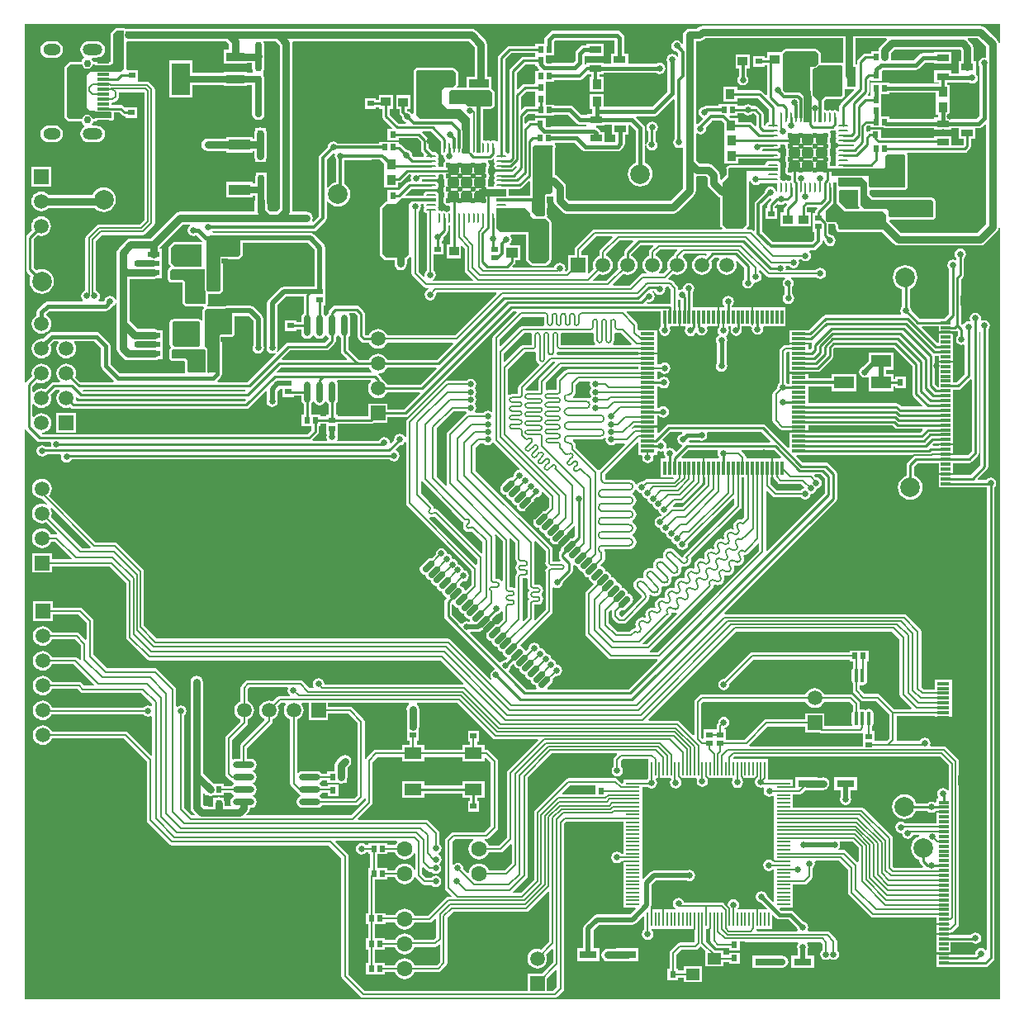
<source format=gtl>
G04*
G04 #@! TF.GenerationSoftware,Altium Limited,Altium Designer,21.1.1 (26)*
G04*
G04 Layer_Physical_Order=1*
G04 Layer_Color=255*
%FSLAX25Y25*%
%MOIN*%
G70*
G04*
G04 #@! TF.SameCoordinates,FB3CC9E6-9328-4A98-A2C4-C3437A6BD050*
G04*
G04*
G04 #@! TF.FilePolarity,Positive*
G04*
G01*
G75*
%ADD11C,0.01000*%
%ADD19C,0.00800*%
%ADD20C,0.00700*%
%ADD21C,0.07874*%
%ADD22R,0.03858X0.03661*%
%ADD23R,0.02362X0.02559*%
%ADD24R,0.05709X0.00787*%
%ADD25R,0.03940X0.01180*%
%ADD26R,0.03937X0.01181*%
%ADD27R,0.03937X0.01181*%
%ADD28R,0.03940X0.01180*%
%ADD29R,0.02559X0.02362*%
%ADD30R,0.07086X0.03150*%
%ADD31R,0.07874X0.05118*%
%ADD32O,0.02756X0.08661*%
%ADD33R,0.03346X0.07874*%
%ADD34R,0.04724X0.02362*%
%ADD35R,0.08500X0.13800*%
%ADD36R,0.08500X0.04300*%
%ADD37R,0.07284X0.12795*%
%ADD38R,0.07284X0.03543*%
%ADD39R,0.04921X0.02756*%
%ADD40R,0.03661X0.03858*%
%ADD41R,0.07874X0.03346*%
%ADD42R,0.03937X0.04921*%
%ADD43R,0.07087X0.04449*%
%ADD44R,0.04921X0.03937*%
%ADD45R,0.04449X0.07087*%
G04:AMPARAMS|DCode=46|XSize=46.06mil|YSize=46.06mil|CornerRadius=11.52mil|HoleSize=0mil|Usage=FLASHONLY|Rotation=0.000|XOffset=0mil|YOffset=0mil|HoleType=Round|Shape=RoundedRectangle|*
%AMROUNDEDRECTD46*
21,1,0.04606,0.02303,0,0,0.0*
21,1,0.02303,0.04606,0,0,0.0*
1,1,0.02303,0.01152,-0.01152*
1,1,0.02303,-0.01152,-0.01152*
1,1,0.02303,-0.01152,0.01152*
1,1,0.02303,0.01152,0.01152*
%
%ADD46ROUNDEDRECTD46*%
G04:AMPARAMS|DCode=47|XSize=39.37mil|YSize=9.45mil|CornerRadius=2.36mil|HoleSize=0mil|Usage=FLASHONLY|Rotation=0.000|XOffset=0mil|YOffset=0mil|HoleType=Round|Shape=RoundedRectangle|*
%AMROUNDEDRECTD47*
21,1,0.03937,0.00472,0,0,0.0*
21,1,0.03465,0.00945,0,0,0.0*
1,1,0.00472,0.01732,-0.00236*
1,1,0.00472,-0.01732,-0.00236*
1,1,0.00472,-0.01732,0.00236*
1,1,0.00472,0.01732,0.00236*
%
%ADD47ROUNDEDRECTD47*%
G04:AMPARAMS|DCode=48|XSize=9.45mil|YSize=39.37mil|CornerRadius=2.36mil|HoleSize=0mil|Usage=FLASHONLY|Rotation=0.000|XOffset=0mil|YOffset=0mil|HoleType=Round|Shape=RoundedRectangle|*
%AMROUNDEDRECTD48*
21,1,0.00945,0.03465,0,0,0.0*
21,1,0.00472,0.03937,0,0,0.0*
1,1,0.00472,0.00236,-0.01732*
1,1,0.00472,-0.00236,-0.01732*
1,1,0.00472,-0.00236,0.01732*
1,1,0.00472,0.00236,0.01732*
%
%ADD48ROUNDEDRECTD48*%
%ADD49R,0.03937X0.01181*%
%ADD50R,0.03937X0.01181*%
%ADD51R,0.07880X0.04330*%
G04:AMPARAMS|DCode=52|XSize=27.56mil|YSize=57.09mil|CornerRadius=0mil|HoleSize=0mil|Usage=FLASHONLY|Rotation=135.000|XOffset=0mil|YOffset=0mil|HoleType=Round|Shape=Round|*
%AMOVALD52*
21,1,0.02953,0.02756,0.00000,0.00000,225.0*
1,1,0.02756,0.01044,0.01044*
1,1,0.02756,-0.01044,-0.01044*
%
%ADD52OVALD52*%

%ADD53R,0.05807X0.01181*%
%ADD54R,0.01181X0.05807*%
%ADD55R,0.00787X0.05709*%
%ADD56O,0.08661X0.02756*%
%ADD57R,0.07087X0.04724*%
%ADD58O,0.01575X0.05697*%
%ADD59O,0.01575X0.05697*%
%ADD60R,0.05512X0.04528*%
%ADD61R,0.05118X0.01181*%
%ADD62R,0.05118X0.01181*%
%ADD63R,0.05118X0.01181*%
%ADD64R,0.05118X0.01181*%
%ADD65R,0.07880X0.05910*%
%ADD119C,0.03000*%
%ADD120C,0.00900*%
%ADD121C,0.01800*%
%ADD122C,0.01200*%
%ADD123C,0.02800*%
%ADD124C,0.01400*%
%ADD125C,0.01600*%
%ADD126C,0.02000*%
%ADD127C,0.01500*%
%ADD128C,0.05906*%
%ADD129R,0.05906X0.05906*%
%ADD130R,0.05906X0.05906*%
%ADD131C,0.02362*%
%ADD132C,0.06299*%
%ADD133O,0.07874X0.04724*%
%ADD134O,0.07087X0.04724*%
%ADD135C,0.02953*%
%ADD136C,0.02500*%
%ADD137C,0.04500*%
G36*
X393700Y386297D02*
X393200Y386248D01*
X393105Y386725D01*
X392552Y387552D01*
X387702Y392402D01*
X386876Y392955D01*
X385900Y393149D01*
X273700D01*
X272725Y392955D01*
X271898Y392402D01*
X271444Y391949D01*
X268500D01*
X267525Y391755D01*
X266698Y391202D01*
X266145Y390375D01*
X265951Y389400D01*
Y385968D01*
X265459Y385878D01*
X264962Y386622D01*
X264218Y387120D01*
X263340Y387294D01*
X262462Y387120D01*
X261718Y386622D01*
X261220Y385878D01*
X261046Y385000D01*
X261220Y384122D01*
X261718Y383378D01*
X262462Y382880D01*
X263143Y382745D01*
X263967Y381922D01*
Y380658D01*
X263467Y380506D01*
X263122Y381022D01*
X262378Y381520D01*
X261500Y381694D01*
X260622Y381520D01*
X259878Y381022D01*
X259381Y380278D01*
X259206Y379400D01*
X259381Y378522D01*
X259563Y378249D01*
Y366543D01*
X253457Y360437D01*
X233961D01*
Y365339D01*
X228299D01*
Y359481D01*
X229193D01*
Y357528D01*
X227205D01*
Y357088D01*
X224852D01*
X221573Y360367D01*
X220944Y360787D01*
X220203Y360934D01*
X213914D01*
Y361276D01*
X210595D01*
Y365790D01*
X210595D01*
X210568Y365817D01*
Y370376D01*
X211051Y370417D01*
X213868D01*
Y371065D01*
X223997D01*
X224621Y371190D01*
X225150Y371543D01*
X227099Y373492D01*
X228734D01*
Y372326D01*
X228251D01*
Y366468D01*
X233913D01*
Y372326D01*
X231997D01*
Y373492D01*
X233826D01*
Y374035D01*
X255127D01*
X255552Y373751D01*
X256430Y373576D01*
X257308Y373751D01*
X258052Y374248D01*
X258549Y374992D01*
X258724Y375870D01*
X258549Y376748D01*
X258052Y377492D01*
X257308Y377990D01*
X256430Y378164D01*
X255552Y377990D01*
X255127Y377705D01*
X243669D01*
Y381988D01*
X242145D01*
Y388292D01*
X241998Y389034D01*
X241578Y389662D01*
X240670Y390570D01*
X240041Y390990D01*
X239300Y391137D01*
X213400D01*
X212659Y390990D01*
X212030Y390570D01*
X210351Y388891D01*
X209931Y388263D01*
X209784Y387521D01*
Y385779D01*
X206194D01*
Y384978D01*
X195899D01*
X195334Y384865D01*
X194854Y384545D01*
X191515Y381205D01*
X191194Y380726D01*
X191081Y380160D01*
Y346476D01*
X190996Y346413D01*
X190341Y346494D01*
X189932Y346767D01*
X189450Y346863D01*
X188977D01*
X188495Y346767D01*
X188229Y346589D01*
X187963Y346767D01*
X187481Y346863D01*
X187009D01*
X186526Y346767D01*
X186261Y346589D01*
X185995Y346767D01*
X185513Y346863D01*
X185120D01*
Y359580D01*
X188100D01*
X188490Y359658D01*
X188821Y359879D01*
X189521Y360579D01*
X189742Y360910D01*
X189820Y361300D01*
X189820Y366100D01*
X189742Y366490D01*
X189521Y366821D01*
X188621Y367721D01*
X188324Y367920D01*
Y372637D01*
X186809D01*
Y375510D01*
Y385540D01*
X186615Y386516D01*
X186062Y387343D01*
X182202Y391202D01*
X181375Y391755D01*
X180400Y391949D01*
X41973D01*
X40998Y391755D01*
X40927Y391708D01*
X40913Y391729D01*
X40821Y391821D01*
X40490Y392042D01*
X40100Y392120D01*
X37100D01*
X36710Y392042D01*
X36379Y391821D01*
X35179Y390621D01*
X34958Y390290D01*
X34880Y389900D01*
Y378618D01*
X34497Y378542D01*
X34190Y378337D01*
X29266D01*
X28959Y378542D01*
X28569Y378620D01*
X27816D01*
X27771Y378844D01*
X27255Y379616D01*
X27378Y380116D01*
X29100D01*
X29978Y380232D01*
X30796Y380571D01*
X31498Y381109D01*
X32037Y381812D01*
X32376Y382630D01*
X32491Y383507D01*
X32376Y384385D01*
X32037Y385203D01*
X31498Y385905D01*
X30796Y386444D01*
X29978Y386783D01*
X29100Y386899D01*
X25951D01*
X25073Y386783D01*
X24255Y386444D01*
X23553Y385905D01*
X23014Y385203D01*
X22675Y384385D01*
X22559Y383507D01*
X22675Y382630D01*
X23014Y381812D01*
X23553Y381109D01*
X24188Y380622D01*
X24240Y380331D01*
X24221Y380043D01*
X23653Y379663D01*
X23106Y378844D01*
X23061Y378620D01*
X18600D01*
X18210Y378542D01*
X17879Y378321D01*
X16479Y376921D01*
X16258Y376590D01*
X16180Y376200D01*
Y356550D01*
X16258Y356160D01*
X16479Y355829D01*
X17529Y354779D01*
X17860Y354558D01*
X18250Y354480D01*
X18950Y354480D01*
X23041D01*
X23106Y354156D01*
X23653Y353337D01*
X24222Y352957D01*
X24240Y352667D01*
X24188Y352378D01*
X23552Y351890D01*
X23013Y351187D01*
X22674Y350370D01*
X22559Y349492D01*
X22674Y348614D01*
X23013Y347796D01*
X23552Y347094D01*
X24254Y346555D01*
X25072Y346216D01*
X25950Y346101D01*
X29100D01*
X29978Y346216D01*
X30795Y346555D01*
X31498Y347094D01*
X32037Y347796D01*
X32375Y348614D01*
X32491Y349492D01*
X32375Y350370D01*
X32037Y351187D01*
X31498Y351890D01*
X30795Y352429D01*
X29978Y352767D01*
X29100Y352883D01*
X27377D01*
X27255Y353383D01*
X27771Y354156D01*
X27836Y354480D01*
X28569D01*
X28959Y354558D01*
X29116Y354663D01*
X34887D01*
X34932Y354672D01*
X34978Y354667D01*
X35126Y354711D01*
X35277Y354741D01*
X35315Y354766D01*
X35360Y354779D01*
X35771Y354994D01*
X35891Y355091D01*
X36019Y355177D01*
X36021Y355179D01*
X36046Y355217D01*
X36080Y355244D01*
X36151Y355373D01*
X36242Y355510D01*
X36252Y355558D01*
X36271Y355593D01*
X36285Y355727D01*
X36320Y355900D01*
Y358081D01*
X38247D01*
X39336Y356992D01*
X39832Y356660D01*
X40417Y356544D01*
X40920D01*
Y355892D01*
X45480D01*
Y360254D01*
X40920D01*
Y360254D01*
X40552Y360102D01*
X39962Y360691D01*
X39466Y361023D01*
X38881Y361139D01*
X35291D01*
Y361802D01*
X35647Y362120D01*
X36193Y362228D01*
X36656Y362538D01*
X37709Y363591D01*
X37709Y363591D01*
X38019Y364054D01*
X38127Y364600D01*
X38127Y364600D01*
Y366291D01*
X48290D01*
X48373Y366209D01*
Y314691D01*
X46609Y312927D01*
X30079D01*
X29532Y312819D01*
X29069Y312509D01*
X29069Y312509D01*
X24991Y308431D01*
X24681Y307968D01*
X24573Y307421D01*
X24573Y307421D01*
Y286169D01*
X24322Y286120D01*
X23578Y285622D01*
X23080Y284878D01*
X22906Y284000D01*
X23080Y283122D01*
X23578Y282378D01*
X23639Y282337D01*
X23487Y281837D01*
X9400D01*
X8659Y281690D01*
X8030Y281270D01*
X5530Y278770D01*
X5110Y278141D01*
X4963Y277400D01*
Y276276D01*
X4907Y276253D01*
X4081Y275619D01*
X3447Y274793D01*
X3049Y273832D01*
X2913Y272800D01*
X3049Y271768D01*
X3447Y270807D01*
X4081Y269981D01*
X4907Y269347D01*
X5868Y268949D01*
X6900Y268813D01*
X7932Y268949D01*
X8893Y269347D01*
X9719Y269981D01*
X10353Y270807D01*
X10751Y271768D01*
X10887Y272800D01*
X10751Y273832D01*
X10353Y274793D01*
X9719Y275619D01*
X9005Y276167D01*
X8961Y276642D01*
X8978Y276738D01*
X10202Y277963D01*
X32700D01*
X33441Y278110D01*
X34070Y278530D01*
X35156Y279617D01*
X35478Y279680D01*
X36222Y280178D01*
X36720Y280922D01*
X36751Y281081D01*
X37251Y281032D01*
Y272977D01*
Y262700D01*
X37445Y261724D01*
X37998Y260898D01*
X40038Y258857D01*
X40865Y258305D01*
X41840Y258111D01*
X52552D01*
X53527Y258305D01*
X53788Y258479D01*
X55914D01*
Y262219D01*
Y265959D01*
Y270321D01*
X53788D01*
X53527Y270495D01*
X52552Y270689D01*
X45693D01*
X42349Y274033D01*
Y290911D01*
X52052D01*
X53027Y291105D01*
X53288Y291279D01*
X55414D01*
Y295019D01*
Y298759D01*
Y303121D01*
X54601D01*
Y303623D01*
X63953Y312975D01*
X66954D01*
X67105Y312475D01*
X66578Y312122D01*
X66081Y311378D01*
X65906Y310500D01*
X66081Y309622D01*
X66578Y308878D01*
X67322Y308381D01*
X68200Y308206D01*
X69078Y308381D01*
X69351Y308563D01*
X69371D01*
X71665Y306269D01*
X71658Y306214D01*
X71360Y305820D01*
X60473D01*
X60083Y305742D01*
X59752Y305521D01*
X58352Y304121D01*
X58131Y303790D01*
X58054Y303400D01*
Y297600D01*
X58131Y297210D01*
X58352Y296879D01*
X59029Y296202D01*
X58945Y295716D01*
X58883Y295641D01*
X58532D01*
Y295301D01*
X58252Y295021D01*
X58031Y294690D01*
X57954Y294300D01*
Y290900D01*
X58031Y290510D01*
X58252Y290179D01*
X58652Y289779D01*
X58983Y289558D01*
X59373Y289480D01*
X63751D01*
X63854Y289378D01*
Y281400D01*
X63931Y281010D01*
X64152Y280679D01*
X64752Y280079D01*
X65083Y279858D01*
X65473Y279780D01*
X72305D01*
X72512Y279280D01*
X72203Y278972D01*
X71982Y278641D01*
X71904Y278251D01*
Y274418D01*
X71404Y274211D01*
X71194Y274421D01*
X71194Y274421D01*
X70863Y274642D01*
X70473Y274720D01*
X60073D01*
X59683Y274642D01*
X59352Y274421D01*
X58952Y274021D01*
X58731Y273690D01*
X58654Y273300D01*
Y264379D01*
X58731Y263989D01*
X58952Y263658D01*
X58952Y263658D01*
X59321Y263290D01*
X58752Y262721D01*
X58531Y262390D01*
X58454Y262000D01*
Y259222D01*
X58531Y258832D01*
X58752Y258501D01*
X59174Y258079D01*
X59505Y257858D01*
X59895Y257780D01*
X64296D01*
X64754Y257323D01*
X64754Y253700D01*
X64831Y253310D01*
X64880Y253237D01*
X64613Y252737D01*
X38602D01*
X34737Y256602D01*
Y263800D01*
X34590Y264541D01*
X34170Y265170D01*
X30370Y268970D01*
X29741Y269390D01*
X29000Y269537D01*
X11100D01*
X10359Y269390D01*
X9730Y268970D01*
X7472Y266712D01*
X6900Y266787D01*
X5868Y266651D01*
X4907Y266253D01*
X4081Y265619D01*
X3447Y264793D01*
X3049Y263832D01*
X2913Y262800D01*
X3049Y261768D01*
X3447Y260807D01*
X4081Y259981D01*
X4907Y259347D01*
X5868Y258949D01*
X6900Y258813D01*
X7932Y258949D01*
X8893Y259347D01*
X9719Y259981D01*
X10353Y260807D01*
X10751Y261768D01*
X10887Y262800D01*
X10751Y263832D01*
X10552Y264312D01*
X11902Y265663D01*
X13484D01*
X13731Y265163D01*
X13447Y264793D01*
X13049Y263832D01*
X12913Y262800D01*
X13049Y261768D01*
X13447Y260807D01*
X14081Y259981D01*
X14907Y259347D01*
X15868Y258949D01*
X16900Y258813D01*
X17932Y258949D01*
X18893Y259347D01*
X19719Y259981D01*
X20353Y260807D01*
X20751Y261768D01*
X20887Y262800D01*
X20751Y263832D01*
X20353Y264793D01*
X20069Y265163D01*
X20316Y265663D01*
X28198D01*
X30863Y262998D01*
Y255800D01*
X31010Y255059D01*
X31430Y254430D01*
X36131Y249729D01*
X35924Y249229D01*
X22634D01*
X20559Y251304D01*
X20751Y251768D01*
X20887Y252800D01*
X20751Y253832D01*
X20353Y254793D01*
X19719Y255619D01*
X18893Y256253D01*
X17932Y256651D01*
X16900Y256787D01*
X15868Y256651D01*
X14907Y256253D01*
X14081Y255619D01*
X13447Y254793D01*
X13049Y253832D01*
X12913Y252800D01*
X13049Y251768D01*
X13447Y250807D01*
X14081Y249981D01*
X14424Y249718D01*
X14254Y249218D01*
X11788D01*
X11203Y249101D01*
X10707Y248770D01*
X8396Y246459D01*
X7932Y246651D01*
X6900Y246787D01*
X5868Y246651D01*
X4907Y246253D01*
X4081Y245619D01*
X3729Y245161D01*
X3229Y245331D01*
Y247567D01*
X4980Y249317D01*
X5868Y248949D01*
X6900Y248813D01*
X7932Y248949D01*
X8893Y249347D01*
X9719Y249981D01*
X10353Y250807D01*
X10751Y251768D01*
X10887Y252800D01*
X10751Y253832D01*
X10353Y254793D01*
X9719Y255619D01*
X8893Y256253D01*
X7932Y256651D01*
X6900Y256787D01*
X5868Y256651D01*
X4907Y256253D01*
X4081Y255619D01*
X3447Y254793D01*
X3049Y253832D01*
X2913Y252800D01*
X3049Y251768D01*
X3066Y251728D01*
X619Y249281D01*
X500Y249104D01*
X0Y249256D01*
Y393700D01*
X393700D01*
Y386297D01*
D02*
G37*
G36*
X388201Y384694D02*
Y380529D01*
X387814Y380212D01*
X387400Y380294D01*
X386522Y380119D01*
X385778Y379622D01*
X385280Y378878D01*
X385106Y378000D01*
X385280Y377122D01*
X385463Y376849D01*
Y356702D01*
X384328Y355568D01*
X374143D01*
Y356009D01*
X372609D01*
Y357252D01*
X373502D01*
Y363110D01*
X373502D01*
Y363452D01*
X373502D01*
Y369310D01*
X372413D01*
Y370265D01*
X381297D01*
X381722Y369981D01*
X382600Y369806D01*
X383478Y369981D01*
X384222Y370478D01*
X384719Y371222D01*
X384894Y372100D01*
X384719Y372978D01*
X384302Y373603D01*
X384085Y374013D01*
Y378768D01*
X383173D01*
Y384076D01*
X382979Y385051D01*
X382427Y385878D01*
X380754Y387551D01*
X380961Y388051D01*
X384844D01*
X388201Y384694D01*
D02*
G37*
G36*
X330362Y379791D02*
X330427Y379462D01*
Y378551D01*
X330072Y378300D01*
X329927Y378255D01*
X329600Y378320D01*
X329210Y378242D01*
X329027Y378120D01*
X321420D01*
X321420Y381724D01*
X321342Y382114D01*
X321121Y382445D01*
X320145Y383421D01*
X320145Y383421D01*
X319814Y383642D01*
X319424Y383720D01*
X307100Y383720D01*
X306710Y383642D01*
X306379Y383421D01*
X305579Y382621D01*
X305446Y382421D01*
X299774D01*
Y380247D01*
X298683D01*
Y380898D01*
X294124D01*
Y376536D01*
X298683D01*
Y377188D01*
X299771D01*
Y365246D01*
X299309Y365054D01*
X297791Y366572D01*
X297295Y366903D01*
X296709Y367020D01*
X287765D01*
Y368420D01*
X282104D01*
Y362561D01*
X287765D01*
Y363961D01*
X296076D01*
X300601Y359437D01*
Y354220D01*
X300398D01*
X299915Y354124D01*
X299506Y353851D01*
X299233Y353442D01*
X299164Y353093D01*
X298832Y352901D01*
X298637Y352863D01*
X298429Y353019D01*
Y357300D01*
X298313Y357885D01*
X297981Y358381D01*
X296091Y360272D01*
X295595Y360603D01*
X295009Y360720D01*
X293784D01*
X293722Y360813D01*
X292978Y361310D01*
X292100Y361485D01*
X291222Y361310D01*
X290478Y360813D01*
X290416Y360720D01*
X287958D01*
Y361470D01*
X280249D01*
Y360822D01*
X275391D01*
X274766Y360698D01*
X274447Y360485D01*
X274400Y360494D01*
X273522Y360319D01*
X272778Y359822D01*
X272281Y359078D01*
X272106Y358200D01*
X272281Y357322D01*
X272778Y356578D01*
X273522Y356081D01*
X273592Y356067D01*
X273737Y355588D01*
X271674Y353526D01*
X271628Y353456D01*
X271549Y353403D01*
X271049Y353671D01*
Y386851D01*
X272500D01*
X273476Y387045D01*
X274302Y387598D01*
X274756Y388051D01*
X330362D01*
Y379791D01*
D02*
G37*
G36*
X378075Y383020D02*
Y378768D01*
X377164D01*
Y374013D01*
X376696Y373935D01*
X374242D01*
Y375028D01*
X367321D01*
Y370272D01*
X369150D01*
Y369723D01*
X349281D01*
Y370167D01*
X341572D01*
Y366067D01*
X341572Y365608D01*
X341572D01*
X341572Y365567D01*
X341572D01*
Y364817D01*
X340633D01*
X340442Y365279D01*
X340581Y365419D01*
X340913Y365915D01*
X341029Y366500D01*
Y370899D01*
X341272Y371086D01*
X341772Y370908D01*
Y370908D01*
X346135D01*
Y374795D01*
X346602Y375263D01*
X359741D01*
X360482Y375410D01*
X361111Y375830D01*
X363474Y378193D01*
X367321D01*
Y377753D01*
X374242D01*
Y382509D01*
X367321D01*
Y382068D01*
X362672D01*
X361930Y381921D01*
X361302Y381501D01*
X358939Y379137D01*
X350071D01*
X349993Y379189D01*
X349700Y379637D01*
X349849Y380387D01*
Y382044D01*
X351256Y383451D01*
X377644D01*
X378075Y383020D01*
D02*
G37*
G36*
X238271Y381988D02*
X236747D01*
Y377705D01*
X233826D01*
Y378248D01*
X226905D01*
Y377684D01*
X226602Y377568D01*
X226181Y377916D01*
X226237Y378200D01*
Y380744D01*
X226440Y380886D01*
X226905Y380972D01*
Y380973D01*
X233826D01*
Y385728D01*
X226905D01*
Y385288D01*
X225800D01*
X225059Y385140D01*
X224430Y384720D01*
X222930Y383220D01*
X222510Y382592D01*
X222363Y381850D01*
Y379002D01*
X221517Y378157D01*
X210583D01*
X210556Y378184D01*
Y381220D01*
X213902D01*
Y385779D01*
X213658D01*
Y386719D01*
X214202Y387263D01*
X238271D01*
Y381988D01*
D02*
G37*
G36*
X348146Y387551D02*
X345498Y384902D01*
X344945Y384075D01*
X344751Y383100D01*
Y382667D01*
X341772D01*
Y381917D01*
X339487D01*
X338902Y381800D01*
X338406Y381469D01*
X336519Y379581D01*
X336187Y379085D01*
X336071Y378500D01*
Y377328D01*
X335525D01*
Y379791D01*
X335460Y380119D01*
Y388051D01*
X347939D01*
X348146Y387551D01*
D02*
G37*
G36*
X40192Y391008D02*
Y387521D01*
X40300D01*
Y375700D01*
X39000Y374400D01*
X34891D01*
Y374581D01*
X28572D01*
Y374400D01*
X26500D01*
X25200Y373100D01*
Y360000D01*
X26500Y358700D01*
X28569D01*
Y358419D01*
X34887D01*
X35300Y358210D01*
Y355900D01*
X35298Y355898D01*
X34887Y355683D01*
X28569D01*
Y355500D01*
X27480D01*
X27394Y355932D01*
X26935Y356619D01*
X26249Y357078D01*
X25438Y357239D01*
X24628Y357078D01*
X23942Y356619D01*
X23483Y355932D01*
X23397Y355500D01*
X18950D01*
X18250Y355500D01*
X17200Y356550D01*
Y376200D01*
X18600Y377600D01*
X23377D01*
X23483Y377068D01*
X23942Y376381D01*
X24628Y375922D01*
X25438Y375761D01*
X26249Y375922D01*
X26935Y376381D01*
X27394Y377068D01*
X27500Y377600D01*
X28569D01*
Y377317D01*
X34887D01*
Y377600D01*
X35500D01*
X35900Y378000D01*
Y389900D01*
X37100Y391100D01*
X40100D01*
X40192Y391008D01*
D02*
G37*
G36*
X319424Y382700D02*
X320400Y381724D01*
X320400Y377826D01*
X320217Y377643D01*
X320149Y377615D01*
X320015Y377559D01*
X319105Y376649D01*
X318700D01*
X318665Y376635D01*
X318628Y376645D01*
X318455Y376550D01*
X317100D01*
Y367100D01*
X317651Y366549D01*
Y365000D01*
X317841Y364541D01*
X317900Y364482D01*
Y354000D01*
X314600D01*
X314600Y364600D01*
X313200Y366000D01*
X307200Y366000D01*
X306300Y366900D01*
X306300Y381900D01*
X307100Y382700D01*
X319424Y382700D01*
D02*
G37*
G36*
X172992Y375082D02*
X173071Y375029D01*
X174229Y373871D01*
X174282Y373792D01*
X174300Y373700D01*
Y369700D01*
X174282Y369608D01*
X174229Y369529D01*
X172900Y368200D01*
X169400Y368200D01*
X168400Y367200D01*
Y361800D01*
X170620Y359580D01*
X176019Y359580D01*
X179800Y355800D01*
X179800Y341590D01*
X177110Y341590D01*
X176600Y342100D01*
Y343582D01*
X176657Y343870D01*
Y350766D01*
X176600Y351055D01*
Y353700D01*
X174800Y355500D01*
X159860D01*
X158100Y357260D01*
Y374209D01*
X158171Y374671D01*
X158171D01*
X158171Y374671D01*
X158529Y375029D01*
X158608Y375081D01*
X158700Y375100D01*
X172900Y375100D01*
X172992Y375082D01*
D02*
G37*
G36*
X181711Y384484D02*
Y375510D01*
Y372637D01*
X178450D01*
Y368020D01*
X174815D01*
X174624Y368481D01*
X174950Y368808D01*
X175006Y368892D01*
X175077Y368963D01*
X175129Y369041D01*
X175129Y369041D01*
X175168Y369134D01*
X175171Y369139D01*
X175172Y369145D01*
X175239Y369305D01*
X175242Y369310D01*
X175243Y369316D01*
X175282Y369409D01*
X175300Y369501D01*
Y369602D01*
X175320Y369700D01*
Y373700D01*
X175300Y373798D01*
X175300Y373899D01*
X175282Y373991D01*
X175243Y374084D01*
X175242Y374090D01*
X175239Y374095D01*
X175172Y374255D01*
X175171Y374261D01*
X175168Y374266D01*
X175129Y374359D01*
X175077Y374437D01*
X175006Y374508D01*
X174950Y374592D01*
X173792Y375750D01*
X173708Y375806D01*
X173637Y375877D01*
X173559Y375929D01*
X173559Y375929D01*
X173466Y375968D01*
X173461Y375971D01*
X173456Y375972D01*
X173295Y376039D01*
X173290Y376042D01*
X173284Y376043D01*
X173191Y376082D01*
X173191D01*
X173191Y376082D01*
X173099Y376100D01*
X172998D01*
X172900Y376120D01*
X158700Y376120D01*
X158602Y376100D01*
X158502Y376100D01*
X158409Y376081D01*
X158316Y376043D01*
X158310Y376042D01*
X158305Y376039D01*
X158145Y375972D01*
X158139Y375971D01*
X158134Y375968D01*
X158041Y375929D01*
X157963Y375877D01*
X157892Y375806D01*
X157808Y375750D01*
X157450Y375392D01*
X157430Y375361D01*
X157401Y375339D01*
X157358Y375264D01*
X157299Y375200D01*
X157273Y375126D01*
X157229Y375061D01*
X157222Y375025D01*
X157204Y374993D01*
X157193Y374907D01*
X157163Y374826D01*
X157092Y374364D01*
X157096Y374286D01*
X157080Y374209D01*
Y357663D01*
X156580Y357511D01*
X156272Y357972D01*
X155528Y358470D01*
X154666Y358641D01*
X154618Y358689D01*
Y359356D01*
X155916D01*
Y365017D01*
X150057D01*
Y359356D01*
X151355D01*
Y358013D01*
X151479Y357389D01*
X151833Y356860D01*
X152359Y356334D01*
X152531Y355472D01*
X153028Y354728D01*
X153772Y354230D01*
X154307Y354124D01*
X154321Y354078D01*
X153950Y353578D01*
X151134D01*
X147465Y357248D01*
Y359624D01*
X148916D01*
Y365286D01*
X143058D01*
Y363215D01*
X141966D01*
Y363918D01*
X137407D01*
Y359556D01*
X141966D01*
Y360259D01*
X143058D01*
Y359624D01*
X144508D01*
Y356635D01*
X144621Y356070D01*
X144941Y355590D01*
X148595Y351936D01*
X148404Y351474D01*
X146640D01*
Y346915D01*
X151002D01*
Y347665D01*
X158672D01*
X160071Y346267D01*
Y343137D01*
X160187Y342552D01*
X160519Y342056D01*
X161323Y341251D01*
X161317Y341242D01*
X161221Y340760D01*
Y340287D01*
X161054Y340085D01*
X157178D01*
X156522Y340741D01*
X156544Y340850D01*
X156369Y341728D01*
X155872Y342472D01*
X155128Y342969D01*
X154250Y343144D01*
X154141Y343122D01*
X152381Y344881D01*
X151885Y345213D01*
X151300Y345329D01*
X151002D01*
Y346274D01*
X143294D01*
Y345626D01*
X126377D01*
X126317Y345717D01*
X125572Y346214D01*
X124695Y346389D01*
X123817Y346214D01*
X123072Y345717D01*
X122575Y344972D01*
X122400Y344094D01*
X122415Y344022D01*
X119246Y340854D01*
X118893Y340324D01*
X118769Y339700D01*
Y316076D01*
X116464Y313771D01*
X116328Y313792D01*
X116089Y314336D01*
X116231Y314548D01*
X116425Y315524D01*
X116231Y316499D01*
X115679Y317326D01*
X114852Y317879D01*
X113876Y318073D01*
X108254D01*
X108149Y318200D01*
Y386320D01*
X108120Y386465D01*
X108438Y386851D01*
X179344D01*
X181711Y384484D01*
D02*
G37*
G36*
X206194Y376720D02*
X206695D01*
X207005Y376255D01*
X207822Y375438D01*
X207631Y374976D01*
X206159D01*
Y370417D01*
X206159Y370417D01*
D01*
X206192Y370075D01*
X205874Y369575D01*
X201997D01*
X201431Y369463D01*
X200952Y369142D01*
X199140Y367331D01*
X198678Y367523D01*
Y374188D01*
X202012Y377521D01*
X206194D01*
Y376720D01*
D02*
G37*
G36*
X206206Y365817D02*
X206206D01*
X206232Y365790D01*
Y361276D01*
X206206D01*
Y360475D01*
X202697D01*
X202131Y360363D01*
X201652Y360042D01*
X200840Y359231D01*
X200378Y359422D01*
Y364388D01*
X202609Y366618D01*
X206206D01*
Y365817D01*
D02*
G37*
G36*
X334866Y366992D02*
X329395Y361521D01*
X329063Y361024D01*
X328947Y360439D01*
Y358559D01*
X328447Y358410D01*
X328257Y358694D01*
X327849Y358967D01*
X327366Y359063D01*
X326894D01*
X326411Y358967D01*
X326146Y358789D01*
X325880Y358967D01*
X325398Y359063D01*
X324925D01*
X324443Y358967D01*
X324177Y358789D01*
X323911Y358967D01*
X323429Y359063D01*
X322957D01*
X322820Y359175D01*
Y362678D01*
X323622Y363480D01*
X329500D01*
X329890Y363558D01*
X330221Y363779D01*
X330921Y364479D01*
X331142Y364810D01*
X331220Y365200D01*
Y367454D01*
X334675D01*
X334866Y366992D01*
D02*
G37*
G36*
X295371Y356666D02*
Y352817D01*
X294871Y352610D01*
X293675Y353805D01*
X293179Y354137D01*
X292594Y354253D01*
X288097D01*
Y355820D01*
X285232D01*
X284602Y356449D01*
X284793Y356911D01*
X287958D01*
Y357661D01*
X290416D01*
X290478Y357568D01*
X291222Y357071D01*
X292100Y356896D01*
X292978Y357071D01*
X293722Y357568D01*
X293784Y357661D01*
X294376D01*
X295371Y356666D01*
D02*
G37*
G36*
X367841Y363452D02*
X367841D01*
Y363110D01*
X367841D01*
Y357252D01*
X368734D01*
Y356009D01*
X367221D01*
Y355568D01*
X349281D01*
Y356567D01*
X345935D01*
Y361008D01*
Y365567D01*
X346418Y365608D01*
X349281D01*
Y366052D01*
X367841D01*
Y363452D01*
D02*
G37*
G36*
X330200Y376700D02*
Y365200D01*
X329500Y364500D01*
X323200D01*
X321800Y363100D01*
Y354000D01*
X320500D01*
Y362800D01*
X318300Y365000D01*
Y375500D01*
X318700Y376000D01*
X319374D01*
X320474Y377100D01*
X329400D01*
X329600Y377300D01*
X330200Y376700D01*
D02*
G37*
G36*
X206206Y356717D02*
X213914D01*
Y357060D01*
X219401D01*
X222680Y353781D01*
X223308Y353361D01*
X224050Y353213D01*
X226851D01*
X226905Y353159D01*
X226896Y352818D01*
X226636Y352554D01*
X210587D01*
X210421Y352720D01*
Y355676D01*
X206059D01*
Y354875D01*
X204297D01*
X203731Y354763D01*
X203252Y354442D01*
X202440Y353631D01*
X201978Y353822D01*
Y356188D01*
X203309Y357518D01*
X206206D01*
Y356717D01*
D02*
G37*
G36*
X282435Y353713D02*
Y350091D01*
X282435Y349961D01*
X282435Y349961D01*
X282504Y349620D01*
X282504D01*
Y343761D01*
X282504D01*
Y343320D01*
X282504D01*
Y337461D01*
X288165D01*
Y339383D01*
X302130D01*
X302294Y339416D01*
X303862D01*
X304345Y339512D01*
X304753Y339785D01*
X305027Y340194D01*
X305123Y340676D01*
Y341149D01*
X305027Y341631D01*
X304753Y342040D01*
X304345Y342313D01*
X303862Y342409D01*
X302294D01*
X302130Y342442D01*
X298053D01*
X297786Y342942D01*
X297973Y343222D01*
X298003Y343371D01*
X300306D01*
X300398Y343353D01*
X303862D01*
X304345Y343449D01*
X304753Y343722D01*
X305027Y344131D01*
X305123Y344613D01*
Y345086D01*
X305289Y345289D01*
X306737D01*
X307054Y344902D01*
X306993Y344594D01*
X307162Y343743D01*
X307578Y343120D01*
X307564Y343048D01*
Y340745D01*
X307578Y340674D01*
X307162Y340051D01*
X306993Y339200D01*
X307162Y338349D01*
X307578Y337726D01*
X307564Y337655D01*
Y336263D01*
X307162Y335661D01*
X306993Y334810D01*
X307162Y333959D01*
X307644Y333238D01*
X308366Y332756D01*
X309216Y332586D01*
X309380Y332452D01*
Y330716D01*
X309177D01*
X308695Y330620D01*
X308429Y330443D01*
X308163Y330620D01*
X307681Y330716D01*
X307209D01*
X306726Y330620D01*
X306461Y330443D01*
X306195Y330620D01*
X305713Y330716D01*
X305609D01*
X305217Y330811D01*
X305123Y331203D01*
Y331306D01*
X305027Y331789D01*
X304849Y332054D01*
X305027Y332320D01*
X305123Y332802D01*
Y333275D01*
X305027Y333757D01*
X305000Y333797D01*
X305142Y334010D01*
X305220Y334400D01*
Y335700D01*
X305181Y335896D01*
X305142Y336090D01*
X305142Y336090D01*
X305142Y336090D01*
X305028Y336261D01*
X305123Y336739D01*
Y337212D01*
X305027Y337694D01*
X304753Y338103D01*
X304345Y338376D01*
X303862Y338472D01*
X300398D01*
X299915Y338376D01*
X299506Y338103D01*
X299233Y337694D01*
X299137Y337212D01*
X298645Y336722D01*
X284627Y336727D01*
X284627Y336727D01*
X284626Y336727D01*
X284429Y336687D01*
X284236Y336649D01*
X284236Y336649D01*
X284236Y336649D01*
X284070Y336538D01*
X283906Y336428D01*
X283906Y336428D01*
X283905Y336428D01*
X283747Y336270D01*
X283622D01*
Y336145D01*
X283517Y336040D01*
X283517Y336040D01*
X283517Y336040D01*
X283407Y335875D01*
X283296Y335709D01*
X283296Y335709D01*
X283296Y335709D01*
X283257Y335513D01*
X283218Y335319D01*
X283218Y335319D01*
X283218Y335319D01*
Y332660D01*
X281349Y330791D01*
X280849Y330998D01*
Y332700D01*
X280655Y333676D01*
X280102Y334502D01*
X277902Y336702D01*
X277076Y337255D01*
X276100Y337449D01*
X272456D01*
X271049Y338856D01*
Y349529D01*
X271549Y349797D01*
X272022Y349481D01*
X272900Y349306D01*
X273778Y349481D01*
X274522Y349978D01*
X275020Y350722D01*
X275194Y351600D01*
X275104Y352053D01*
X277929Y354878D01*
X281271D01*
X282435Y353713D01*
D02*
G37*
G36*
X237047Y349032D02*
X238571D01*
Y346237D01*
X234126D01*
Y350048D01*
X232560D01*
X232455Y350576D01*
X232035Y351204D01*
X231253Y351987D01*
X230825Y352273D01*
X230977Y352772D01*
X234126D01*
Y353213D01*
X237047D01*
Y349032D01*
D02*
G37*
G36*
X341572Y352008D02*
X346765D01*
X347015Y351841D01*
X347757Y351694D01*
X367221D01*
Y351253D01*
X374143D01*
Y351694D01*
X377064D01*
Y347513D01*
X378995D01*
Y345058D01*
X378867Y344929D01*
X374143D01*
Y348528D01*
X367221D01*
Y347929D01*
X345835D01*
Y351279D01*
X341472D01*
Y350529D01*
X341216D01*
X340631Y350413D01*
X340350Y350225D01*
X339850Y350487D01*
Y352287D01*
X340321Y352758D01*
X341572D01*
Y352008D01*
D02*
G37*
G36*
X262442Y363290D02*
Y347556D01*
X262056Y346978D01*
X261881Y346100D01*
X262056Y345222D01*
X262553Y344478D01*
X263298Y343981D01*
X264176Y343806D01*
X265054Y343981D01*
X265451Y344246D01*
X265951Y343979D01*
Y337800D01*
Y327456D01*
X260844Y322349D01*
X219856D01*
X218649Y323556D01*
Y327900D01*
X218455Y328875D01*
X217902Y329702D01*
X215392Y332213D01*
X214565Y332765D01*
X214220Y332834D01*
Y343578D01*
X214321Y343679D01*
X214542Y344010D01*
X214620Y344400D01*
X214542Y344790D01*
X214321Y345121D01*
X214079Y345363D01*
X214286Y345863D01*
X222098D01*
X225030Y342930D01*
X225659Y342510D01*
X226400Y342363D01*
X239400D01*
X240141Y342510D01*
X240770Y342930D01*
X241878Y344038D01*
X242298Y344667D01*
X242445Y345408D01*
Y349032D01*
X243969D01*
Y352920D01*
X244468Y353092D01*
X246663Y350898D01*
Y337841D01*
X246110Y337613D01*
X245079Y336821D01*
X244287Y335790D01*
X243790Y334589D01*
X243620Y333300D01*
X243790Y332011D01*
X244287Y330810D01*
X245079Y329779D01*
X246110Y328988D01*
X247311Y328490D01*
X248600Y328320D01*
X249889Y328490D01*
X251090Y328988D01*
X252121Y329779D01*
X252912Y330810D01*
X253410Y332011D01*
X253580Y333300D01*
X253410Y334589D01*
X252912Y335790D01*
X252121Y336821D01*
X251090Y337613D01*
X250537Y337841D01*
Y344793D01*
X251037Y344843D01*
X251069Y344684D01*
X251181Y344122D01*
X251678Y343378D01*
X252422Y342881D01*
X253300Y342706D01*
X254178Y342881D01*
X254922Y343378D01*
X255419Y344122D01*
X255594Y345000D01*
X255419Y345878D01*
X254922Y346622D01*
X254829Y346684D01*
Y350349D01*
X255022Y350478D01*
X255520Y351222D01*
X255694Y352100D01*
X255520Y352978D01*
X255022Y353722D01*
X254278Y354220D01*
X253400Y354394D01*
X252522Y354220D01*
X251778Y353722D01*
X251280Y352978D01*
X251106Y352100D01*
X251280Y351222D01*
X251771Y350489D01*
Y346684D01*
X251678Y346622D01*
X251181Y345878D01*
X251069Y345316D01*
X251037Y345157D01*
X250537Y345207D01*
Y351700D01*
X250390Y352441D01*
X249970Y353070D01*
X246977Y356063D01*
X247184Y356563D01*
X254259D01*
X255001Y356710D01*
X255629Y357130D01*
X261980Y363481D01*
X262442Y363290D01*
D02*
G37*
G36*
X188800Y366100D02*
X188800Y361300D01*
X188100Y360600D01*
X184100D01*
Y341700D01*
X182600D01*
Y360600D01*
X179218D01*
X178559Y361259D01*
X178100Y361449D01*
X178100D01*
D01*
X171875Y361449D01*
X171400Y361925D01*
Y366300D01*
X172100Y367000D01*
X187900Y367000D01*
X188800Y366100D01*
D02*
G37*
G36*
X206194Y380478D02*
X201399D01*
X200834Y380365D01*
X200354Y380045D01*
X196155Y375845D01*
X195834Y375366D01*
X195722Y374800D01*
Y341746D01*
X195222Y341594D01*
X195183Y341651D01*
X194774Y341924D01*
X194292Y342020D01*
X194038D01*
Y379548D01*
X196512Y382021D01*
X206194D01*
Y380478D01*
D02*
G37*
G36*
X327128Y351065D02*
X327484Y350839D01*
Y350519D01*
X327580Y350037D01*
X327757Y349771D01*
X327580Y349505D01*
X327484Y349023D01*
Y348550D01*
X327580Y348068D01*
X327757Y347802D01*
X327580Y347537D01*
X327484Y347054D01*
Y346582D01*
X327580Y346099D01*
X327853Y345691D01*
X328262Y345417D01*
X328744Y345321D01*
X330312D01*
X330476Y345289D01*
X334719D01*
X334829Y345149D01*
X334950Y344813D01*
X334548Y344410D01*
X330476D01*
X330312Y344378D01*
X328744D01*
X328262Y344282D01*
X327853Y344009D01*
X327580Y343600D01*
X327484Y343117D01*
Y342645D01*
X327580Y342162D01*
X327757Y341897D01*
X327580Y341631D01*
X327484Y341149D01*
Y340676D01*
X327580Y340194D01*
X327757Y339928D01*
X327580Y339663D01*
X327484Y339180D01*
Y338708D01*
X327580Y338226D01*
X327757Y337960D01*
X327580Y337694D01*
X327484Y337212D01*
Y336739D01*
X327385Y336620D01*
X325042D01*
Y337655D01*
X325028Y337726D01*
X325444Y338349D01*
X325614Y339200D01*
X325444Y340051D01*
X325028Y340674D01*
X325042Y340745D01*
Y343048D01*
X325028Y343120D01*
X325444Y343743D01*
X325614Y344594D01*
X325444Y345445D01*
X325028Y346068D01*
X325042Y346139D01*
Y347531D01*
X325444Y348132D01*
X325614Y348984D01*
X325444Y349834D01*
X325153Y350271D01*
X325420Y350771D01*
X326100D01*
X326685Y350887D01*
X326994Y351093D01*
X327128Y351065D01*
D02*
G37*
G36*
X168050Y346654D02*
Y345694D01*
X168032Y345602D01*
Y342138D01*
X168128Y341655D01*
X168401Y341247D01*
X168810Y340973D01*
X169278Y340880D01*
X169203Y340503D01*
X169377Y339625D01*
X169794Y339002D01*
X169780Y338391D01*
X169728Y338356D01*
X169246Y337634D01*
X169076Y336784D01*
X169136Y336483D01*
X168819Y336097D01*
X167414D01*
X167206Y336350D01*
Y336823D01*
X167110Y337305D01*
X166933Y337571D01*
X167110Y337837D01*
X167206Y338319D01*
Y338791D01*
X167110Y339274D01*
X166933Y339539D01*
X167110Y339805D01*
X167206Y340287D01*
Y340760D01*
X167110Y341242D01*
X166837Y341651D01*
X166428Y341924D01*
X165946Y342020D01*
X164880D01*
X163129Y343771D01*
Y346900D01*
X163013Y347485D01*
X162681Y347981D01*
X160541Y350122D01*
X160748Y350622D01*
X164082D01*
X168050Y346654D01*
D02*
G37*
G36*
X189481Y339369D02*
X189648Y339201D01*
X189567Y338791D01*
Y338319D01*
X189663Y337837D01*
X189841Y337571D01*
X189663Y337305D01*
X189567Y336823D01*
Y336350D01*
X189663Y335868D01*
X189936Y335459D01*
X190345Y335186D01*
X190828Y335090D01*
X194292D01*
X194384Y335108D01*
X196287D01*
X196852Y335221D01*
X197332Y335541D01*
X198260Y336469D01*
X198793Y336296D01*
X198821Y336119D01*
X196830Y334128D01*
X194384D01*
X194292Y334146D01*
X190828D01*
X190345Y334050D01*
X189936Y333777D01*
X189663Y333368D01*
X189567Y332886D01*
Y332413D01*
X189663Y331931D01*
X189841Y331665D01*
X189663Y331400D01*
X189567Y330917D01*
Y330445D01*
X189663Y329962D01*
X189841Y329697D01*
X189663Y329431D01*
X189567Y328949D01*
Y328476D01*
X189438Y328320D01*
X187564D01*
X187126Y328545D01*
Y330848D01*
X187111Y330920D01*
X187528Y331543D01*
X187697Y332394D01*
X187528Y333245D01*
X187111Y333868D01*
X187126Y333939D01*
Y335331D01*
X187528Y335932D01*
X187697Y336784D01*
X187528Y337634D01*
X187069Y338322D01*
X187162Y338738D01*
X187187Y338822D01*
X187950D01*
X188516Y338934D01*
X188995Y339255D01*
X189236Y339495D01*
X189481Y339369D01*
D02*
G37*
G36*
X169148Y332753D02*
X169076Y332394D01*
X169246Y331543D01*
X169662Y330920D01*
X169648Y330848D01*
Y328545D01*
X169662Y328474D01*
X169246Y327851D01*
X169076Y327000D01*
X169246Y326149D01*
X169662Y325526D01*
X169648Y325455D01*
Y324063D01*
X169246Y323461D01*
X169076Y322610D01*
X169246Y321759D01*
X169728Y321038D01*
X170449Y320556D01*
X171300Y320386D01*
X171600Y320446D01*
X171987Y320129D01*
Y318725D01*
X171733Y318516D01*
X171261D01*
X170778Y318420D01*
X170513Y318243D01*
X170247Y318420D01*
X169765Y318516D01*
X169292D01*
X168810Y318420D01*
X168544Y318243D01*
X168278Y318420D01*
X167796Y318516D01*
X167692D01*
X167301Y318611D01*
X167206Y319003D01*
Y319106D01*
X167110Y319589D01*
X166933Y319854D01*
X167110Y320120D01*
X167206Y320602D01*
Y321075D01*
X167110Y321557D01*
X167042Y321660D01*
X167142Y321810D01*
X167220Y322200D01*
Y323500D01*
X167142Y323890D01*
X167070Y323997D01*
X167110Y324057D01*
X167206Y324539D01*
Y325012D01*
X167110Y325494D01*
X166837Y325903D01*
X166428Y326176D01*
X165946Y326272D01*
X162481D01*
X161999Y326176D01*
X161590Y325903D01*
X161317Y325494D01*
X161221Y325012D01*
Y324539D01*
X161204Y324520D01*
X154036D01*
X153844Y324981D01*
X156046Y327183D01*
X164213D01*
X164378Y327216D01*
X165946D01*
X166428Y327312D01*
X166837Y327585D01*
X167110Y327994D01*
X167206Y328476D01*
Y328949D01*
X167110Y329431D01*
X166837Y329840D01*
X166428Y330113D01*
X165946Y330209D01*
X164378D01*
X164213Y330242D01*
X160621D01*
X160343Y330742D01*
X160439Y331222D01*
X162133D01*
X162481Y331153D01*
X165946D01*
X166428Y331249D01*
X166837Y331522D01*
X167110Y331931D01*
X167206Y332413D01*
Y332886D01*
X167414Y333140D01*
X168831D01*
X169148Y332753D01*
D02*
G37*
G36*
X125325Y341201D02*
X125206Y340600D01*
X125381Y339722D01*
X125767Y339144D01*
Y329970D01*
X125311Y329910D01*
X124110Y329413D01*
X123079Y328621D01*
X122531Y327908D01*
X122031Y328077D01*
Y339024D01*
X124635Y341627D01*
X124955Y341635D01*
X125325Y341201D01*
D02*
G37*
G36*
X355500Y340600D02*
Y328224D01*
X355000Y327724D01*
X341476D01*
X340900Y328300D01*
Y332500D01*
X325800D01*
Y334050D01*
X321900D01*
Y335600D01*
X347000D01*
X347400Y336000D01*
Y340400D01*
X348100Y341100D01*
X355000D01*
X355500Y340600D01*
D02*
G37*
G36*
X145214Y337563D02*
Y334254D01*
X145214D01*
X145187Y333826D01*
X145187D01*
X145187Y333765D01*
Y327968D01*
X150849D01*
Y329822D01*
X151200D01*
X151766Y329934D01*
X152245Y330255D01*
X155131Y333140D01*
X155988D01*
X156255Y332640D01*
X156080Y332378D01*
X155906Y331500D01*
X156057Y330742D01*
X155779Y330242D01*
X155413D01*
X154827Y330126D01*
X154331Y329794D01*
X151204Y326667D01*
X150941Y326776D01*
Y326776D01*
X146579D01*
Y322217D01*
X146119Y322120D01*
X146062D01*
X145672Y322042D01*
X145341Y321821D01*
X143710Y320190D01*
X143489Y319859D01*
X143411Y319469D01*
Y300969D01*
X143489Y300579D01*
X143710Y300248D01*
X145279Y298679D01*
X145610Y298458D01*
X146000Y298380D01*
X149351D01*
Y297000D01*
X149545Y296024D01*
X150098Y295198D01*
X150925Y294645D01*
X151900Y294451D01*
X152875Y294645D01*
X153702Y295198D01*
X154255Y296024D01*
X154449Y297000D01*
Y298564D01*
X154621Y298679D01*
X155773Y299831D01*
X156273Y299623D01*
Y293185D01*
X156273Y293185D01*
X156381Y292638D01*
X156691Y292175D01*
X161175Y287691D01*
X161175Y287691D01*
X161638Y287381D01*
X162185Y287273D01*
X162185Y287273D01*
X163140D01*
X163189Y286773D01*
X162922Y286719D01*
X162178Y286222D01*
X161680Y285478D01*
X161506Y284600D01*
X161680Y283722D01*
X162178Y282978D01*
X162922Y282481D01*
X163800Y282306D01*
X164678Y282481D01*
X165422Y282978D01*
X165919Y283722D01*
X166094Y284600D01*
X166048Y284830D01*
X166571Y285352D01*
X190380D01*
X190571Y284890D01*
X173809Y268127D01*
X146387D01*
X146153Y268693D01*
X145519Y269519D01*
X144693Y270153D01*
X143732Y270551D01*
X142700Y270687D01*
X141668Y270551D01*
X140707Y270153D01*
X139881Y269519D01*
X139247Y268693D01*
X139055Y268229D01*
X137794D01*
X137429Y268594D01*
Y276800D01*
X137313Y277385D01*
X136981Y277881D01*
X135181Y279681D01*
X134685Y280013D01*
X134100Y280129D01*
X125500D01*
X124915Y280013D01*
X124419Y279681D01*
X123119Y278381D01*
X122787Y277885D01*
X122671Y277300D01*
Y276877D01*
X122486Y276753D01*
X121960Y275966D01*
X121955Y275941D01*
X121445D01*
X121440Y275966D01*
X120914Y276753D01*
X120829Y276810D01*
Y280172D01*
X121580D01*
Y283519D01*
Y287881D01*
X121339D01*
Y303600D01*
X121184Y304380D01*
X120742Y305042D01*
X116842Y308942D01*
X116180Y309384D01*
X115400Y309539D01*
X85200D01*
X85101Y309520D01*
X76004D01*
X75770Y310020D01*
X75894Y310169D01*
X116800D01*
X117424Y310293D01*
X117954Y310647D01*
X121554Y314247D01*
X121907Y314776D01*
X122031Y315400D01*
Y322123D01*
X122531Y322292D01*
X123079Y321579D01*
X124110Y320788D01*
X125311Y320290D01*
X126600Y320120D01*
X127889Y320290D01*
X129090Y320788D01*
X130121Y321579D01*
X130912Y322610D01*
X131410Y323811D01*
X131580Y325100D01*
X131410Y326389D01*
X130912Y327590D01*
X130121Y328621D01*
X129233Y329302D01*
Y338867D01*
X143910D01*
X145214Y337563D01*
D02*
G37*
G36*
X293151Y330192D02*
X293648Y329448D01*
X294392Y328951D01*
X295270Y328776D01*
X296148Y328951D01*
X296892Y329448D01*
X297022Y329643D01*
X300050D01*
X300398Y329573D01*
X303493D01*
X303885Y329479D01*
X303980Y329087D01*
Y326063D01*
X303480Y326014D01*
X303320Y326820D01*
X302822Y327564D01*
X302078Y328061D01*
X301200Y328236D01*
X300322Y328061D01*
X299578Y327564D01*
X299080Y326820D01*
X298909Y325958D01*
X295146Y322195D01*
X294793Y321666D01*
X294669Y321042D01*
Y310513D01*
X294207Y310321D01*
X294019Y310509D01*
X293556Y310819D01*
X293009Y310927D01*
X293009Y310927D01*
X291823D01*
X291631Y311389D01*
X292321Y312079D01*
X292542Y312410D01*
X292620Y312800D01*
Y330299D01*
X293120Y330348D01*
X293151Y330192D01*
D02*
G37*
G36*
X204177Y330204D02*
Y324420D01*
X195620D01*
Y327234D01*
X199942D01*
X200508Y327347D01*
X200988Y327667D01*
X203715Y330395D01*
X204177Y330204D01*
D02*
G37*
G36*
X194600Y324200D02*
X183884D01*
X183500Y324584D01*
Y327300D01*
X194600D01*
Y324200D01*
D02*
G37*
G36*
X336380Y320800D02*
X336458Y320410D01*
X336679Y320079D01*
X337076Y319682D01*
X336885Y319220D01*
X331622D01*
X328820Y322022D01*
Y326566D01*
X329300Y326980D01*
X336380D01*
Y320800D01*
D02*
G37*
G36*
X41973Y386851D02*
X81444D01*
X82596Y385699D01*
Y383387D01*
X80503D01*
Y377844D01*
X89787D01*
Y378067D01*
X91980D01*
Y376200D01*
X92166Y375264D01*
X92246Y375144D01*
Y374047D01*
X89787D01*
Y374372D01*
X80503D01*
Y374047D01*
X67897D01*
Y378998D01*
X58613D01*
Y364202D01*
X67897D01*
Y369153D01*
X80503D01*
Y368828D01*
X89787D01*
Y369153D01*
X91953D01*
Y362600D01*
Y357500D01*
X92139Y356564D01*
X92670Y355770D01*
X93464Y355239D01*
X94400Y355053D01*
X95336Y355239D01*
X96130Y355770D01*
X96661Y356564D01*
X96847Y357500D01*
Y362600D01*
Y371600D01*
X96661Y372536D01*
X96581Y372656D01*
Y373432D01*
X96608Y373920D01*
Y373920D01*
X96608Y373920D01*
Y375144D01*
X96688Y375264D01*
X96874Y376200D01*
Y380322D01*
X96949Y380700D01*
X96874Y381078D01*
Y385200D01*
X96688Y386136D01*
X96608Y386256D01*
Y386851D01*
X101465D01*
X103051Y385265D01*
Y319256D01*
X101868Y318073D01*
X99132D01*
X98076Y319129D01*
Y322400D01*
X97974Y322913D01*
Y326900D01*
Y331400D01*
X97787Y332336D01*
X97708Y332456D01*
Y333680D01*
X96369D01*
X95527Y333847D01*
X94685Y333680D01*
X93346D01*
Y332456D01*
X93266Y332336D01*
X93080Y331400D01*
Y329397D01*
X92150D01*
Y330100D01*
X81650D01*
Y323800D01*
X92150D01*
Y324503D01*
X93080D01*
Y322913D01*
X92978Y322400D01*
Y318073D01*
X92977Y318073D01*
X62897D01*
X61921Y317879D01*
X61094Y317326D01*
X50996Y307228D01*
X42979D01*
X42003Y307034D01*
X41176Y306481D01*
X37998Y303302D01*
X37445Y302476D01*
X37251Y301500D01*
Y294900D01*
Y282568D01*
X36751Y282519D01*
X36720Y282678D01*
X36222Y283422D01*
X35478Y283920D01*
X34600Y284094D01*
X33722Y283920D01*
X32978Y283422D01*
X32480Y282678D01*
X32417Y282356D01*
X31898Y281837D01*
X30013D01*
X29861Y282337D01*
X29922Y282378D01*
X30419Y283122D01*
X30594Y284000D01*
X30419Y284878D01*
X29922Y285622D01*
X29178Y286120D01*
X28927Y286169D01*
Y306209D01*
X31291Y308573D01*
X47821D01*
X47821Y308573D01*
X48368Y308681D01*
X48831Y308991D01*
X52309Y312469D01*
X52309Y312469D01*
X52619Y312932D01*
X52727Y313479D01*
X52727Y313479D01*
Y367421D01*
X52727Y367421D01*
X52619Y367968D01*
X52309Y368431D01*
X52309Y368431D01*
X50512Y370228D01*
X50049Y370537D01*
X49503Y370646D01*
X49503Y370646D01*
X46055D01*
X45680Y370946D01*
Y375308D01*
X41751D01*
X41320Y375700D01*
Y386587D01*
X41706Y386904D01*
X41973Y386851D01*
D02*
G37*
G36*
X275751Y331644D02*
Y329400D01*
X275945Y328425D01*
X276498Y327598D01*
X279707Y324388D01*
X280534Y323836D01*
X280880Y323767D01*
Y312700D01*
X280958Y312310D01*
X281179Y311979D01*
X281769Y311389D01*
X281577Y310927D01*
X230300D01*
X229754Y310819D01*
X229291Y310509D01*
X229291Y310509D01*
X222491Y303709D01*
X222181Y303246D01*
X222073Y302700D01*
X222073Y302700D01*
Y300553D01*
X219547D01*
Y294666D01*
X218868Y293987D01*
X218615Y294015D01*
X218538Y294075D01*
X218258Y294518D01*
X218394Y295200D01*
X218219Y296078D01*
X217722Y296822D01*
X216978Y297320D01*
X216100Y297494D01*
X215222Y297320D01*
X214478Y296822D01*
X213981Y296078D01*
X213871Y295527D01*
X197171D01*
X196980Y295989D01*
X197725Y296734D01*
X198045Y297214D01*
X198158Y297779D01*
Y298628D01*
X200140D01*
Y304565D01*
X196005D01*
X195854Y305065D01*
X196022Y305178D01*
X196519Y305922D01*
X196694Y306800D01*
X196519Y307678D01*
X196184Y308180D01*
X196451Y308680D01*
X202380D01*
Y298897D01*
X202458Y298507D01*
X202679Y298176D01*
X204276Y296579D01*
X204607Y296358D01*
X204997Y296280D01*
X210325D01*
X210715Y296358D01*
X211046Y296579D01*
X212408Y297941D01*
X212629Y298271D01*
X212706Y298661D01*
Y313913D01*
X212629Y314304D01*
X212408Y314634D01*
X211121Y315921D01*
X210841Y316108D01*
X211042Y316410D01*
X211120Y316800D01*
Y320931D01*
X211098Y321038D01*
Y323980D01*
X212200D01*
X212590Y324058D01*
X212921Y324279D01*
X213089Y324447D01*
X213551Y324256D01*
Y322500D01*
X213745Y321525D01*
X214298Y320698D01*
X216998Y317998D01*
X217825Y317445D01*
X218800Y317251D01*
X261900D01*
X262876Y317445D01*
X263702Y317998D01*
X270302Y324598D01*
X270855Y325425D01*
X271049Y326400D01*
Y332063D01*
X271400Y332351D01*
X275044D01*
X275751Y331644D01*
D02*
G37*
G36*
X213600Y344400D02*
X213200Y344000D01*
Y325942D01*
X213142D01*
X212200Y325000D01*
X210600D01*
X210290Y324690D01*
X210079D01*
Y320931D01*
X210100D01*
Y316800D01*
X209600Y316300D01*
X206600D01*
X204700Y318200D01*
X204700Y322200D01*
X190954Y322200D01*
X190600Y322553D01*
X190600Y323400D01*
X204700D01*
X205197Y323897D01*
Y344046D01*
X206050Y344900D01*
X213100D01*
X213600Y344400D01*
D02*
G37*
G36*
X340200Y329510D02*
Y324700D01*
X342200Y322700D01*
X366300D01*
X366900Y322100D01*
Y316300D01*
X366400Y315800D01*
X349600D01*
X348800Y316600D01*
Y318500D01*
X348300Y319000D01*
X339200D01*
X337400Y320800D01*
Y328000D01*
X329300D01*
X328500Y328800D01*
Y331700D01*
X338010D01*
X340200Y329510D01*
D02*
G37*
G36*
X304200Y335700D02*
Y334400D01*
X291600D01*
Y312800D01*
X289900Y311100D01*
X283500D01*
X281900Y312700D01*
Y329900D01*
X284068Y332068D01*
Y332111D01*
X284238D01*
Y335319D01*
X284626Y335707D01*
X304200Y335700D01*
D02*
G37*
G36*
X327800Y321600D02*
X331200Y318200D01*
X346500D01*
X347900Y316800D01*
Y311400D01*
X347200Y310700D01*
X329200D01*
X328600Y311300D01*
X328600Y312800D01*
X327780Y313620D01*
Y313908D01*
X324021D01*
X324021Y313908D01*
Y313908D01*
X323674Y314226D01*
X323600Y314300D01*
Y318500D01*
X326500Y321400D01*
Y329900D01*
X327800D01*
Y321600D01*
D02*
G37*
G36*
X388201Y353308D02*
Y313006D01*
X384644Y309449D01*
X353756D01*
X349139Y314066D01*
X349171Y314427D01*
X349600Y314780D01*
X366400D01*
X366790Y314858D01*
X367121Y315079D01*
X367621Y315579D01*
X367842Y315910D01*
X367920Y316300D01*
Y322100D01*
X367842Y322490D01*
X367621Y322821D01*
X367021Y323421D01*
X366690Y323642D01*
X366300Y323720D01*
X342622D01*
X341220Y325122D01*
Y326493D01*
X341476Y326704D01*
X355000D01*
X355390Y326782D01*
X355721Y327003D01*
X356221Y327503D01*
X356442Y327833D01*
X356520Y328224D01*
Y340600D01*
X356442Y340990D01*
X356221Y341321D01*
X356171Y341371D01*
X356378Y341871D01*
X379500D01*
X380085Y341987D01*
X380581Y342319D01*
X381606Y343343D01*
X381937Y343839D01*
X382054Y344424D01*
Y347513D01*
X383985D01*
Y351694D01*
X385131D01*
X385872Y351841D01*
X386501Y352261D01*
X387739Y353499D01*
X388201Y353308D01*
D02*
G37*
G36*
X301285Y323486D02*
X301480Y322973D01*
X300322Y321815D01*
X299990Y321319D01*
X299874Y320734D01*
Y319418D01*
X299124D01*
Y315056D01*
X303683D01*
Y319418D01*
X302933D01*
Y320100D01*
X304037Y321205D01*
X304522Y320881D01*
X305400Y320706D01*
X306278Y320881D01*
X307022Y321378D01*
X307039Y321403D01*
X307497Y321383D01*
X307679Y320941D01*
X307019Y320281D01*
X306687Y319785D01*
X306571Y319200D01*
Y317762D01*
X305171D01*
Y312101D01*
X311029D01*
Y312101D01*
X311471D01*
Y312101D01*
X317329D01*
Y317762D01*
X315929D01*
Y319667D01*
X316233Y319971D01*
X319927D01*
X320118Y319509D01*
X319555Y318945D01*
X319234Y318466D01*
X319122Y317900D01*
Y317654D01*
X318320D01*
Y313292D01*
Y309946D01*
X318969D01*
Y306928D01*
X317772Y305731D01*
X302176D01*
X297931Y309976D01*
Y320366D01*
X301065Y323499D01*
X301285Y323486D01*
D02*
G37*
G36*
X327580Y312378D02*
X327580Y311300D01*
X327658Y310910D01*
X327879Y310579D01*
X328479Y309979D01*
X328810Y309758D01*
X329200Y309680D01*
X346315D01*
X350898Y305098D01*
X351725Y304545D01*
X352700Y304351D01*
X385700D01*
X386676Y304545D01*
X387502Y305098D01*
X392552Y310148D01*
X393105Y310975D01*
X393200Y311452D01*
X393700Y311403D01*
Y0D01*
X0D01*
Y230044D01*
X500Y230196D01*
X619Y230019D01*
X5019Y225619D01*
X5515Y225287D01*
X6100Y225171D01*
X10441D01*
X10789Y224671D01*
X10668Y224062D01*
X10755Y223628D01*
X10437Y223242D01*
X8610D01*
X8078Y223597D01*
X7200Y223772D01*
X6322Y223597D01*
X5578Y223100D01*
X5081Y222356D01*
X4906Y221478D01*
X5081Y220600D01*
X5578Y219856D01*
X6322Y219358D01*
X7200Y219184D01*
X8078Y219358D01*
X8822Y219856D01*
X9041Y220183D01*
X14529D01*
X14842Y219683D01*
X14706Y219000D01*
X14881Y218122D01*
X15378Y217378D01*
X16122Y216880D01*
X17000Y216706D01*
X17878Y216880D01*
X18622Y217378D01*
X19085Y218071D01*
X147516D01*
X147578Y217978D01*
X148322Y217480D01*
X149200Y217306D01*
X150078Y217480D01*
X150822Y217978D01*
X151320Y218722D01*
X151494Y219600D01*
X151320Y220478D01*
X150822Y221222D01*
X150145Y221675D01*
X149957Y222195D01*
X151586Y223823D01*
X152378Y223980D01*
X153122Y224478D01*
X153524Y225079D01*
X154024Y224927D01*
Y200349D01*
X154024Y200349D01*
X154132Y199803D01*
X154442Y199339D01*
X180475Y173306D01*
Y167489D01*
X178147Y165161D01*
X177605Y165326D01*
X177535Y165673D01*
X177010Y166459D01*
X176223Y166985D01*
X175876Y167054D01*
X175712Y167597D01*
X176969Y168853D01*
X177198Y168808D01*
X178076Y168982D01*
X178820Y169480D01*
X179318Y170224D01*
X179492Y171102D01*
X179318Y171980D01*
X178820Y172724D01*
X178076Y173221D01*
X177254Y173385D01*
X177091Y174207D01*
X176593Y174951D01*
X175849Y175448D01*
X175027Y175612D01*
X174863Y176434D01*
X174366Y177178D01*
X173622Y177675D01*
X172800Y177839D01*
X172636Y178661D01*
X172139Y179405D01*
X171395Y179903D01*
X170573Y180066D01*
X170409Y180888D01*
X169912Y181632D01*
X169168Y182130D01*
X168290Y182304D01*
X167412Y182130D01*
X166668Y181632D01*
X166170Y180888D01*
X165996Y180010D01*
X166041Y179781D01*
X164498Y178238D01*
X164160Y178305D01*
X163232Y178121D01*
X162446Y177595D01*
X160358Y175507D01*
X159832Y174721D01*
X159648Y173793D01*
X159832Y172865D01*
X160358Y172078D01*
X161144Y171553D01*
X161907Y171401D01*
X162059Y170638D01*
X162585Y169851D01*
X163371Y169325D01*
X164135Y169174D01*
X164286Y168411D01*
X164812Y167624D01*
X165598Y167098D01*
X166362Y166947D01*
X166513Y166183D01*
X167039Y165397D01*
X167826Y164871D01*
X168589Y164719D01*
X168741Y163956D01*
X169266Y163170D01*
X170053Y162644D01*
X170280Y162599D01*
X170444Y162057D01*
X169919Y161531D01*
X169587Y161035D01*
X169471Y160450D01*
Y154677D01*
X169587Y154091D01*
X169919Y153595D01*
X189858Y133656D01*
X189713Y133177D01*
X189422Y133119D01*
X188678Y132622D01*
X188180Y131878D01*
X188006Y131000D01*
X188180Y130122D01*
X188537Y129589D01*
X188148Y129270D01*
X172104Y145314D01*
X171641Y145624D01*
X171095Y145732D01*
X171095Y145732D01*
X53486D01*
X48227Y150991D01*
Y172900D01*
X48227Y172900D01*
X48119Y173446D01*
X47809Y173909D01*
X47809Y173909D01*
X37488Y184231D01*
X37024Y184541D01*
X36478Y184649D01*
X36478Y184649D01*
X28869D01*
X9971Y203548D01*
X10553Y204307D01*
X10951Y205268D01*
X11087Y206300D01*
X10951Y207332D01*
X10553Y208293D01*
X9919Y209119D01*
X9093Y209753D01*
X8132Y210151D01*
X7100Y210287D01*
X6068Y210151D01*
X5107Y209753D01*
X4281Y209119D01*
X3647Y208293D01*
X3249Y207332D01*
X3113Y206300D01*
X3249Y205268D01*
X3647Y204307D01*
X4281Y203481D01*
X5107Y202847D01*
X6068Y202449D01*
X7100Y202313D01*
X7160Y202321D01*
X9254Y200227D01*
X8971Y199804D01*
X8132Y200151D01*
X7100Y200287D01*
X6068Y200151D01*
X5107Y199753D01*
X4281Y199119D01*
X3647Y198293D01*
X3249Y197332D01*
X3113Y196300D01*
X3249Y195268D01*
X3647Y194307D01*
X4281Y193481D01*
X5107Y192847D01*
X6068Y192449D01*
X7100Y192313D01*
X8132Y192449D01*
X8698Y192683D01*
X13205Y188177D01*
X12958Y187716D01*
X12900Y187727D01*
X12900Y187727D01*
X10787D01*
X10553Y188293D01*
X9919Y189119D01*
X9093Y189753D01*
X8132Y190151D01*
X7100Y190287D01*
X6068Y190151D01*
X5107Y189753D01*
X4281Y189119D01*
X3647Y188293D01*
X3249Y187332D01*
X3113Y186300D01*
X3249Y185268D01*
X3647Y184307D01*
X4281Y183481D01*
X5107Y182847D01*
X6068Y182449D01*
X7100Y182313D01*
X8132Y182449D01*
X9093Y182847D01*
X9919Y183481D01*
X10553Y184307D01*
X10787Y184873D01*
X12309D01*
X18992Y178189D01*
X18801Y177727D01*
X11053D01*
Y180253D01*
X3147D01*
Y172347D01*
X11053D01*
Y174873D01*
X34458D01*
X41173Y168158D01*
Y146249D01*
X41173Y146249D01*
X41281Y145703D01*
X41591Y145240D01*
X49440Y137391D01*
X49440Y137391D01*
X49903Y137081D01*
X50449Y136973D01*
X50449Y136973D01*
X168058D01*
X177278Y127752D01*
X177071Y127252D01*
X121116D01*
X120994Y127400D01*
X120819Y128278D01*
X120322Y129022D01*
X119578Y129519D01*
X118700Y129694D01*
X117822Y129519D01*
X117078Y129022D01*
X116580Y128278D01*
X116406Y127400D01*
X116580Y126522D01*
X116811Y126177D01*
X116544Y125677D01*
X115242D01*
X112409Y128509D01*
X111946Y128819D01*
X111400Y128927D01*
X111400Y128927D01*
X90300D01*
X90300Y128927D01*
X89754Y128819D01*
X89291Y128509D01*
X89291Y128509D01*
X87691Y126909D01*
X87381Y126446D01*
X87273Y125900D01*
X87273Y125900D01*
Y120487D01*
X86707Y120253D01*
X85881Y119619D01*
X85247Y118793D01*
X84849Y117832D01*
X84713Y116800D01*
X84849Y115768D01*
X85247Y114807D01*
X85881Y113981D01*
X86707Y113347D01*
X87273Y113113D01*
Y112291D01*
X81491Y106509D01*
X81181Y106046D01*
X81073Y105500D01*
X81073Y105500D01*
Y91000D01*
X81073Y91000D01*
X81181Y90454D01*
X81491Y89991D01*
X82696Y88785D01*
X83159Y88476D01*
X83564Y88395D01*
X83775Y88080D01*
X84561Y87555D01*
X84587Y87549D01*
Y87040D01*
X84561Y87034D01*
X83775Y86509D01*
X83583Y86222D01*
X80609D01*
Y87074D01*
X76406D01*
X72149Y91331D01*
Y128200D01*
X71955Y129175D01*
X71402Y130002D01*
X70575Y130555D01*
X69600Y130749D01*
X68625Y130555D01*
X67798Y130002D01*
X67245Y129175D01*
X67051Y128200D01*
Y90276D01*
Y77500D01*
X67245Y76525D01*
X67798Y75698D01*
X68706Y74789D01*
X68515Y74327D01*
X67591D01*
X64627Y77291D01*
Y114748D01*
X64822Y114878D01*
X65319Y115622D01*
X65494Y116500D01*
X65319Y117378D01*
X64822Y118122D01*
X64078Y118620D01*
X63200Y118794D01*
X62322Y118620D01*
X61727Y118222D01*
X61227Y118429D01*
Y125300D01*
X61119Y125846D01*
X60809Y126309D01*
X60809Y126309D01*
X53809Y133309D01*
X53346Y133619D01*
X52800Y133727D01*
X52800Y133727D01*
X33391D01*
X27927Y139191D01*
Y152800D01*
X27819Y153346D01*
X27509Y153809D01*
X27509Y153809D01*
X23509Y157809D01*
X23046Y158119D01*
X22500Y158227D01*
X22500Y158227D01*
X11353D01*
Y160753D01*
X3447D01*
Y152847D01*
X11353D01*
Y155373D01*
X21909D01*
X25073Y152209D01*
Y145399D01*
X24611Y145208D01*
X22009Y147809D01*
X21546Y148119D01*
X21000Y148227D01*
X21000Y148227D01*
X11087D01*
X10853Y148793D01*
X10219Y149619D01*
X9393Y150253D01*
X8432Y150651D01*
X7400Y150787D01*
X6368Y150651D01*
X5407Y150253D01*
X4581Y149619D01*
X3947Y148793D01*
X3549Y147832D01*
X3413Y146800D01*
X3549Y145768D01*
X3947Y144807D01*
X4581Y143981D01*
X5407Y143347D01*
X6368Y142949D01*
X7400Y142813D01*
X8432Y142949D01*
X9393Y143347D01*
X10219Y143981D01*
X10853Y144807D01*
X11087Y145373D01*
X20409D01*
X22773Y143009D01*
Y137300D01*
X22773Y137300D01*
X22784Y137242D01*
X22323Y136995D01*
X21509Y137809D01*
X21046Y138119D01*
X20500Y138227D01*
X20500Y138227D01*
X11087D01*
X10853Y138793D01*
X10219Y139619D01*
X9393Y140253D01*
X8432Y140651D01*
X7400Y140787D01*
X6368Y140651D01*
X5407Y140253D01*
X4581Y139619D01*
X3947Y138793D01*
X3549Y137832D01*
X3413Y136800D01*
X3549Y135768D01*
X3947Y134807D01*
X4581Y133981D01*
X5407Y133347D01*
X6368Y132949D01*
X7400Y132813D01*
X8432Y132949D01*
X9393Y133347D01*
X10219Y133981D01*
X10853Y134807D01*
X11087Y135373D01*
X19909D01*
X28092Y127189D01*
X27901Y126727D01*
X24191D01*
X23109Y127809D01*
X22646Y128119D01*
X22100Y128227D01*
X22100Y128227D01*
X11087D01*
X10853Y128793D01*
X10219Y129619D01*
X9393Y130253D01*
X8432Y130651D01*
X7400Y130787D01*
X6368Y130651D01*
X5407Y130253D01*
X4581Y129619D01*
X3947Y128793D01*
X3549Y127832D01*
X3413Y126800D01*
X3549Y125768D01*
X3947Y124807D01*
X4581Y123981D01*
X5407Y123347D01*
X6368Y122949D01*
X7400Y122813D01*
X8432Y122949D01*
X9393Y123347D01*
X10219Y123981D01*
X10853Y124807D01*
X11087Y125373D01*
X21509D01*
X22591Y124291D01*
X23054Y123981D01*
X23600Y123873D01*
X23600Y123873D01*
X47309D01*
X51573Y119609D01*
Y118690D01*
X51073Y118423D01*
X50778Y118620D01*
X49900Y118794D01*
X49022Y118620D01*
X48278Y118122D01*
X48148Y117927D01*
X11211D01*
X10853Y118793D01*
X10219Y119619D01*
X9393Y120253D01*
X8432Y120651D01*
X7400Y120787D01*
X6368Y120651D01*
X5407Y120253D01*
X4581Y119619D01*
X3947Y118793D01*
X3549Y117832D01*
X3413Y116800D01*
X3549Y115768D01*
X3947Y114807D01*
X4581Y113981D01*
X5407Y113347D01*
X6368Y112949D01*
X7400Y112813D01*
X8432Y112949D01*
X9393Y113347D01*
X10219Y113981D01*
X10853Y114807D01*
X10963Y115073D01*
X48148D01*
X48278Y114878D01*
X49022Y114381D01*
X49900Y114206D01*
X50778Y114381D01*
X51073Y114577D01*
X51573Y114310D01*
Y98673D01*
X51111Y98481D01*
X41783Y107809D01*
X41320Y108119D01*
X40773Y108227D01*
X40773Y108227D01*
X11087D01*
X10853Y108793D01*
X10219Y109619D01*
X9393Y110253D01*
X8432Y110651D01*
X7400Y110787D01*
X6368Y110651D01*
X5407Y110253D01*
X4581Y109619D01*
X3947Y108793D01*
X3549Y107832D01*
X3413Y106800D01*
X3549Y105768D01*
X3947Y104807D01*
X4581Y103981D01*
X5407Y103347D01*
X6368Y102949D01*
X7400Y102813D01*
X8432Y102949D01*
X9393Y103347D01*
X10219Y103981D01*
X10853Y104807D01*
X11087Y105373D01*
X40182D01*
X49373Y96182D01*
Y72400D01*
X49373Y72400D01*
X49481Y71854D01*
X49791Y71391D01*
X58516Y62665D01*
X58516Y62665D01*
X58979Y62356D01*
X59525Y62247D01*
X59525Y62247D01*
X122834D01*
X127973Y57109D01*
Y9400D01*
X127973Y9400D01*
X128081Y8854D01*
X128391Y8391D01*
X135691Y1091D01*
X135691Y1091D01*
X136154Y781D01*
X136700Y673D01*
X136700Y673D01*
X214000D01*
X214000Y673D01*
X214546Y781D01*
X215009Y1091D01*
X217409Y3491D01*
X217409Y3491D01*
X217719Y3954D01*
X217827Y4500D01*
Y70909D01*
X218615Y71696D01*
X241719D01*
Y68580D01*
Y63856D01*
Y58803D01*
X240877D01*
X240747Y58998D01*
X240002Y59495D01*
X239124Y59670D01*
X238246Y59495D01*
X237502Y58998D01*
X237005Y58254D01*
X236830Y57376D01*
X237005Y56498D01*
X237502Y55753D01*
X238246Y55256D01*
X239124Y55081D01*
X240002Y55256D01*
X240747Y55753D01*
X240877Y55948D01*
X241355D01*
X241719Y55620D01*
X241719Y55448D01*
Y51257D01*
Y46533D01*
Y41809D01*
Y37084D01*
X246647D01*
X246838Y36622D01*
X244555Y34339D01*
X231100D01*
X230320Y34184D01*
X229658Y33742D01*
X226184Y30268D01*
X225742Y29606D01*
X225587Y28826D01*
Y20675D01*
X223083D01*
Y15525D01*
X232169D01*
Y20675D01*
X229665D01*
Y27981D01*
X231945Y30261D01*
X245400D01*
X246180Y30416D01*
X246842Y30858D01*
X249722Y33738D01*
X250184Y33546D01*
Y32644D01*
X250150Y32474D01*
Y28129D01*
X249955Y27999D01*
X249458Y27255D01*
X249283Y26377D01*
X249458Y25499D01*
X249955Y24755D01*
X250699Y24258D01*
X251577Y24083D01*
X252455Y24258D01*
X253199Y24755D01*
X253697Y25499D01*
X253871Y26377D01*
X253697Y27255D01*
X253199Y27999D01*
X253268Y28548D01*
X253333Y28620D01*
X253505Y28620D01*
X257558D01*
X257695Y28620D01*
X258057D01*
X258195Y28620D01*
X270122D01*
X270294Y28620D01*
X270622Y28256D01*
Y23441D01*
X270209Y23027D01*
X264600D01*
X264600Y23027D01*
X264054Y22919D01*
X263591Y22609D01*
X263591Y22609D01*
X260791Y19809D01*
X260481Y19346D01*
X260373Y18800D01*
X260373Y18800D01*
Y12539D01*
X259619D01*
Y7981D01*
X263981D01*
Y8833D01*
X266013D01*
Y7047D01*
X273525D01*
Y13574D01*
X266013D01*
Y11687D01*
X263981D01*
Y12539D01*
X263227D01*
Y18209D01*
X265191Y20173D01*
X270800D01*
X270800Y20173D01*
X271346Y20281D01*
X271809Y20591D01*
X272850Y21631D01*
X274675Y19806D01*
Y13346D01*
X282187D01*
Y15182D01*
X284472D01*
Y14380D01*
X288835D01*
Y18939D01*
X284472D01*
Y18037D01*
X282187D01*
Y19873D01*
X278645D01*
X275052Y23467D01*
Y28620D01*
X276593D01*
X276921Y28256D01*
Y23751D01*
X276921Y23751D01*
X277030Y23205D01*
X277340Y22742D01*
X278891Y21191D01*
X278891Y21191D01*
X279354Y20881D01*
X279900Y20773D01*
X279900Y20773D01*
X284346D01*
Y19920D01*
X288708D01*
Y23273D01*
X312297D01*
X312461Y22773D01*
X312029Y22126D01*
X311854Y21248D01*
X312029Y20370D01*
X312109Y20250D01*
Y17875D01*
X309605D01*
Y12725D01*
X318691D01*
Y17875D01*
X316187D01*
Y20250D01*
X316267Y20370D01*
X316442Y21248D01*
X316267Y22126D01*
X315835Y22773D01*
X315999Y23273D01*
X321409D01*
X322073Y22609D01*
Y20052D01*
X321878Y19922D01*
X321380Y19178D01*
X321206Y18300D01*
X321380Y17422D01*
X321878Y16678D01*
X322622Y16181D01*
X323500Y16006D01*
X324378Y16181D01*
X325050Y16630D01*
X325722Y16181D01*
X326600Y16006D01*
X327478Y16181D01*
X328222Y16678D01*
X328719Y17422D01*
X328894Y18300D01*
X328719Y19178D01*
X328222Y19922D01*
X328027Y20052D01*
Y23600D01*
X328027Y23600D01*
X327919Y24146D01*
X327609Y24609D01*
X327609Y24609D01*
X325009Y27209D01*
X324546Y27519D01*
X324000Y27627D01*
X324000Y27627D01*
X316366D01*
X316130Y28068D01*
X316267Y28274D01*
X316442Y29152D01*
X316267Y30030D01*
X315770Y30774D01*
X315026Y31271D01*
X314434Y31389D01*
X310362Y35462D01*
X309783Y35849D01*
X309100Y35984D01*
X305539D01*
X304901Y36622D01*
X305092Y37084D01*
X310254D01*
Y41809D01*
Y46499D01*
X314830D01*
X314830Y46499D01*
X315376Y46608D01*
X315839Y46917D01*
X317809Y48888D01*
X317809Y48888D01*
X318119Y49351D01*
X318227Y49897D01*
Y53148D01*
X318422Y53278D01*
X318919Y54022D01*
X319094Y54900D01*
X318975Y55499D01*
X319327Y55999D01*
X328831D01*
X332324Y52506D01*
Y43300D01*
X332428Y42773D01*
X332727Y42327D01*
X341650Y33404D01*
X342096Y33105D01*
X342623Y33000D01*
X342623Y33000D01*
X368032D01*
Y30816D01*
X373273D01*
X373497Y30319D01*
X373298Y30062D01*
X368032D01*
Y26881D01*
X373969D01*
Y27064D01*
X374418Y27153D01*
X374881Y27463D01*
X376859Y29441D01*
X376859Y29441D01*
X377169Y29904D01*
X377277Y30450D01*
Y96150D01*
X377277Y96150D01*
X377169Y96696D01*
X376859Y97159D01*
X376859Y97159D01*
X372237Y101782D01*
X371774Y102091D01*
X371228Y102200D01*
X371228Y102200D01*
X365960D01*
X365655Y102700D01*
X365794Y103400D01*
X365619Y104278D01*
X365122Y105022D01*
X364378Y105519D01*
X363500Y105694D01*
X362622Y105519D01*
X361878Y105022D01*
X361449Y104381D01*
X352329D01*
X352011Y104768D01*
X352040Y104913D01*
Y114360D01*
X367323D01*
Y114197D01*
X374441D01*
Y116165D01*
X374441D01*
Y119347D01*
X374441D01*
Y120103D01*
X374441D01*
Y123284D01*
X374441D01*
Y124039D01*
X374441D01*
Y127221D01*
X374441D01*
Y129189D01*
X367322D01*
Y126007D01*
X367323D01*
Y125252D01*
X367323D01*
Y125089D01*
X363130D01*
X362027Y126191D01*
Y148651D01*
X362027Y148651D01*
X361919Y149197D01*
X361609Y149660D01*
X361609Y149660D01*
X356060Y155209D01*
X355597Y155519D01*
X355051Y155627D01*
X355051Y155627D01*
X282797D01*
X282590Y156127D01*
X327581Y201119D01*
X327913Y201615D01*
X328029Y202200D01*
Y212300D01*
X327913Y212885D01*
X327581Y213381D01*
X324581Y216381D01*
X324085Y216713D01*
X323500Y216829D01*
X314096D01*
X311500Y219426D01*
X311691Y219887D01*
X316468D01*
Y219949D01*
X358999D01*
X359151Y219449D01*
X358843Y219243D01*
X356519Y216918D01*
X356187Y216422D01*
X356071Y215837D01*
Y211410D01*
X355110Y211013D01*
X354079Y210221D01*
X353288Y209190D01*
X352790Y207989D01*
X352620Y206700D01*
X352790Y205411D01*
X353288Y204210D01*
X354079Y203179D01*
X355110Y202387D01*
X356311Y201890D01*
X357600Y201720D01*
X358889Y201890D01*
X360090Y202387D01*
X361121Y203179D01*
X361912Y204210D01*
X362410Y205411D01*
X362580Y206700D01*
X362410Y207989D01*
X361912Y209190D01*
X361121Y210221D01*
X360090Y211013D01*
X359129Y211410D01*
Y215203D01*
X360558Y216632D01*
X369011D01*
Y212630D01*
X374948D01*
Y216632D01*
X381361D01*
X381946Y216748D01*
X382443Y217080D01*
X384981Y219619D01*
X385313Y220115D01*
X385429Y220700D01*
Y269626D01*
X385929Y269870D01*
X385971Y269838D01*
Y215734D01*
X382048Y211811D01*
X374947D01*
Y211872D01*
X369010D01*
Y208691D01*
X369011D01*
Y206725D01*
X374948D01*
Y206787D01*
X388471D01*
Y20002D01*
X387971Y19850D01*
X387722Y20222D01*
X386978Y20719D01*
X386100Y20894D01*
X385222Y20719D01*
X384478Y20222D01*
X383980Y19478D01*
X383806Y18600D01*
X383813Y18565D01*
X383476Y18185D01*
X373967D01*
Y18246D01*
X368030D01*
Y15065D01*
X368031D01*
Y13100D01*
X373968D01*
Y13162D01*
X387791D01*
X388376Y13278D01*
X388872Y13610D01*
X391081Y15819D01*
X391413Y16315D01*
X391529Y16900D01*
Y206816D01*
X391622Y206878D01*
X392120Y207622D01*
X392294Y208500D01*
X392120Y209378D01*
X391622Y210122D01*
X390878Y210619D01*
X390000Y210794D01*
X389122Y210619D01*
X388378Y210122D01*
X388193Y209846D01*
X385062D01*
X384870Y210308D01*
X388581Y214019D01*
X388913Y214515D01*
X389029Y215100D01*
Y270316D01*
X389122Y270378D01*
X389619Y271122D01*
X389794Y272000D01*
X389619Y272878D01*
X389122Y273622D01*
X388378Y274119D01*
X387500Y274294D01*
X386622Y274119D01*
X386514Y274047D01*
X386064Y274348D01*
X386194Y275000D01*
X386019Y275878D01*
X385522Y276622D01*
X384778Y277119D01*
X383900Y277294D01*
X383022Y277119D01*
X382278Y276622D01*
X381781Y275878D01*
X381606Y275000D01*
X381754Y274254D01*
X381515Y273920D01*
X381382Y273818D01*
X381000Y273894D01*
X380122Y273720D01*
X379378Y273222D01*
X379005Y272665D01*
X378422Y272541D01*
X378029Y272934D01*
Y290767D01*
X378781Y291519D01*
X379113Y292015D01*
X379229Y292600D01*
Y299216D01*
X379322Y299278D01*
X379819Y300022D01*
X379994Y300900D01*
X379819Y301778D01*
X379322Y302522D01*
X378578Y303019D01*
X377700Y303194D01*
X376822Y303019D01*
X376078Y302522D01*
X375581Y301778D01*
X375406Y300900D01*
X375581Y300022D01*
X376078Y299278D01*
X376171Y299216D01*
Y298721D01*
X375730Y298485D01*
X375678Y298519D01*
X374800Y298694D01*
X373922Y298519D01*
X373178Y298022D01*
X372680Y297278D01*
X372506Y296400D01*
X372680Y295522D01*
X373178Y294778D01*
X373271Y294716D01*
Y276733D01*
X371407Y274869D01*
X369010D01*
Y274809D01*
X361254D01*
X358072Y277991D01*
X358094Y278100D01*
X357920Y278978D01*
X357422Y279722D01*
X357329Y279784D01*
Y286914D01*
X357990Y287188D01*
X359021Y287979D01*
X359812Y289010D01*
X360310Y290211D01*
X360480Y291500D01*
X360310Y292789D01*
X359812Y293990D01*
X359021Y295021D01*
X357990Y295813D01*
X356789Y296310D01*
X355500Y296480D01*
X354211Y296310D01*
X353010Y295813D01*
X351979Y295021D01*
X351187Y293990D01*
X350690Y292789D01*
X350520Y291500D01*
X350690Y290211D01*
X351187Y289010D01*
X351979Y287979D01*
X353010Y287188D01*
X354211Y286690D01*
X354271Y286682D01*
Y279784D01*
X354178Y279722D01*
X353680Y278978D01*
X353506Y278100D01*
X353680Y277222D01*
X353876Y276929D01*
X353609Y276429D01*
X323465D01*
X322880Y276313D01*
X322384Y275981D01*
X316894Y270492D01*
X316468Y270313D01*
X316468Y270313D01*
Y270313D01*
X316468Y270313D01*
X308661D01*
Y267131D01*
Y265163D01*
X316468D01*
Y265224D01*
X317491D01*
X317687Y264989D01*
X317787Y264768D01*
X317671Y264183D01*
Y262734D01*
X317315Y262377D01*
X316468D01*
Y264407D01*
X308661D01*
Y264244D01*
X307217D01*
X307217Y264244D01*
X306670Y264135D01*
X306207Y263826D01*
X306207Y263826D01*
X305122Y262741D01*
X304813Y262278D01*
X304704Y261732D01*
X304704Y261731D01*
Y248821D01*
X304509Y248691D01*
X304012Y247946D01*
X303837Y247069D01*
X303883Y246839D01*
X302391Y245346D01*
X302081Y244883D01*
X301973Y244337D01*
X301973Y244337D01*
Y233800D01*
X301973Y233800D01*
X302081Y233254D01*
X302391Y232791D01*
X304870Y230311D01*
X304870Y230311D01*
X305333Y230002D01*
X305879Y229893D01*
X308661D01*
Y229730D01*
X316468D01*
Y231760D01*
X350466D01*
X351368Y230858D01*
X351865Y230526D01*
X352450Y230410D01*
X362394D01*
X362585Y229948D01*
X361550Y228913D01*
X316468D01*
Y228974D01*
X308661D01*
Y225793D01*
Y222918D01*
X308199Y222726D01*
X299144Y231781D01*
X298648Y232113D01*
X298063Y232229D01*
X260100D01*
X259515Y232113D01*
X259019Y231781D01*
X256001Y228764D01*
X255539Y228955D01*
Y230943D01*
X247732D01*
Y230779D01*
X246452D01*
X246452Y230779D01*
X245906Y230671D01*
X245577Y230451D01*
X245258Y230839D01*
X246280Y231861D01*
X247732D01*
Y231698D01*
X255539D01*
Y235697D01*
X256242D01*
X256304Y235604D01*
X257048Y235106D01*
X257926Y234932D01*
X258804Y235106D01*
X259548Y235604D01*
X260045Y236348D01*
X260220Y237226D01*
X260045Y238104D01*
X259548Y238848D01*
X258804Y239345D01*
X257926Y239520D01*
X257048Y239345D01*
X256304Y238848D01*
X256242Y238755D01*
X255539D01*
Y243510D01*
Y247508D01*
X256453D01*
X256515Y247415D01*
X257259Y246918D01*
X258137Y246743D01*
X259015Y246918D01*
X259759Y247415D01*
X260257Y248159D01*
X260431Y249037D01*
X260257Y249915D01*
X259759Y250659D01*
X259015Y251156D01*
X258137Y251331D01*
X257259Y251156D01*
X256515Y250659D01*
X256453Y250566D01*
X255539D01*
Y253515D01*
X256690D01*
X256820Y253320D01*
X257565Y252823D01*
X258442Y252648D01*
X259320Y252823D01*
X260065Y253320D01*
X260562Y254065D01*
X260737Y254942D01*
X260562Y255820D01*
X260065Y256565D01*
X259320Y257062D01*
X258442Y257237D01*
X257565Y257062D01*
X256820Y256565D01*
X256690Y256370D01*
X255539D01*
Y260470D01*
X247732D01*
Y260307D01*
X215064D01*
X214747Y260694D01*
X214845Y261189D01*
X215229Y261470D01*
X215327Y261525D01*
X216100Y261371D01*
Y261389D01*
X247732D01*
Y261226D01*
X255539D01*
Y263194D01*
Y267131D01*
Y270313D01*
X247732D01*
X247627Y270769D01*
Y272200D01*
X247627Y272200D01*
X247519Y272746D01*
X247209Y273209D01*
X247209Y273209D01*
X243057Y277362D01*
X243248Y277824D01*
X256887D01*
Y271921D01*
X256856Y271900D01*
X256359Y271156D01*
X256184Y270278D01*
X256359Y269400D01*
X256856Y268656D01*
X257600Y268159D01*
X258478Y267984D01*
X259356Y268159D01*
X260100Y268656D01*
X260597Y269400D01*
X260772Y270278D01*
X260597Y271156D01*
X260555Y271220D01*
X260790Y271661D01*
X264005D01*
Y279468D01*
X263842D01*
Y282339D01*
X264283Y282575D01*
X264574Y282381D01*
X264823Y282331D01*
Y279468D01*
X264761D01*
Y271661D01*
X266707D01*
X266942Y271220D01*
X266780Y270978D01*
X266606Y270100D01*
X266780Y269222D01*
X267278Y268478D01*
X268022Y267981D01*
X268900Y267806D01*
X269778Y267981D01*
X270522Y268478D01*
X270916Y269068D01*
X271401Y269126D01*
X271495Y269102D01*
X271778Y268678D01*
X272522Y268180D01*
X273400Y268006D01*
X274278Y268180D01*
X275022Y268678D01*
X275519Y269422D01*
X275694Y270300D01*
X275523Y271161D01*
X275511Y271250D01*
X275782Y271661D01*
X279753D01*
Y279468D01*
X269850D01*
Y285569D01*
X270219Y286122D01*
X270394Y287000D01*
X270219Y287878D01*
X269722Y288622D01*
X268978Y289120D01*
X268100Y289294D01*
X267222Y289120D01*
X266478Y288622D01*
X265981Y287878D01*
X265806Y287000D01*
X265341Y286772D01*
X264574Y286619D01*
X264283Y286425D01*
X263842Y286661D01*
Y287285D01*
X263842Y287285D01*
X263734Y287831D01*
X263424Y288294D01*
X263424Y288294D01*
X263309Y288409D01*
X263096Y288552D01*
X262502Y289146D01*
X262360Y289359D01*
X262360Y289359D01*
X261609Y290109D01*
X261146Y290419D01*
X260600Y290527D01*
X260600Y290527D01*
X260153D01*
X259946Y291027D01*
X261902Y292983D01*
X262468Y292749D01*
X263500Y292613D01*
X264532Y292749D01*
X265493Y293147D01*
X266319Y293781D01*
X266953Y294607D01*
X267351Y295568D01*
X267487Y296600D01*
X267351Y297632D01*
X266953Y298593D01*
X266319Y299419D01*
X265768Y299842D01*
X265696Y300477D01*
X266391Y301173D01*
X275256D01*
X275448Y300711D01*
X274996Y300259D01*
X274532Y300451D01*
X273500Y300587D01*
X272468Y300451D01*
X271507Y300053D01*
X270681Y299419D01*
X270047Y298593D01*
X269649Y297632D01*
X269513Y296600D01*
X269649Y295568D01*
X270047Y294607D01*
X270681Y293781D01*
X271507Y293147D01*
X272468Y292749D01*
X273500Y292613D01*
X274532Y292749D01*
X275493Y293147D01*
X276319Y293781D01*
X276953Y294607D01*
X277351Y295568D01*
X277487Y296600D01*
X277351Y297632D01*
X277159Y298096D01*
X278534Y299471D01*
X280090D01*
X280337Y298971D01*
X280047Y298593D01*
X279649Y297632D01*
X279513Y296600D01*
X279649Y295568D01*
X280047Y294607D01*
X280681Y293781D01*
X281507Y293147D01*
X282468Y292749D01*
X283500Y292613D01*
X284532Y292749D01*
X285493Y293147D01*
X286319Y293781D01*
X286953Y294607D01*
X287351Y295568D01*
X287487Y296600D01*
X287351Y297632D01*
X287247Y297883D01*
X287671Y298166D01*
X290471Y295367D01*
Y290911D01*
X289981Y290178D01*
X289806Y289300D01*
X289981Y288422D01*
X290478Y287678D01*
X291222Y287180D01*
X292100Y287006D01*
X292978Y287180D01*
X293722Y287678D01*
X294219Y288422D01*
X294394Y289300D01*
X294840Y289621D01*
X295270Y289536D01*
X296148Y289710D01*
X296892Y290208D01*
X297390Y290952D01*
X297564Y291830D01*
X297390Y292708D01*
X296892Y293452D01*
X296527Y293696D01*
Y294201D01*
X296989Y294392D01*
X299341Y292041D01*
X299341Y292041D01*
X299804Y291731D01*
X300350Y291623D01*
X300350Y291623D01*
X306976D01*
X307127Y291123D01*
X306678Y290822D01*
X306181Y290078D01*
X306006Y289200D01*
X306181Y288322D01*
X306678Y287578D01*
X306871Y287449D01*
Y284784D01*
X306778Y284722D01*
X306280Y283978D01*
X306106Y283100D01*
X306280Y282222D01*
X306778Y281478D01*
X307522Y280980D01*
X308400Y280806D01*
X309278Y280980D01*
X310022Y281478D01*
X310520Y282222D01*
X310694Y283100D01*
X310520Y283978D01*
X310022Y284722D01*
X309929Y284784D01*
Y287589D01*
X310420Y288322D01*
X310594Y289200D01*
X310420Y290078D01*
X309922Y290822D01*
X309473Y291123D01*
X309624Y291623D01*
X319522D01*
X319602Y291502D01*
X320346Y291005D01*
X321224Y290830D01*
X322102Y291005D01*
X322847Y291502D01*
X323344Y292247D01*
X323518Y293124D01*
X323344Y294002D01*
X322847Y294747D01*
X322102Y295244D01*
X321224Y295419D01*
X320346Y295244D01*
X319602Y294747D01*
X319422Y294477D01*
X307625D01*
X307307Y294864D01*
X307394Y295300D01*
X307303Y295759D01*
X307620Y296146D01*
X308748D01*
X308878Y295951D01*
X309622Y295454D01*
X310500Y295279D01*
X311378Y295454D01*
X312122Y295951D01*
X312619Y296695D01*
X312794Y297573D01*
X312631Y298392D01*
X312681Y298566D01*
X312855Y298891D01*
X313567D01*
X313697Y298697D01*
X314441Y298199D01*
X315319Y298025D01*
X316197Y298199D01*
X316941Y298697D01*
X317438Y299441D01*
X317613Y300319D01*
X317438Y301197D01*
X316941Y301941D01*
X316900Y301969D01*
X317052Y302469D01*
X318448D01*
X319072Y302593D01*
X319602Y302946D01*
X321754Y305098D01*
X322107Y305628D01*
X322231Y306252D01*
Y306302D01*
X322731Y306541D01*
X322906Y306400D01*
X323080Y305522D01*
X323578Y304778D01*
X324322Y304280D01*
X325200Y304106D01*
X326078Y304280D01*
X326822Y304778D01*
X327320Y305522D01*
X327494Y306400D01*
X327320Y307278D01*
X326822Y308022D01*
X326078Y308520D01*
X325200Y308694D01*
X325030Y308660D01*
X324578Y309112D01*
Y312888D01*
X327070D01*
X327580Y312378D01*
D02*
G37*
G36*
X87173Y307600D02*
Y300900D01*
X86073Y299800D01*
X82853D01*
Y299808D01*
X79094D01*
Y299321D01*
X79073Y299300D01*
Y286600D01*
X78373Y285900D01*
X74073Y285900D01*
X73573Y286400D01*
Y307100D01*
X74973Y308500D01*
X86273D01*
X87173Y307600D01*
D02*
G37*
G36*
X166200Y322200D02*
X156200D01*
X155200Y321200D01*
Y300700D01*
X153900Y299400D01*
X146000D01*
X144431Y300969D01*
Y319469D01*
X146062Y321100D01*
X149700Y321100D01*
X152100Y323500D01*
X166200D01*
Y322200D01*
D02*
G37*
G36*
X117261Y302755D02*
Y287881D01*
X117020D01*
Y287739D01*
X104700D01*
X103920Y287584D01*
X103258Y287142D01*
X98558Y282442D01*
X98116Y281780D01*
X97961Y281000D01*
Y263998D01*
X97881Y263878D01*
X97706Y263000D01*
X97881Y262122D01*
X98378Y261378D01*
X99122Y260880D01*
X100000Y260706D01*
X100878Y260880D01*
X101278Y261148D01*
X101596Y260759D01*
X90066Y249229D01*
X78076D01*
X77869Y249729D01*
X79170Y251030D01*
X79590Y251659D01*
X79737Y252400D01*
Y253923D01*
X79693Y254146D01*
X79693Y267380D01*
X83423Y267380D01*
X83813Y267458D01*
X84144Y267679D01*
X84594Y268129D01*
X84815Y268460D01*
X84893Y268850D01*
Y275961D01*
X90455D01*
X92388Y274029D01*
Y263998D01*
X92307Y263878D01*
X92133Y263000D01*
X92307Y262122D01*
X92805Y261378D01*
X93549Y260880D01*
X94427Y260706D01*
X95305Y260880D01*
X96049Y261378D01*
X96546Y262122D01*
X96721Y263000D01*
X96546Y263878D01*
X96466Y263998D01*
Y274873D01*
X96311Y275654D01*
X95869Y276315D01*
X95869Y276315D01*
X92742Y279442D01*
X92080Y279884D01*
X91300Y280039D01*
X81600D01*
X80999Y279920D01*
X74042D01*
X73859Y280259D01*
X73821Y280420D01*
X74015Y280710D01*
X74093Y281100D01*
Y284880D01*
X78373Y284880D01*
X78763Y284958D01*
X79094Y285179D01*
X79094Y285179D01*
X79794Y285879D01*
X79794Y285879D01*
X80015Y286210D01*
X80093Y286600D01*
Y298788D01*
X82813D01*
X82853Y298780D01*
X86073D01*
X86463Y298858D01*
X86794Y299079D01*
X87894Y300179D01*
X88115Y300510D01*
X88193Y300900D01*
Y305461D01*
X114555D01*
X117261Y302755D01*
D02*
G37*
G36*
X204000Y317600D02*
Y316400D01*
X205200Y315200D01*
X210400D01*
X211687Y313913D01*
Y298661D01*
X210325Y297300D01*
X204997D01*
X203400Y298897D01*
Y309700D01*
X192300D01*
X190600Y311400D01*
Y319400D01*
X202200D01*
X204000Y317600D01*
D02*
G37*
G36*
X71360Y295800D02*
X60873Y295800D01*
X59073Y297600D01*
Y303400D01*
X60473Y304800D01*
X71360D01*
Y295800D01*
D02*
G37*
G36*
X237392Y307611D02*
X232491Y302709D01*
X232181Y302246D01*
X232073Y301700D01*
X232073Y301700D01*
Y300287D01*
X231507Y300053D01*
X230681Y299419D01*
X230047Y298593D01*
X229649Y297632D01*
X229513Y296600D01*
X229649Y295568D01*
X229883Y295002D01*
X227953Y293072D01*
X227453Y293279D01*
Y300553D01*
X224927D01*
Y302109D01*
X230891Y308073D01*
X237201D01*
X237392Y307611D01*
D02*
G37*
G36*
X263590Y302409D02*
X262491Y301309D01*
X262181Y300846D01*
X262073Y300300D01*
X262073Y300300D01*
Y300287D01*
X261507Y300053D01*
X260681Y299419D01*
X260047Y298593D01*
X259649Y297632D01*
X259513Y296600D01*
X259649Y295568D01*
X259883Y295002D01*
X257909Y293027D01*
X256159D01*
X255989Y293527D01*
X256319Y293781D01*
X256953Y294607D01*
X257351Y295568D01*
X257487Y296600D01*
X257351Y297632D01*
X256953Y298593D01*
X256319Y299419D01*
X255493Y300053D01*
X254927Y300287D01*
Y301109D01*
X256690Y302871D01*
X263399D01*
X263590Y302409D01*
D02*
G37*
G36*
X253941Y304160D02*
X252491Y302709D01*
X252181Y302246D01*
X252073Y301700D01*
X252073Y301700D01*
Y300287D01*
X251507Y300053D01*
X250681Y299419D01*
X250047Y298593D01*
X249649Y297632D01*
X249513Y296600D01*
X249649Y295568D01*
X250047Y294607D01*
X250681Y293781D01*
X251011Y293527D01*
X250841Y293027D01*
X249500D01*
X248954Y292919D01*
X248491Y292609D01*
X248491Y292609D01*
X244088Y288207D01*
X237779D01*
X237588Y288669D01*
X241902Y292983D01*
X242468Y292749D01*
X243500Y292613D01*
X244532Y292749D01*
X245493Y293147D01*
X246319Y293781D01*
X246953Y294607D01*
X247351Y295568D01*
X247487Y296600D01*
X247351Y297632D01*
X246953Y298593D01*
X246319Y299419D01*
X245493Y300053D01*
X244978Y300266D01*
Y300988D01*
X248612Y304622D01*
X253750D01*
X253941Y304160D01*
D02*
G37*
G36*
X245820Y306011D02*
X242455Y302645D01*
X242134Y302166D01*
X242022Y301600D01*
Y300266D01*
X241507Y300053D01*
X240681Y299419D01*
X240047Y298593D01*
X239649Y297632D01*
X239513Y296600D01*
X239649Y295568D01*
X239883Y295002D01*
X235009Y290127D01*
X229699D01*
X229508Y290589D01*
X231902Y292983D01*
X232468Y292749D01*
X233500Y292613D01*
X234532Y292749D01*
X235493Y293147D01*
X236319Y293781D01*
X236953Y294607D01*
X237351Y295568D01*
X237487Y296600D01*
X237351Y297632D01*
X236953Y298593D01*
X236319Y299419D01*
X235493Y300053D01*
X234927Y300287D01*
Y301109D01*
X240291Y306473D01*
X245628D01*
X245820Y306011D01*
D02*
G37*
G36*
X161221Y321075D02*
Y320602D01*
X161317Y320120D01*
X161494Y319854D01*
X161317Y319589D01*
X161221Y319106D01*
Y318634D01*
X161317Y318151D01*
X161590Y317743D01*
X161999Y317469D01*
X162373Y317395D01*
Y294352D01*
X162178Y294222D01*
X161680Y293478D01*
X161506Y292600D01*
X161629Y291982D01*
X161168Y291735D01*
X159127Y293776D01*
Y318248D01*
X159322Y318378D01*
X159819Y319122D01*
X159994Y320000D01*
X159859Y320680D01*
X160173Y321180D01*
X161134D01*
X161221Y321075D01*
D02*
G37*
G36*
X171987Y312323D02*
Y304886D01*
X170457D01*
Y299224D01*
X176316D01*
Y304110D01*
X176778Y304302D01*
X177791Y303289D01*
Y294402D01*
X177791Y294402D01*
X177900Y293855D01*
X178209Y293392D01*
X181012Y290589D01*
X180821Y290127D01*
X165049D01*
X164898Y290627D01*
X165422Y290978D01*
X165919Y291722D01*
X166094Y292600D01*
X165919Y293478D01*
X165422Y294222D01*
X165227Y294352D01*
Y300702D01*
X169166D01*
Y305065D01*
X168416D01*
Y306002D01*
X168509Y306064D01*
X169006Y306809D01*
X169181Y307687D01*
X169159Y307796D01*
X170610Y309247D01*
X170941Y309743D01*
X171058Y310328D01*
Y312364D01*
X171261Y312531D01*
X171733D01*
X171987Y312323D01*
D02*
G37*
G36*
X260199Y287483D02*
X260341Y287269D01*
X260987Y286623D01*
Y281169D01*
X260601Y280852D01*
X260447Y280883D01*
X251512D01*
X251316Y281349D01*
X251576Y281630D01*
X252200Y281506D01*
X253078Y281680D01*
X253822Y282178D01*
X254320Y282922D01*
X254494Y283800D01*
X254320Y284678D01*
X253822Y285422D01*
X253600Y285571D01*
X253752Y286071D01*
X254231D01*
X254280Y285822D01*
X254778Y285078D01*
X255522Y284580D01*
X256400Y284406D01*
X257278Y284580D01*
X258022Y285078D01*
X258520Y285822D01*
X258694Y286700D01*
X258600Y287173D01*
X259010Y287673D01*
X260009D01*
X260199Y287483D01*
D02*
G37*
G36*
X72924Y294649D02*
Y286400D01*
X73073Y286039D01*
Y281100D01*
X72773Y280800D01*
X65473D01*
X64873Y281400D01*
Y289800D01*
X64173Y290500D01*
X59373D01*
X58973Y290900D01*
Y294300D01*
X59473Y294800D01*
X72773D01*
X72924Y294649D01*
D02*
G37*
G36*
X112671Y276877D02*
X112486Y276753D01*
X111960Y275966D01*
X111776Y275039D01*
Y273576D01*
X109780D01*
Y274228D01*
X105220D01*
Y269865D01*
X109780D01*
Y270517D01*
X111776D01*
Y269133D01*
X111960Y268205D01*
X112486Y267419D01*
X113272Y266893D01*
X114200Y266708D01*
X115128Y266893D01*
X115914Y267419D01*
X116440Y268205D01*
X116445Y268231D01*
X116955D01*
X116960Y268205D01*
X117486Y267419D01*
X118272Y266893D01*
X119200Y266708D01*
X120128Y266893D01*
X120914Y267419D01*
X121440Y268205D01*
X121445Y268231D01*
X121955D01*
X121960Y268205D01*
X122486Y267419D01*
X122671Y267295D01*
Y266550D01*
X121250Y265129D01*
X106600D01*
X106015Y265013D01*
X105519Y264681D01*
X102241Y261404D01*
X101852Y261722D01*
X102119Y262122D01*
X102294Y263000D01*
X102119Y263878D01*
X102039Y263998D01*
Y280155D01*
X105545Y283661D01*
X112671D01*
Y276877D01*
D02*
G37*
G36*
X209773Y273096D02*
X209755D01*
X209876Y272487D01*
X209519Y271987D01*
X201137D01*
X201137Y271987D01*
X200590Y271879D01*
X200127Y271569D01*
X200127Y271569D01*
X192289Y263731D01*
X191827Y263923D01*
Y266409D01*
X200991Y275573D01*
X209773D01*
Y273096D01*
D02*
G37*
G36*
X229873Y268988D02*
Y266135D01*
X229855D01*
X230033Y265238D01*
X230363Y264744D01*
X230096Y264244D01*
X216627D01*
Y268250D01*
X216645D01*
X216546Y268746D01*
X216863Y269132D01*
X228600D01*
Y269115D01*
X229373Y269268D01*
X229873Y268988D01*
D02*
G37*
G36*
X83873Y268850D02*
X83423Y268400D01*
X79131Y268400D01*
X79073Y268400D01*
X78694Y268248D01*
X78673Y268000D01*
X78673Y267757D01*
X78673Y253497D01*
X78277Y253100D01*
X74573D01*
X74373Y252900D01*
X73897Y253377D01*
X73915Y253420D01*
Y257161D01*
X73923Y257179D01*
Y258780D01*
X73915Y258799D01*
Y262208D01*
X73823Y262429D01*
Y262850D01*
X72924Y263749D01*
Y273439D01*
Y278251D01*
X73573Y278900D01*
X83873D01*
Y268850D01*
D02*
G37*
G36*
X239400Y269115D02*
Y269132D01*
X240749D01*
X245175Y264706D01*
X244984Y264244D01*
X237904D01*
X237637Y264744D01*
X237967Y265238D01*
X238145Y266135D01*
X238127D01*
Y268988D01*
X238627Y269268D01*
X239400Y269115D01*
D02*
G37*
G36*
X204854Y268746D02*
X204755Y268250D01*
X204773D01*
Y264244D01*
X201453D01*
X201453Y264244D01*
X200907Y264135D01*
X200444Y263826D01*
X193958Y257340D01*
X193496Y257531D01*
Y260900D01*
X201728Y269132D01*
X204537D01*
X204854Y268746D01*
D02*
G37*
G36*
X70973Y273200D02*
X70973Y264100D01*
X70523Y263500D01*
X60552Y263500D01*
X59673Y264379D01*
Y273300D01*
X60073Y273700D01*
X70473D01*
X70973Y273200D01*
D02*
G37*
G36*
X206573Y261245D02*
Y258463D01*
X206555D01*
X206733Y257566D01*
X207242Y256805D01*
X207660Y256525D01*
X207709Y256028D01*
X199737Y248056D01*
X199428Y247593D01*
X199319Y247046D01*
X199319Y247046D01*
Y244448D01*
X196773D01*
Y244465D01*
X195876Y244287D01*
X195568Y244081D01*
X195127Y244317D01*
Y254472D01*
X202045Y261389D01*
X205300D01*
Y261371D01*
X206073Y261525D01*
X206573Y261245D01*
D02*
G37*
G36*
X134371Y276167D02*
Y267961D01*
X134487Y267375D01*
X134819Y266879D01*
X136079Y265619D01*
X136575Y265287D01*
X137161Y265171D01*
X139055D01*
X139247Y264707D01*
X139881Y263881D01*
X140707Y263247D01*
X141668Y262849D01*
X142700Y262713D01*
X143732Y262849D01*
X144693Y263247D01*
X145519Y263881D01*
X146153Y264707D01*
X146387Y265273D01*
X172956D01*
X173148Y264811D01*
X166567Y258229D01*
X146345D01*
X146153Y258693D01*
X145519Y259519D01*
X144693Y260153D01*
X143732Y260551D01*
X142700Y260687D01*
X141668Y260551D01*
X140707Y260153D01*
X139881Y259519D01*
X139247Y258693D01*
X139055Y258229D01*
X135034D01*
X130729Y262533D01*
Y267295D01*
X130914Y267419D01*
X131440Y268205D01*
X131624Y269133D01*
Y275039D01*
X131440Y275966D01*
X131036Y276571D01*
X131271Y277071D01*
X133466D01*
X134371Y276167D01*
D02*
G37*
G36*
X126960Y268205D02*
X127486Y267419D01*
X127671Y267295D01*
Y261900D01*
X127787Y261315D01*
X128119Y260819D01*
X130246Y258691D01*
X130054Y258229D01*
X104046D01*
X103854Y258691D01*
X107234Y262071D01*
X121883D01*
X122469Y262187D01*
X122965Y262519D01*
X125281Y264835D01*
X125613Y265331D01*
X125729Y265917D01*
Y267295D01*
X125914Y267419D01*
X126440Y268205D01*
X126445Y268231D01*
X126955D01*
X126960Y268205D01*
D02*
G37*
G36*
X369010Y269720D02*
X374950D01*
Y269781D01*
X375510D01*
X376096Y269897D01*
X376355Y270071D01*
X376771Y269756D01*
Y268184D01*
X376678Y268122D01*
X376181Y267378D01*
X376006Y266500D01*
X376181Y265622D01*
X376678Y264878D01*
X377422Y264381D01*
X378300Y264206D01*
X378971Y264339D01*
X379471Y264021D01*
Y252333D01*
X376355Y249218D01*
X374950D01*
Y249278D01*
X374950D01*
Y250035D01*
X374950D01*
Y253215D01*
X374950D01*
Y253972D01*
X374950D01*
Y257152D01*
X369010D01*
Y255184D01*
X369010D01*
Y252004D01*
X369010D01*
Y251247D01*
X369010D01*
Y248067D01*
X369010D01*
Y247250D01*
X368413D01*
X367335Y248328D01*
Y259695D01*
X367535Y259939D01*
X369010D01*
Y259878D01*
X369010D01*
Y257909D01*
X374950D01*
Y261089D01*
X374950D01*
Y261846D01*
X374950D01*
Y265026D01*
X374950D01*
Y265783D01*
X374950D01*
Y268963D01*
X369010D01*
Y266995D01*
X369010D01*
Y265177D01*
X368510Y265053D01*
X362275Y271288D01*
X362466Y271750D01*
X369010D01*
Y269720D01*
D02*
G37*
G36*
X247732Y254401D02*
X219205D01*
X219205Y254401D01*
X218658Y254293D01*
X218195Y253983D01*
X218195Y253983D01*
X215202Y250990D01*
X214892Y250527D01*
X214784Y249980D01*
X214784Y249980D01*
Y246027D01*
X211114D01*
Y246045D01*
X210758Y245974D01*
X210338Y246400D01*
Y249020D01*
X216802Y255484D01*
X247732D01*
Y254401D01*
D02*
G37*
G36*
X358371Y255867D02*
Y244600D01*
X358487Y244015D01*
X358819Y243519D01*
X362540Y239797D01*
X362349Y239335D01*
X354005D01*
X353064Y240276D01*
X352568Y240608D01*
X351983Y240724D01*
X316468D01*
Y243510D01*
Y247438D01*
X325883D01*
Y245510D01*
X335757D01*
Y252628D01*
X325883D01*
Y250701D01*
X316468D01*
Y252596D01*
X308661D01*
Y248598D01*
X307816D01*
X307754Y248691D01*
X307559Y248821D01*
Y261140D01*
X307808Y261389D01*
X308661D01*
Y257289D01*
Y253352D01*
X316468D01*
Y253413D01*
X320112D01*
X320697Y253530D01*
X321193Y253861D01*
X326187Y258855D01*
X326519Y259351D01*
X326635Y259936D01*
Y262667D01*
X327234Y263265D01*
X350972D01*
X358371Y255867D01*
D02*
G37*
G36*
X139247Y254707D02*
X139881Y253881D01*
X140209Y253629D01*
X140039Y253129D01*
X102046D01*
X101854Y253591D01*
X103434Y255171D01*
X139055D01*
X139247Y254707D01*
D02*
G37*
G36*
X73265Y262208D02*
Y258780D01*
X73273D01*
Y257179D01*
X73265D01*
Y253420D01*
X72932Y253059D01*
X72873Y253000D01*
X66473Y253000D01*
X65773Y253700D01*
X65773Y258100D01*
X65073Y258800D01*
X59895D01*
X59473Y259222D01*
Y262000D01*
X60073Y262600D01*
X72873D01*
X73265Y262208D01*
D02*
G37*
G36*
X166446Y254709D02*
X159967Y248229D01*
X146345D01*
X146153Y248693D01*
X145519Y249519D01*
X144693Y250153D01*
X144220Y250349D01*
X144113Y250885D01*
X143781Y251381D01*
X142924Y252238D01*
X143104Y252766D01*
X143732Y252849D01*
X144693Y253247D01*
X145519Y253881D01*
X146153Y254707D01*
X146345Y255171D01*
X166254D01*
X166446Y254709D01*
D02*
G37*
G36*
X214271Y256990D02*
X207902Y250620D01*
X207592Y250157D01*
X207484Y249611D01*
X207484Y249611D01*
Y245796D01*
X203014D01*
Y245814D01*
X202731Y245757D01*
X202335Y246075D01*
X202315Y246596D01*
X213171Y257452D01*
X214080D01*
X214271Y256990D01*
D02*
G37*
G36*
X89281Y245671D02*
X89179Y245529D01*
X23621D01*
X23519Y245671D01*
X23775Y246171D01*
X89025D01*
X89281Y245671D01*
D02*
G37*
G36*
X228435Y249078D02*
X228291Y248349D01*
X228465Y247471D01*
X228931Y246774D01*
X228465Y246077D01*
X228291Y245199D01*
X228465Y244321D01*
X228931Y243624D01*
X228477Y242946D01*
X228456Y242917D01*
X227903Y242663D01*
X227504Y242828D01*
X226822Y242918D01*
X226773Y242927D01*
X221608D01*
X221438Y243427D01*
X221797Y243703D01*
X222246Y244288D01*
X222528Y244969D01*
X222618Y245651D01*
X222627Y245700D01*
Y248209D01*
X223997Y249578D01*
X228144D01*
X228435Y249078D01*
D02*
G37*
G36*
X21619Y242919D02*
X22115Y242587D01*
X22700Y242471D01*
X89254D01*
X89446Y242009D01*
X88967Y241529D01*
X21147D01*
X20785Y242029D01*
X20887Y242800D01*
X20859Y243008D01*
X21308Y243229D01*
X21619Y242919D01*
D02*
G37*
G36*
X104220Y243146D02*
X108780D01*
Y243785D01*
X111776D01*
Y242361D01*
X111960Y241434D01*
X112486Y240647D01*
X112671Y240523D01*
Y236179D01*
X111846D01*
Y231621D01*
X115844D01*
Y229907D01*
X114166Y228229D01*
X7071Y228229D01*
X7012Y228324D01*
X7266Y228861D01*
X7932Y228949D01*
X8893Y229347D01*
X9719Y229981D01*
X10353Y230807D01*
X10751Y231768D01*
X10887Y232800D01*
X10751Y233832D01*
X10353Y234793D01*
X9719Y235619D01*
X8893Y236253D01*
X7932Y236651D01*
X6900Y236787D01*
X5868Y236651D01*
X4907Y236253D01*
X4081Y235619D01*
X3729Y235161D01*
X3229Y235331D01*
Y240269D01*
X3729Y240439D01*
X4081Y239981D01*
X4907Y239347D01*
X5868Y238949D01*
X6900Y238813D01*
X7932Y238949D01*
X8893Y239347D01*
X9719Y239981D01*
X10353Y240807D01*
X10751Y241768D01*
X10887Y242800D01*
X10751Y243832D01*
X10559Y244296D01*
X12422Y246159D01*
X14006D01*
X14167Y245685D01*
X14081Y245619D01*
X13447Y244793D01*
X13049Y243832D01*
X12913Y242800D01*
X13049Y241768D01*
X13447Y240807D01*
X14081Y239981D01*
X14907Y239347D01*
X15868Y238949D01*
X16900Y238813D01*
X17932Y238949D01*
X18396Y239141D01*
X18619Y238919D01*
X19115Y238587D01*
X19700Y238471D01*
X89600D01*
X90185Y238587D01*
X90681Y238919D01*
X97499Y245736D01*
X97961Y245545D01*
Y242461D01*
X97881Y242341D01*
X97706Y241463D01*
X97881Y240585D01*
X98378Y239841D01*
X99122Y239344D01*
X100000Y239169D01*
X100878Y239344D01*
X101622Y239841D01*
X102119Y240585D01*
X102294Y241463D01*
X102119Y242341D01*
X102039Y242461D01*
Y245655D01*
X103018Y246634D01*
X104220D01*
Y243146D01*
D02*
G37*
G36*
X139982Y249597D02*
X139881Y249519D01*
X139247Y248693D01*
X138849Y247732D01*
X138713Y246700D01*
X138849Y245668D01*
X139247Y244707D01*
X139881Y243881D01*
X140707Y243247D01*
X141668Y242849D01*
X142700Y242713D01*
X143732Y242849D01*
X144693Y243247D01*
X145519Y243881D01*
X146153Y244707D01*
X146345Y245171D01*
X159554D01*
X159746Y244709D01*
X153267Y238229D01*
X146653D01*
Y240653D01*
X138747D01*
Y235503D01*
X126479D01*
Y236154D01*
X125729D01*
Y240523D01*
X125914Y240647D01*
X126440Y241434D01*
X126625Y242361D01*
Y248267D01*
X126440Y249195D01*
X126189Y249571D01*
X126456Y250071D01*
X139822D01*
X139982Y249597D01*
D02*
G37*
G36*
X198743Y277362D02*
X189391Y268009D01*
X189081Y267546D01*
X188973Y267000D01*
X188973Y267000D01*
Y237378D01*
X188473Y237171D01*
X187878Y237568D01*
X187000Y237743D01*
X186122Y237568D01*
X185378Y237071D01*
X185248Y236876D01*
X182053D01*
X181888Y237376D01*
X182319Y238022D01*
X182494Y238900D01*
X182319Y239778D01*
X181854Y240475D01*
X182319Y241172D01*
X182494Y242050D01*
X182319Y242928D01*
X181854Y243624D01*
X182319Y244321D01*
X182494Y245199D01*
X182319Y246077D01*
X181854Y246774D01*
X182319Y247471D01*
X182494Y248349D01*
X182319Y249227D01*
X181822Y249971D01*
X181078Y250468D01*
X180200Y250643D01*
X179322Y250468D01*
X178578Y249971D01*
X178448Y249776D01*
X170800D01*
X170254Y249668D01*
X169791Y249358D01*
X169791Y249358D01*
X154442Y234009D01*
X154132Y233546D01*
X154024Y233000D01*
X154024Y233000D01*
Y227273D01*
X153524Y227121D01*
X153122Y227722D01*
X152378Y228220D01*
X151500Y228394D01*
X150622Y228220D01*
X149878Y227722D01*
X149381Y226978D01*
X149206Y226100D01*
X149261Y225824D01*
X148022Y224585D01*
X147583Y224853D01*
X147420Y225678D01*
X146922Y226422D01*
X146178Y226920D01*
X145300Y227094D01*
X144422Y226920D01*
X143678Y226422D01*
X143181Y225678D01*
X143153Y225541D01*
X126469D01*
X126233Y225982D01*
X126394Y226222D01*
X126569Y227100D01*
X126400Y227946D01*
X126401Y227978D01*
X126479Y228446D01*
X126479D01*
Y232444D01*
X139973D01*
X140559Y232560D01*
X140838Y232747D01*
X146653D01*
Y235171D01*
X153900D01*
X154485Y235287D01*
X154981Y235619D01*
X197187Y277824D01*
X198552D01*
X198743Y277362D01*
D02*
G37*
G36*
X116960Y241434D02*
X117486Y240647D01*
X118272Y240121D01*
X119200Y239937D01*
X120128Y240121D01*
X120914Y240647D01*
X121440Y241434D01*
X121445Y241459D01*
X121955D01*
X121960Y241434D01*
X122486Y240647D01*
X122671Y240523D01*
Y236154D01*
X121921D01*
Y235429D01*
X119554D01*
Y236179D01*
X115729D01*
Y240523D01*
X115914Y240647D01*
X116440Y241434D01*
X116445Y241459D01*
X116955D01*
X116960Y241434D01*
D02*
G37*
G36*
X301162Y225438D02*
X300971Y224976D01*
X268344D01*
X268050Y225476D01*
X268083Y225644D01*
X268356Y225916D01*
X272203D01*
X272476Y225734D01*
X273354Y225560D01*
X274232Y225734D01*
X274976Y226232D01*
X275473Y226976D01*
X275648Y227854D01*
X275485Y228671D01*
X275541Y228859D01*
X275708Y229171D01*
X297429D01*
X301162Y225438D01*
D02*
G37*
G36*
X121921Y228446D02*
X121924D01*
X122148Y227993D01*
X122149Y227946D01*
X121980Y227100D01*
X122155Y226222D01*
X122316Y225982D01*
X122080Y225541D01*
X116511D01*
X116304Y226041D01*
X118455Y228192D01*
X118786Y228688D01*
X118903Y229273D01*
Y231621D01*
X119554D01*
Y232371D01*
X121921D01*
Y228446D01*
D02*
G37*
G36*
X382371Y250201D02*
Y221334D01*
X380728Y219691D01*
X374948D01*
Y219752D01*
X369011D01*
Y219691D01*
X366003D01*
X365851Y220191D01*
X366159Y220396D01*
X366331Y220568D01*
X369012D01*
Y220506D01*
X374949D01*
Y223688D01*
X369012D01*
Y223627D01*
X366810D01*
X366619Y224089D01*
X367033Y224503D01*
X369012D01*
Y224441D01*
X374949D01*
Y226411D01*
Y230348D01*
Y234285D01*
Y238224D01*
X374950D01*
Y242161D01*
Y246159D01*
X376988D01*
X377573Y246275D01*
X378070Y246607D01*
X381871Y250408D01*
X382371Y250201D01*
D02*
G37*
G36*
X189496Y224785D02*
X199910Y214371D01*
X199706Y213868D01*
X199012Y213730D01*
X198268Y213232D01*
X197770Y212488D01*
X197596Y211610D01*
X197641Y211381D01*
X196931Y210670D01*
X196592Y210737D01*
X195665Y210553D01*
X194878Y210027D01*
X192790Y207939D01*
X192264Y207153D01*
X192080Y206225D01*
X192264Y205297D01*
X192790Y204510D01*
X193577Y203985D01*
X194340Y203833D01*
X194492Y203070D01*
X195017Y202283D01*
X195804Y201758D01*
X196567Y201606D01*
X196719Y200843D01*
X197244Y200056D01*
X198031Y199531D01*
X198794Y199379D01*
X198946Y198616D01*
X199471Y197829D01*
X200258Y197304D01*
X201186Y197119D01*
X202114Y197304D01*
X202900Y197829D01*
X204988Y199917D01*
X205514Y200704D01*
X205698Y201631D01*
X205655Y201850D01*
X206533Y202728D01*
X206642Y202706D01*
X207520Y202881D01*
X208264Y203378D01*
X208762Y204122D01*
X208876Y204698D01*
X209419Y204863D01*
X211875Y202406D01*
Y198889D01*
X210293Y197307D01*
X209955Y197375D01*
X209027Y197190D01*
X208241Y196665D01*
X206153Y194577D01*
X205627Y193790D01*
X205443Y192862D01*
X205627Y191934D01*
X206153Y191148D01*
X206939Y190622D01*
X207702Y190471D01*
X207854Y189707D01*
X208380Y188921D01*
X209166Y188395D01*
X209929Y188243D01*
X210081Y187480D01*
X210607Y186694D01*
X211393Y186168D01*
X212157Y186016D01*
X212308Y185253D01*
X212834Y184467D01*
X213620Y183941D01*
X214548Y183756D01*
X215476Y183941D01*
X216263Y184467D01*
X218351Y186554D01*
X218876Y187341D01*
X219061Y188269D01*
X218993Y188607D01*
X221671Y191285D01*
X222171Y191077D01*
Y187058D01*
X221309Y186196D01*
X221091Y186239D01*
X220163Y186055D01*
X219376Y185529D01*
X217288Y183441D01*
X216763Y182655D01*
X216578Y181727D01*
X216621Y181509D01*
X216119Y181006D01*
X215787Y180509D01*
X215671Y179924D01*
Y178900D01*
X215787Y178315D01*
X216119Y177819D01*
X216510Y177427D01*
X216303Y176927D01*
X213187D01*
Y181740D01*
X213079Y182286D01*
X212769Y182749D01*
X212769Y182749D01*
X182027Y213491D01*
Y222909D01*
X183691Y224573D01*
X185248D01*
X185378Y224378D01*
X186122Y223881D01*
X187000Y223706D01*
X187878Y223881D01*
X188622Y224378D01*
X188877Y224759D01*
X189082Y224812D01*
X189496Y224785D01*
D02*
G37*
G36*
X265624Y228731D02*
X265341Y228383D01*
X265022Y228320D01*
X264278Y227822D01*
X263780Y227078D01*
X263606Y226200D01*
X263780Y225322D01*
X264278Y224578D01*
X265022Y224080D01*
X265249Y224035D01*
X265394Y223557D01*
X263041Y221204D01*
X262521Y221391D01*
X262069Y222069D01*
X261324Y222566D01*
X260447Y222741D01*
X259569Y222566D01*
X259523Y222535D01*
X259073Y222836D01*
X259194Y223446D01*
X259019Y224324D01*
X258522Y225069D01*
X257813Y225543D01*
X257736Y225637D01*
X257611Y226049D01*
X260734Y229171D01*
X265436D01*
X265624Y228731D01*
D02*
G37*
G36*
X234683Y226389D02*
X234606Y226000D01*
X234781Y225122D01*
X235278Y224378D01*
X236022Y223881D01*
X236900Y223706D01*
X237778Y223881D01*
X238522Y224378D01*
X238652Y224573D01*
X242301D01*
X242492Y224111D01*
X232172Y213791D01*
X231585Y213780D01*
X231533Y213826D01*
X222627Y222731D01*
Y223300D01*
X222618Y223349D01*
X222528Y224031D01*
X222246Y224712D01*
X221797Y225297D01*
X221438Y225573D01*
X221608Y226073D01*
X232535D01*
X232584Y226082D01*
X233266Y226172D01*
X233947Y226454D01*
X234229Y226671D01*
X234683Y226389D01*
D02*
G37*
G36*
X247732Y224660D02*
Y219887D01*
X249077D01*
X249451Y219387D01*
X249341Y218835D01*
X249516Y217957D01*
X250013Y217213D01*
X250758Y216716D01*
X251635Y216541D01*
X252513Y216716D01*
X253258Y217213D01*
X253755Y217957D01*
X253929Y218835D01*
X253820Y219387D01*
X254194Y219887D01*
X255539D01*
Y221064D01*
X255950Y221335D01*
X256039Y221324D01*
X256900Y221152D01*
X257778Y221327D01*
X257824Y221358D01*
X258274Y221057D01*
X258152Y220446D01*
X258327Y219569D01*
X258681Y219039D01*
X258420Y218539D01*
X256887D01*
Y210732D01*
X261752D01*
X261998Y210232D01*
X261841Y210027D01*
X251100D01*
X251100Y210027D01*
X250554Y209919D01*
X250091Y209609D01*
X250091Y209609D01*
X249480Y208998D01*
X249250Y209044D01*
X248372Y208870D01*
X247628Y208372D01*
X247362Y207975D01*
X246810Y208049D01*
X246618Y208512D01*
X246169Y209097D01*
X245585Y209546D01*
X244903Y209828D01*
X244221Y209918D01*
X244173Y209927D01*
X234343D01*
X234338Y209938D01*
X234327Y209943D01*
Y211909D01*
X247270Y224851D01*
X247732Y224660D01*
D02*
G37*
G36*
X178496Y237163D02*
X178410Y236614D01*
X178177Y236458D01*
X178177Y236458D01*
X170791Y229072D01*
X170481Y228609D01*
X170373Y228063D01*
X170373Y228063D01*
Y208337D01*
X170373Y208337D01*
X170481Y207791D01*
X170556Y207680D01*
X170167Y207361D01*
X166327Y211201D01*
Y230509D01*
X173291Y237473D01*
X178239D01*
X178496Y237163D01*
D02*
G37*
G36*
X305336Y219001D02*
X305145Y218539D01*
X302163D01*
Y210732D01*
X302389D01*
X302435Y210500D01*
X302744Y210037D01*
X304191Y208591D01*
X304191Y208591D01*
X304654Y208281D01*
X305200Y208173D01*
X313509D01*
X314797Y206884D01*
X314633Y206341D01*
X314272Y206270D01*
X313528Y205772D01*
X313398Y205577D01*
X303741D01*
X301244Y208075D01*
Y210732D01*
X301407D01*
Y218539D01*
X291765D01*
X291402Y218826D01*
X291293Y219372D01*
X290983Y219835D01*
X290983Y219835D01*
X289402Y221417D01*
X289496Y221778D01*
X289593Y221917D01*
X302420D01*
X305336Y219001D01*
D02*
G37*
G36*
X323071Y210426D02*
Y204363D01*
X299827Y181120D01*
X299327Y181327D01*
Y205301D01*
X299789Y205492D01*
X302141Y203141D01*
X302141Y203141D01*
X302604Y202831D01*
X303150Y202723D01*
X313398D01*
X313528Y202528D01*
X314272Y202030D01*
X315150Y201856D01*
X316028Y202030D01*
X316772Y202528D01*
X317269Y203272D01*
X317433Y204094D01*
X318255Y204258D01*
X318999Y204755D01*
X319497Y205499D01*
X319660Y206321D01*
X320482Y206485D01*
X321226Y206982D01*
X321724Y207726D01*
X321898Y208604D01*
X321724Y209482D01*
X321226Y210226D01*
X320482Y210724D01*
X319624Y210894D01*
X318893Y211626D01*
X319084Y212088D01*
X321409D01*
X323071Y210426D01*
D02*
G37*
G36*
X280046Y221476D02*
X279980Y221378D01*
X279806Y220500D01*
X279980Y219622D01*
X280370Y219039D01*
X280157Y218548D01*
X280149Y218539D01*
X274604D01*
Y210732D01*
X274767D01*
Y208186D01*
X265509Y198927D01*
X261970D01*
X261763Y199427D01*
X262808Y200473D01*
X265300D01*
X265300Y200473D01*
X265846Y200581D01*
X266309Y200891D01*
X273267Y207848D01*
X273267Y207848D01*
X273576Y208311D01*
X273685Y208857D01*
Y210732D01*
X273848D01*
Y218539D01*
X265355D01*
X265164Y219001D01*
X268080Y221917D01*
X279811D01*
X280046Y221476D01*
D02*
G37*
G36*
X168691Y191791D02*
X168691Y191791D01*
X182702Y177779D01*
Y175770D01*
X182240Y175579D01*
X163518Y194301D01*
X163764Y194761D01*
X164209Y194673D01*
X165107Y194852D01*
X165420Y195061D01*
X168691Y191791D01*
D02*
G37*
G36*
X290573Y194691D02*
X289742Y193861D01*
X289030Y193954D01*
X288299Y193858D01*
X287618Y193576D01*
X287033Y193127D01*
X286584Y192542D01*
X286302Y191861D01*
X286206Y191130D01*
X286302Y190399D01*
X286386Y190197D01*
X286003Y189815D01*
X285801Y189898D01*
X285070Y189995D01*
X284339Y189898D01*
X283658Y189616D01*
X283073Y189167D01*
X282625Y188582D01*
X282342Y187901D01*
X282246Y187170D01*
X282342Y186439D01*
X282426Y186238D01*
X282043Y185855D01*
X281841Y185939D01*
X281111Y186035D01*
X280380Y185939D01*
X279698Y185656D01*
X279114Y185207D01*
X278665Y184623D01*
X278383Y183941D01*
X278286Y183211D01*
X278383Y182480D01*
X278466Y182278D01*
X278084Y181895D01*
X277882Y181979D01*
X277151Y182075D01*
X276420Y181979D01*
X275739Y181697D01*
X275154Y181248D01*
X274705Y180663D01*
X274423Y179982D01*
X274327Y179251D01*
X274423Y178520D01*
X274506Y178318D01*
X274124Y177935D01*
X273922Y178019D01*
X273191Y178115D01*
X272460Y178019D01*
X271779Y177737D01*
X271194Y177288D01*
X270745Y176703D01*
X270463Y176022D01*
X270367Y175291D01*
X270463Y174560D01*
X270547Y174358D01*
X270164Y173976D01*
X269962Y174059D01*
X269231Y174155D01*
X268500Y174059D01*
X267819Y173777D01*
X267234Y173328D01*
X266785Y172743D01*
X266503Y172062D01*
X266407Y171331D01*
X266503Y170600D01*
X266587Y170398D01*
X266204Y170016D01*
X266002Y170099D01*
X265271Y170195D01*
X264540Y170099D01*
X263859Y169817D01*
X263274Y169368D01*
X262826Y168783D01*
X262543Y168102D01*
X262447Y167371D01*
X262543Y166640D01*
X262627Y166439D01*
X262244Y166056D01*
X262042Y166139D01*
X261312Y166236D01*
X260581Y166139D01*
X259899Y165857D01*
X259315Y165409D01*
X258866Y164824D01*
X258584Y164143D01*
X258487Y163412D01*
X258584Y162681D01*
X258667Y162479D01*
X258285Y162096D01*
X258083Y162180D01*
X257352Y162276D01*
X256621Y162180D01*
X255940Y161898D01*
X255355Y161449D01*
X254906Y160864D01*
X254624Y160183D01*
X254528Y159452D01*
X254624Y158721D01*
X254708Y158519D01*
X254325Y158136D01*
X254123Y158220D01*
X253392Y158316D01*
X252661Y158220D01*
X251980Y157938D01*
X251395Y157489D01*
X250946Y156904D01*
X250664Y156223D01*
X250568Y155492D01*
X250664Y154761D01*
X250748Y154559D01*
X250365Y154176D01*
X250163Y154260D01*
X249432Y154356D01*
X248701Y154260D01*
X248020Y153978D01*
X247435Y153529D01*
X246986Y152944D01*
X246704Y152263D01*
X246608Y151532D01*
X246704Y150801D01*
X246862Y150420D01*
X246502Y149982D01*
X246462Y149990D01*
X245916Y149881D01*
X245453Y149572D01*
X245453Y149572D01*
X244309Y148427D01*
X239423D01*
X235959Y151891D01*
Y156577D01*
X236787Y157404D01*
X237247Y157158D01*
X237173Y156782D01*
X237173Y156782D01*
Y154900D01*
X237173Y154900D01*
X237281Y154354D01*
X237591Y153891D01*
X239291Y152191D01*
X239291Y152191D01*
X239754Y151881D01*
X240300Y151773D01*
X242010D01*
X242010Y151773D01*
X242557Y151881D01*
X243020Y152191D01*
X251501Y160672D01*
X251529Y160713D01*
X251947Y161259D01*
X252229Y161940D01*
X252326Y162671D01*
X252261Y163163D01*
X252730Y163433D01*
X253031Y163202D01*
X253703Y162924D01*
X254423Y162829D01*
X255144Y162924D01*
X255815Y163202D01*
X256349Y163611D01*
X256395Y163642D01*
X256395Y163642D01*
X256395Y163642D01*
X256451Y163698D01*
X256451Y163698D01*
X256481Y163743D01*
X256891Y164277D01*
X257169Y164948D01*
X257263Y165669D01*
X257169Y166390D01*
X257090Y166579D01*
X257473Y166962D01*
X257663Y166884D01*
X258383Y166789D01*
X259104Y166884D01*
X259775Y167162D01*
X260309Y167571D01*
X260354Y167601D01*
X260410Y167657D01*
X260410Y167658D01*
X260441Y167703D01*
X260850Y168237D01*
X261128Y168908D01*
X261223Y169629D01*
X261128Y170349D01*
X261050Y170539D01*
X261433Y170922D01*
X261622Y170843D01*
X262343Y170748D01*
X263064Y170843D01*
X263735Y171121D01*
X264269Y171531D01*
X264314Y171561D01*
X264314Y171561D01*
X264370Y171617D01*
X264370Y171617D01*
X264370Y171617D01*
X264401Y171663D01*
X264810Y172196D01*
X265088Y172868D01*
X265183Y173589D01*
X265088Y174309D01*
X265010Y174499D01*
X265392Y174882D01*
X265582Y174803D01*
X266303Y174708D01*
X267023Y174803D01*
X267695Y175081D01*
X268229Y175491D01*
X268274Y175521D01*
X268274Y175521D01*
X268330Y175577D01*
X268330Y175577D01*
X268330Y175577D01*
X268360Y175623D01*
X268770Y176156D01*
X269048Y176828D01*
X269143Y177548D01*
X269054Y178225D01*
X269615Y178786D01*
X269615Y178786D01*
X289015Y198186D01*
X289015Y198186D01*
X289324Y198649D01*
X289433Y199195D01*
Y210732D01*
X290573D01*
Y194691D01*
D02*
G37*
G36*
X26792Y182689D02*
X26601Y182227D01*
X23191D01*
X10717Y194702D01*
X10951Y195268D01*
X11087Y196300D01*
X10951Y197332D01*
X10604Y198171D01*
X11028Y198454D01*
X26792Y182689D01*
D02*
G37*
G36*
X160741Y209040D02*
X172541Y197241D01*
X172541Y197241D01*
X176880Y192901D01*
X176876Y192897D01*
X177109Y192673D01*
X177190Y192619D01*
X177287Y192128D01*
X177224Y192034D01*
X177046Y191136D01*
X177224Y190239D01*
X177733Y189478D01*
X178493Y188970D01*
X179391Y188791D01*
X180288Y188970D01*
X180602Y189179D01*
X184929Y184852D01*
Y180243D01*
X184467Y180052D01*
X170709Y193809D01*
X170709Y193809D01*
X167128Y197391D01*
X167128Y197391D01*
X167140Y197403D01*
X166379Y197912D01*
X165741Y198039D01*
X165411Y198220D01*
X165230Y198550D01*
X165103Y199188D01*
X164595Y199949D01*
X164595Y199949D01*
X164229Y200290D01*
X163946Y200573D01*
X163946Y200573D01*
X163309Y201209D01*
X163309Y201209D01*
X160028Y204490D01*
Y209207D01*
X160528Y209359D01*
X160741Y209040D01*
D02*
G37*
G36*
X296473Y184051D02*
Y181291D01*
X255409Y140227D01*
X252448D01*
X252375Y140446D01*
X252365Y140727D01*
X252759Y140991D01*
X275634Y163866D01*
X275634Y163866D01*
X275865Y164097D01*
X275865Y164097D01*
X277845Y166077D01*
X277845Y166077D01*
X278154Y166540D01*
X278263Y167086D01*
X278255Y167126D01*
X278693Y167486D01*
X279075Y167328D01*
X279805Y167232D01*
X280536Y167328D01*
X281218Y167610D01*
X281802Y168059D01*
X282251Y168644D01*
X282533Y169325D01*
X282630Y170056D01*
X282533Y170787D01*
X282450Y170989D01*
X282833Y171371D01*
X283034Y171288D01*
X283765Y171192D01*
X284496Y171288D01*
X285177Y171570D01*
X285762Y172019D01*
X286211Y172604D01*
X286493Y173285D01*
X286589Y174016D01*
X286493Y174747D01*
X286410Y174948D01*
X286792Y175331D01*
X286994Y175248D01*
X287725Y175151D01*
X288456Y175248D01*
X289137Y175530D01*
X289722Y175979D01*
X290171Y176563D01*
X290453Y177244D01*
X290549Y177975D01*
X290453Y178706D01*
X290295Y179088D01*
X290655Y179526D01*
X290695Y179518D01*
X291241Y179627D01*
X291704Y179936D01*
X293684Y181916D01*
X293684Y181916D01*
X296011Y184242D01*
X296473Y184051D01*
D02*
G37*
G36*
X247196Y205775D02*
X247628Y205128D01*
X248372Y204630D01*
X249194Y204467D01*
X249358Y203645D01*
X249855Y202901D01*
X250599Y202403D01*
X251421Y202240D01*
X251585Y201418D01*
X252082Y200674D01*
X252826Y200176D01*
X253648Y200013D01*
X253812Y199191D01*
X254309Y198447D01*
X255053Y197949D01*
X255875Y197786D01*
X256039Y196964D01*
X256536Y196219D01*
X257050Y195876D01*
X257138Y195382D01*
X256772Y195020D01*
X256650Y195044D01*
X255772Y194870D01*
X255028Y194372D01*
X254530Y193628D01*
X254356Y192750D01*
X254530Y191872D01*
X255028Y191128D01*
X255772Y190631D01*
X256594Y190467D01*
X256757Y189645D01*
X257255Y188901D01*
X257999Y188404D01*
X258857Y188233D01*
X259028Y187374D01*
X259525Y186630D01*
X260270Y186133D01*
X261063Y185975D01*
X261220Y185182D01*
X261718Y184438D01*
X262462Y183941D01*
X263284Y183777D01*
X263447Y182955D01*
X263945Y182211D01*
X264689Y181714D01*
X265567Y181539D01*
X266445Y181714D01*
X267189Y182211D01*
X267686Y182955D01*
X267861Y183833D01*
X267815Y184063D01*
X286116Y202364D01*
X286578Y202173D01*
Y199786D01*
X267596Y180804D01*
X267596Y180804D01*
X266311Y179520D01*
X266002Y179057D01*
X265925Y178672D01*
X265485Y178480D01*
X265415Y178475D01*
X262921Y180969D01*
X262568Y181322D01*
X262568Y181322D01*
X262568Y181322D01*
X262526Y181350D01*
X261981Y181769D01*
X261299Y182051D01*
X260568Y182147D01*
X259838Y182051D01*
X259156Y181769D01*
X258611Y181350D01*
X258569Y181322D01*
X258542Y181281D01*
X258123Y180735D01*
X257840Y180054D01*
X257744Y179323D01*
X257840Y178592D01*
X257924Y178390D01*
X257541Y178007D01*
X257340Y178091D01*
X256609Y178187D01*
X255878Y178091D01*
X255197Y177809D01*
X254651Y177390D01*
X254609Y177362D01*
X254582Y177321D01*
X254163Y176775D01*
X253881Y176094D01*
X253784Y175363D01*
X253881Y174632D01*
X253964Y174430D01*
X253582Y174048D01*
X253380Y174131D01*
X252649Y174227D01*
X251918Y174131D01*
X251237Y173849D01*
X250691Y173430D01*
X250650Y173403D01*
X250622Y173361D01*
X250203Y172815D01*
X249921Y172134D01*
X249825Y171403D01*
X249921Y170672D01*
X250005Y170470D01*
X249622Y170088D01*
X249420Y170171D01*
X248689Y170268D01*
X247958Y170171D01*
X247277Y169889D01*
X246731Y169470D01*
X246690Y169443D01*
X246662Y169401D01*
X246243Y168856D01*
X245961Y168174D01*
X245865Y167444D01*
X245961Y166712D01*
X246243Y166031D01*
X246662Y165486D01*
X246690Y165444D01*
X249114Y163020D01*
Y162322D01*
X241419Y154627D01*
X240891D01*
X240027Y155491D01*
Y156191D01*
X240935Y157098D01*
X241274Y157031D01*
X242201Y157216D01*
X242988Y157741D01*
X245076Y159829D01*
X245602Y160616D01*
X245786Y161544D01*
X245602Y162471D01*
X245076Y163258D01*
X244289Y163784D01*
X243526Y163935D01*
X243374Y164699D01*
X242849Y165485D01*
X242062Y166011D01*
X241299Y166162D01*
X241147Y166926D01*
X240622Y167712D01*
X239835Y168238D01*
X239072Y168389D01*
X238920Y169153D01*
X238395Y169939D01*
X237608Y170465D01*
X236845Y170617D01*
X236693Y171380D01*
X236168Y172166D01*
X235381Y172692D01*
X234618Y172844D01*
X234466Y173607D01*
X233940Y174393D01*
X233154Y174919D01*
X232807Y174988D01*
X232642Y175531D01*
X233909Y176798D01*
X233909Y176798D01*
X234219Y177261D01*
X234327Y177807D01*
X234327Y177807D01*
Y180500D01*
X234219Y181046D01*
X234001Y181373D01*
X234176Y181819D01*
X234222Y181873D01*
X244173D01*
X244221Y181882D01*
X244903Y181972D01*
X245585Y182254D01*
X246169Y182703D01*
X246618Y183288D01*
X246901Y183969D01*
X246990Y184651D01*
X247000Y184700D01*
X246990Y184749D01*
X246901Y185431D01*
X246618Y186112D01*
X246169Y186697D01*
X245585Y187146D01*
X245383Y187229D01*
Y187771D01*
X245585Y187854D01*
X246169Y188303D01*
X246618Y188888D01*
X246901Y189569D01*
X246990Y190251D01*
X247000Y190300D01*
X246990Y190349D01*
X246901Y191031D01*
X246618Y191712D01*
X246169Y192297D01*
X245585Y192746D01*
X245383Y192829D01*
Y193371D01*
X245585Y193454D01*
X246169Y193903D01*
X246618Y194488D01*
X246901Y195169D01*
X246990Y195851D01*
X247000Y195900D01*
X246990Y195949D01*
X246901Y196631D01*
X246618Y197312D01*
X246169Y197897D01*
X245585Y198346D01*
X245383Y198429D01*
Y198971D01*
X245585Y199054D01*
X246169Y199503D01*
X246618Y200088D01*
X246901Y200769D01*
X246990Y201451D01*
X247000Y201500D01*
X246990Y201549D01*
X246901Y202231D01*
X246618Y202912D01*
X246169Y203497D01*
X245585Y203946D01*
X245383Y204029D01*
Y204571D01*
X245585Y204654D01*
X246169Y205103D01*
X246618Y205688D01*
X246649Y205762D01*
X246829Y205803D01*
X247196Y205775D01*
D02*
G37*
G36*
X203029Y169826D02*
Y167100D01*
X203012D01*
X203190Y166203D01*
X203552Y165662D01*
X203699Y165158D01*
X203190Y164397D01*
X203012Y163500D01*
X203190Y162603D01*
X203552Y162062D01*
X203657Y161700D01*
X203552Y161338D01*
X203190Y160797D01*
X203012Y159900D01*
X203029D01*
Y159000D01*
Y154410D01*
X201413Y152794D01*
X200953Y153040D01*
X201027Y153416D01*
X201027Y153416D01*
Y168900D01*
Y170173D01*
X202118D01*
Y170155D01*
X202529Y170237D01*
X203029Y169826D01*
D02*
G37*
G36*
X193073Y185046D02*
Y169066D01*
X192573Y168914D01*
X192415Y169149D01*
X191655Y169658D01*
X190757Y169836D01*
Y169819D01*
X190011D01*
Y178000D01*
Y186926D01*
X189902Y187472D01*
X189828Y187584D01*
X190216Y187902D01*
X193073Y185046D01*
D02*
G37*
G36*
X198173Y184400D02*
Y180500D01*
Y177900D01*
X198155D01*
X198333Y177003D01*
X198695Y176462D01*
X198800Y176100D01*
X198695Y175739D01*
X198333Y175197D01*
X198155Y174300D01*
X198333Y173403D01*
X198695Y172862D01*
X198800Y172500D01*
X198695Y172139D01*
X198333Y171597D01*
X198155Y170700D01*
X198173D01*
Y166339D01*
X197732Y166104D01*
X197637Y166167D01*
X196740Y166345D01*
Y166327D01*
X195927D01*
Y167200D01*
Y185637D01*
X195927Y185637D01*
X195853Y186013D01*
X196314Y186259D01*
X198173Y184400D01*
D02*
G37*
G36*
X222529Y175032D02*
X223292Y174881D01*
X223444Y174118D01*
X223970Y173331D01*
X224756Y172805D01*
X225519Y172654D01*
X225671Y171890D01*
X226197Y171104D01*
X226983Y170578D01*
X227746Y170426D01*
X227898Y169663D01*
X228424Y168877D01*
X229210Y168351D01*
X229557Y168282D01*
X229722Y167740D01*
X226841Y164859D01*
X226532Y164396D01*
X226423Y163849D01*
X226423Y163849D01*
Y147759D01*
X226423Y147759D01*
X226532Y147212D01*
X226841Y146749D01*
X235800Y137791D01*
X235800Y137791D01*
X236263Y137481D01*
X236809Y137373D01*
X236809Y137373D01*
X255373D01*
X255580Y136873D01*
X243963Y125256D01*
X211210D01*
X211003Y125756D01*
X212644Y127397D01*
X213169Y128183D01*
X213354Y129111D01*
X213286Y129450D01*
X214529Y130693D01*
X214759Y130647D01*
X215637Y130822D01*
X216381Y131319D01*
X216879Y132063D01*
X217053Y132941D01*
X216879Y133819D01*
X216381Y134563D01*
X215637Y135060D01*
X214815Y135224D01*
X214651Y136046D01*
X214154Y136790D01*
X213410Y137288D01*
X212681Y137433D01*
X212694Y137500D01*
X212520Y138378D01*
X212022Y139122D01*
X211278Y139620D01*
X210400Y139794D01*
X210340Y139782D01*
X210197Y140500D01*
X209700Y141244D01*
X208956Y141742D01*
X208134Y141905D01*
X207970Y142727D01*
X207473Y143472D01*
X206729Y143969D01*
X205851Y144143D01*
X204973Y143969D01*
X204228Y143472D01*
X203731Y142727D01*
X203556Y141849D01*
X203602Y141620D01*
X202645Y140663D01*
X202103Y140828D01*
X202034Y141175D01*
X201508Y141961D01*
X200722Y142487D01*
X200374Y142556D01*
X200210Y143098D01*
X212769Y155658D01*
X212769Y155658D01*
X213079Y156121D01*
X213187Y156667D01*
Y163200D01*
Y166313D01*
X213687Y166580D01*
X214183Y166249D01*
X215061Y166074D01*
X215938Y166249D01*
X216683Y166746D01*
X217180Y167490D01*
X217355Y168368D01*
X217333Y168478D01*
X220981Y172126D01*
X221313Y172622D01*
X221429Y173208D01*
Y175195D01*
X221929Y175433D01*
X222529Y175032D01*
D02*
G37*
G36*
X210332Y181149D02*
Y176400D01*
X210315D01*
X210493Y175503D01*
X211002Y174742D01*
Y174458D01*
X210493Y173697D01*
X210315Y172800D01*
X210332D01*
Y163200D01*
Y157258D01*
X206270Y153196D01*
X205809Y153443D01*
X205884Y153818D01*
X205884Y153818D01*
Y159373D01*
X207100D01*
Y159355D01*
X207997Y159533D01*
X208758Y160042D01*
X209266Y160803D01*
X209445Y161700D01*
X209266Y162597D01*
X208905Y163138D01*
X208799Y163500D01*
X208905Y163862D01*
X209266Y164403D01*
X209445Y165300D01*
X209266Y166197D01*
X208758Y166958D01*
X207997Y167467D01*
X207100Y167645D01*
Y167627D01*
X205884D01*
Y171700D01*
Y184589D01*
X205809Y184965D01*
X206270Y185211D01*
X210332Y181149D01*
D02*
G37*
G36*
X193073Y156518D02*
Y153361D01*
X191224Y151513D01*
X190885Y151580D01*
X189957Y151395D01*
X189171Y150870D01*
X187083Y148782D01*
X186557Y147995D01*
X186373Y147067D01*
X186557Y146140D01*
X187083Y145353D01*
X187870Y144827D01*
X188633Y144676D01*
X188785Y143912D01*
X189310Y143126D01*
X190097Y142600D01*
X190860Y142448D01*
X191012Y141685D01*
X191537Y140899D01*
X192324Y140373D01*
X193087Y140221D01*
X193239Y139458D01*
X193764Y138672D01*
X194551Y138146D01*
X194725Y138111D01*
X194870Y137633D01*
X194309Y137072D01*
X194200Y137094D01*
X193322Y136919D01*
X192578Y136422D01*
X192332Y136054D01*
X191834Y136005D01*
X179879Y147961D01*
X180086Y148461D01*
X183201D01*
X183982Y148616D01*
X184643Y149058D01*
X184766Y149181D01*
X185271Y149282D01*
X186058Y149807D01*
X188145Y151895D01*
X188671Y152682D01*
X188856Y153610D01*
X188812Y153828D01*
X190512Y155528D01*
X190622Y155506D01*
X191499Y155681D01*
X192244Y156178D01*
X192573Y156670D01*
X193073Y156518D01*
D02*
G37*
G36*
X172799Y159508D02*
X173300Y159344D01*
X173720Y158716D01*
X174507Y158190D01*
X175270Y158038D01*
X175422Y157275D01*
X175947Y156489D01*
X176734Y155963D01*
X177497Y155811D01*
X177649Y155048D01*
X178175Y154261D01*
X178961Y153736D01*
X179724Y153584D01*
X179833Y153039D01*
X179790Y152938D01*
X179662Y152796D01*
X179457Y152638D01*
X179443Y152631D01*
X178625Y152794D01*
X177747Y152620D01*
X177003Y152122D01*
X176771Y151775D01*
X176128Y151712D01*
X172529Y155310D01*
Y159395D01*
X172684Y159509D01*
X172799Y159508D01*
D02*
G37*
G36*
X261911Y156213D02*
X262642Y156117D01*
X263217Y156193D01*
X263464Y155733D01*
X251158Y143427D01*
X249853D01*
X249646Y143927D01*
X259859Y154141D01*
X259859Y154141D01*
X260681Y154962D01*
X260681Y154962D01*
X260990Y155425D01*
X261099Y155972D01*
X261091Y156012D01*
X261529Y156371D01*
X261911Y156213D01*
D02*
G37*
G36*
X353268Y145614D02*
Y123154D01*
X353268Y123154D01*
X353376Y122608D01*
X353686Y122145D01*
X358154Y117676D01*
X357963Y117214D01*
X351204D01*
X345509Y122909D01*
X345046Y123219D01*
X344500Y123327D01*
X344500Y123327D01*
X339191D01*
X337187Y125331D01*
Y126784D01*
X337443Y126921D01*
X337687Y127004D01*
X338319Y126878D01*
X339017Y127016D01*
X339608Y127411D01*
X340003Y128003D01*
X340142Y128700D01*
Y132823D01*
X340027Y133398D01*
Y136421D01*
X340781D01*
Y140980D01*
X333072D01*
Y140127D01*
X293800D01*
X293800Y140127D01*
X293254Y140019D01*
X292791Y139709D01*
X292791Y139709D01*
X282530Y129448D01*
X282300Y129494D01*
X281422Y129320D01*
X280678Y128822D01*
X280181Y128078D01*
X280006Y127200D01*
X280181Y126322D01*
X280678Y125578D01*
X281422Y125081D01*
X282300Y124906D01*
X283178Y125081D01*
X283922Y125578D01*
X284419Y126322D01*
X284594Y127200D01*
X284548Y127430D01*
X294391Y137273D01*
X333072D01*
Y136421D01*
X334333D01*
Y133904D01*
X334076Y133520D01*
X333937Y132823D01*
Y128700D01*
X334076Y128003D01*
X334333Y127619D01*
Y124740D01*
X334333Y124740D01*
X334441Y124194D01*
X334751Y123731D01*
X337591Y120891D01*
X337591Y120891D01*
X338054Y120581D01*
X338600Y120473D01*
X338600Y120473D01*
X343909D01*
X349186Y115196D01*
Y105504D01*
X348062Y104381D01*
X343179D01*
Y108481D01*
X342307D01*
Y110296D01*
X342564Y110680D01*
X342702Y111377D01*
Y115499D01*
X342564Y116197D01*
X342169Y116788D01*
X341577Y117183D01*
X340880Y117322D01*
X340183Y117183D01*
X339601Y116794D01*
X339019Y117183D01*
X338321Y117322D01*
X337689Y117196D01*
X337441Y117281D01*
X337189Y117416D01*
Y119538D01*
X337189Y119538D01*
X337081Y120084D01*
X336771Y120547D01*
X336771Y120547D01*
X334609Y122709D01*
X334146Y123019D01*
X333600Y123127D01*
X333600Y123127D01*
X322687D01*
X322453Y123693D01*
X321819Y124519D01*
X320993Y125153D01*
X320032Y125551D01*
X319000Y125687D01*
X317968Y125551D01*
X317007Y125153D01*
X316181Y124519D01*
X315547Y123693D01*
X315313Y123127D01*
X273500D01*
X272954Y123019D01*
X272491Y122709D01*
X272491Y122709D01*
X270791Y121009D01*
X270481Y120546D01*
X270373Y120000D01*
X270373Y120000D01*
Y106864D01*
X269911Y106673D01*
X264374Y112209D01*
X263911Y112519D01*
X263365Y112627D01*
X263365Y112627D01*
X251999D01*
X251808Y113089D01*
X287291Y148573D01*
X350309D01*
X353268Y145614D01*
D02*
G37*
G36*
X197623Y135353D02*
X197693Y135004D01*
X198219Y134217D01*
X199005Y133692D01*
X199768Y133540D01*
X199920Y132777D01*
X200446Y131990D01*
X201232Y131465D01*
X201995Y131313D01*
X202147Y130550D01*
X202673Y129763D01*
X203459Y129238D01*
X204222Y129086D01*
X204374Y128323D01*
X204900Y127536D01*
X205686Y127011D01*
X206450Y126859D01*
X206601Y126095D01*
X206828Y125756D01*
X206561Y125256D01*
X202583D01*
X195405Y132434D01*
X195454Y132932D01*
X195822Y133178D01*
X196319Y133922D01*
X196494Y134800D01*
X196472Y134909D01*
X197081Y135518D01*
X197623Y135353D01*
D02*
G37*
G36*
X106460Y125573D02*
X106306Y124800D01*
X106481Y123922D01*
X106978Y123178D01*
X107203Y123027D01*
X107051Y122527D01*
X103000D01*
X103000Y122527D01*
X102454Y122419D01*
X101991Y122109D01*
X101991Y122109D01*
X100298Y120417D01*
X99732Y120651D01*
X98700Y120787D01*
X97668Y120651D01*
X96707Y120253D01*
X95881Y119619D01*
X95247Y118793D01*
X94849Y117832D01*
X94713Y116800D01*
X94849Y115768D01*
X95247Y114807D01*
X95881Y113981D01*
X96707Y113347D01*
X96788Y113314D01*
X96905Y112724D01*
X87432Y103251D01*
X87123Y102788D01*
X87014Y102242D01*
X87014Y102242D01*
Y97219D01*
X85489D01*
X84561Y97035D01*
X84368Y96906D01*
X83927Y97141D01*
Y104909D01*
X89709Y110691D01*
X89709Y110691D01*
X90019Y111154D01*
X90127Y111700D01*
Y113113D01*
X90693Y113347D01*
X91519Y113981D01*
X92153Y114807D01*
X92551Y115768D01*
X92687Y116800D01*
X92551Y117832D01*
X92153Y118793D01*
X91519Y119619D01*
X90693Y120253D01*
X90127Y120487D01*
Y125309D01*
X90891Y126073D01*
X106189D01*
X106460Y125573D01*
D02*
G37*
G36*
X334334Y118947D02*
Y116580D01*
X334079Y116197D01*
X333940Y115500D01*
Y111377D01*
X334049Y110827D01*
X333758Y110327D01*
X322953D01*
Y115653D01*
X315047D01*
Y113127D01*
X299500D01*
X299500Y113127D01*
X298954Y113019D01*
X298491Y112709D01*
X298491Y112709D01*
X290736Y104954D01*
X283179D01*
Y109054D01*
X282327D01*
Y109611D01*
X283178Y109781D01*
X283922Y110278D01*
X284419Y111022D01*
X284594Y111900D01*
X284419Y112778D01*
X283922Y113522D01*
X283178Y114020D01*
X282300Y114194D01*
X281422Y114020D01*
X280678Y113522D01*
X280181Y112778D01*
X280006Y111900D01*
X280052Y111670D01*
X279891Y111509D01*
X279581Y111046D01*
X279473Y110500D01*
X279473Y110500D01*
Y109054D01*
X274120D01*
Y105505D01*
X273621Y105298D01*
X273227Y105691D01*
Y119409D01*
X274091Y120273D01*
X315313D01*
X315547Y119707D01*
X316181Y118881D01*
X317007Y118247D01*
X317968Y117849D01*
X319000Y117713D01*
X320032Y117849D01*
X320993Y118247D01*
X321819Y118881D01*
X322453Y119707D01*
X322687Y120273D01*
X333009D01*
X334334Y118947D01*
D02*
G37*
G36*
X315047Y107747D02*
X321005D01*
X321254Y107581D01*
X321800Y107473D01*
X321800Y107473D01*
X337500D01*
X337500Y107473D01*
X338046Y107581D01*
X338121Y107631D01*
X338620Y107364D01*
Y102227D01*
X292753D01*
X292546Y102727D01*
X300091Y110273D01*
X315047D01*
Y107747D01*
D02*
G37*
G36*
X155252Y119173D02*
X154998Y119002D01*
X154445Y118175D01*
X154251Y117200D01*
X154351Y116697D01*
Y110173D01*
X154545Y109198D01*
X154621Y109085D01*
Y104646D01*
X155473D01*
Y102745D01*
X152352D01*
Y100811D01*
X141983D01*
X141437Y100702D01*
X140974Y100393D01*
X140974Y100393D01*
X138091Y97509D01*
X137827Y97115D01*
X137546Y97125D01*
X137327Y97199D01*
Y112300D01*
X137327Y112300D01*
X137219Y112846D01*
X136909Y113309D01*
X136909Y113309D01*
X132409Y117809D01*
X131946Y118119D01*
X131400Y118227D01*
X131400Y118227D01*
X122653D01*
Y119673D01*
X155101D01*
X155252Y119173D01*
D02*
G37*
G36*
X176761Y96021D02*
X185848D01*
Y97426D01*
X186348Y97633D01*
X188273Y95709D01*
Y70091D01*
X185809Y67627D01*
X173200D01*
X173200Y67627D01*
X172654Y67519D01*
X172191Y67209D01*
X172191Y67209D01*
X170291Y65309D01*
X169981Y64846D01*
X169873Y64300D01*
X169873Y64300D01*
Y45000D01*
X169873Y45000D01*
X169981Y44454D01*
X170291Y43991D01*
X172364Y41917D01*
X172173Y41455D01*
X171173D01*
X171173Y41455D01*
X170627Y41346D01*
X170164Y41037D01*
X170164Y41037D01*
X163055Y33927D01*
X157400D01*
X157125Y34593D01*
X156459Y35460D01*
X155593Y36125D01*
X154583Y36543D01*
X153500Y36685D01*
X152417Y36543D01*
X151407Y36125D01*
X150540Y35460D01*
X149875Y34593D01*
X149683Y34127D01*
X145681D01*
Y34980D01*
X141581D01*
Y48561D01*
X146612D01*
Y49414D01*
X149583D01*
X149875Y48707D01*
X150540Y47840D01*
X151407Y47175D01*
X152417Y46757D01*
X153500Y46615D01*
X154583Y46757D01*
X155593Y47175D01*
X156459Y47840D01*
X157125Y48707D01*
X157393Y49354D01*
X157607Y49398D01*
X157939Y49367D01*
X158191Y48991D01*
X160491Y46691D01*
X160491Y46691D01*
X160954Y46381D01*
X161500Y46273D01*
X161500Y46273D01*
X164248D01*
X164378Y46078D01*
X165122Y45581D01*
X166000Y45406D01*
X166878Y45581D01*
X167622Y46078D01*
X168120Y46822D01*
X168294Y47700D01*
X168120Y48578D01*
X167622Y49322D01*
X166878Y49819D01*
X166000Y49994D01*
X165122Y49819D01*
X164378Y49322D01*
X164248Y49127D01*
X162091D01*
X160627Y50591D01*
Y53301D01*
X161089Y53492D01*
X162591Y51991D01*
X162591Y51991D01*
X163054Y51681D01*
X163600Y51573D01*
X163600Y51573D01*
X164248D01*
X164378Y51378D01*
X165122Y50880D01*
X166000Y50706D01*
X166878Y50880D01*
X167622Y51378D01*
X168120Y52122D01*
X168294Y53000D01*
X168120Y53878D01*
X167622Y54622D01*
Y54911D01*
X167722Y54978D01*
X168219Y55722D01*
X168394Y56600D01*
X168219Y57478D01*
X167722Y58222D01*
X167307Y58499D01*
Y59101D01*
X167722Y59378D01*
X168219Y60122D01*
X168394Y61000D01*
X168219Y61878D01*
X167722Y62622D01*
X167527Y62752D01*
Y67100D01*
X167419Y67646D01*
X167109Y68109D01*
X167109Y68109D01*
X163109Y72109D01*
X162646Y72419D01*
X162100Y72527D01*
X162100Y72527D01*
X134699D01*
X134508Y72989D01*
X140109Y78591D01*
X140109Y78591D01*
X140419Y79054D01*
X140527Y79600D01*
X140527Y79600D01*
Y95909D01*
X142575Y97956D01*
X152352D01*
Y96021D01*
X161439D01*
Y97956D01*
X176761D01*
Y96021D01*
D02*
G37*
G36*
X239292Y98911D02*
X238291Y97909D01*
X237981Y97446D01*
X237873Y96900D01*
X237873Y96900D01*
Y94152D01*
X237678Y94022D01*
X237180Y93278D01*
X237006Y92400D01*
X237180Y91522D01*
X237678Y90778D01*
X238422Y90281D01*
X239300Y90106D01*
X240178Y90281D01*
X240922Y90778D01*
X241420Y91522D01*
X241594Y92400D01*
X241420Y93278D01*
X240922Y94022D01*
X240727Y94152D01*
Y96309D01*
X241490Y97071D01*
X251758D01*
Y93470D01*
X251725Y93301D01*
Y89300D01*
X251530Y89170D01*
X251232Y88724D01*
X245573D01*
X245404Y88691D01*
X241719D01*
Y87507D01*
X241219Y87300D01*
X239609Y88909D01*
X239146Y89219D01*
X238600Y89327D01*
X238600Y89327D01*
X219600D01*
X219600Y89327D01*
X219054Y89219D01*
X218591Y88909D01*
X206091Y76409D01*
X205781Y75946D01*
X205673Y75400D01*
X205673Y75400D01*
Y48391D01*
X200336Y43055D01*
X197346D01*
X197139Y43555D01*
X202709Y49126D01*
X202709Y49126D01*
X203019Y49589D01*
X203127Y50135D01*
X203127Y50135D01*
Y89609D01*
X212891Y99373D01*
X239101D01*
X239292Y98911D01*
D02*
G37*
G36*
X114747Y112847D02*
X122653D01*
Y115373D01*
X130809D01*
X134473Y111709D01*
Y82491D01*
X133203Y81222D01*
X120072D01*
X119881Y81509D01*
X119094Y82034D01*
X119068Y82040D01*
Y82549D01*
X119094Y82555D01*
X119881Y83080D01*
X120072Y83367D01*
X122346D01*
Y82215D01*
X126709D01*
Y86774D01*
X122346D01*
Y86222D01*
X120072D01*
X119881Y86509D01*
X119094Y87034D01*
X119068Y87040D01*
Y87549D01*
X119094Y87555D01*
X119881Y88080D01*
X120072Y88367D01*
X122300D01*
Y87515D01*
X126739D01*
X126852Y87440D01*
X127828Y87246D01*
X128803Y87440D01*
X128916Y87515D01*
X130009D01*
Y88559D01*
X130183Y88819D01*
X130377Y89794D01*
Y93572D01*
X131202Y94398D01*
X131755Y95224D01*
X131949Y96200D01*
X131755Y97176D01*
X131202Y98002D01*
X130376Y98555D01*
X129400Y98749D01*
X128425Y98555D01*
X127598Y98002D01*
X126025Y96430D01*
X125473Y95603D01*
X125279Y94628D01*
Y92074D01*
X122300D01*
Y91222D01*
X120072D01*
X119881Y91509D01*
X119094Y92035D01*
X118166Y92219D01*
X112261D01*
X111333Y92035D01*
X110627Y91563D01*
X110127Y91714D01*
Y113113D01*
X110693Y113347D01*
X111519Y113981D01*
X112153Y114807D01*
X112551Y115768D01*
X112687Y116800D01*
X112551Y117832D01*
X112153Y118793D01*
X111862Y119173D01*
X112108Y119673D01*
X114747D01*
Y112847D01*
D02*
G37*
G36*
X295306Y88946D02*
X295127Y88678D01*
X294952Y87800D01*
X295127Y86922D01*
X295624Y86178D01*
X296369Y85681D01*
X297247Y85506D01*
X298124Y85681D01*
X298144Y85694D01*
X298431Y85631D01*
X298660Y85074D01*
X298628Y85025D01*
X298453Y84147D01*
X298628Y83269D01*
X299125Y82525D01*
X299869Y82028D01*
X300747Y81853D01*
X301625Y82028D01*
X302046Y82309D01*
X302546Y82042D01*
Y79604D01*
Y74879D01*
Y70155D01*
Y65431D01*
Y60706D01*
Y56075D01*
X302109Y55829D01*
X302096Y55848D01*
X301352Y56345D01*
X300474Y56520D01*
X299596Y56345D01*
X298852Y55848D01*
X298355Y55104D01*
X298180Y54226D01*
X298355Y53348D01*
X298852Y52604D01*
X299596Y52106D01*
X300474Y51932D01*
X301352Y52106D01*
X302046Y52570D01*
X302278Y52512D01*
X302546Y52377D01*
Y48108D01*
Y43383D01*
Y39631D01*
X302084Y39440D01*
X299737Y41786D01*
X299620Y42378D01*
X299122Y43122D01*
X298378Y43619D01*
X297500Y43794D01*
X296622Y43619D01*
X295878Y43122D01*
X295380Y42378D01*
X295206Y41500D01*
X295380Y40622D01*
X295878Y39878D01*
X296622Y39380D01*
X297214Y39263D01*
X299686Y36790D01*
X299495Y36328D01*
X295853D01*
X295853Y36328D01*
X295491D01*
Y36328D01*
X295353Y36328D01*
X288188D01*
X287961Y36828D01*
X288342Y37399D01*
X288517Y38277D01*
X288342Y39155D01*
X287845Y39899D01*
X287101Y40397D01*
X286223Y40571D01*
X285345Y40397D01*
X284601Y39899D01*
X284103Y39155D01*
X283929Y38277D01*
X283964Y38100D01*
X283503Y37854D01*
X282548Y38809D01*
X282085Y39118D01*
X281539Y39227D01*
X281539Y39227D01*
X266189D01*
X266119Y39578D01*
X265622Y40322D01*
X264878Y40819D01*
X264000Y40994D01*
X263122Y40819D01*
X262378Y40322D01*
X261880Y39578D01*
X261706Y38700D01*
X261880Y37822D01*
X262378Y37078D01*
X262751Y36828D01*
X262600Y36328D01*
X258195D01*
X258057Y36328D01*
X257695D01*
X257558Y36328D01*
X253471D01*
X253333Y36328D01*
X252971D01*
X252723Y36828D01*
X252984Y37220D01*
X253139Y38000D01*
Y46255D01*
X254945Y48061D01*
X267402D01*
X267522Y47980D01*
X268400Y47806D01*
X269278Y47980D01*
X270022Y48478D01*
X270519Y49222D01*
X270694Y50100D01*
X270519Y50978D01*
X270022Y51722D01*
X269278Y52219D01*
X268400Y52394D01*
X267522Y52219D01*
X267402Y52139D01*
X254100D01*
X253320Y51984D01*
X252658Y51542D01*
X249928Y48811D01*
X249428Y49018D01*
Y51257D01*
Y55482D01*
X249428Y55620D01*
Y55982D01*
X249428Y56120D01*
Y57557D01*
Y62281D01*
Y67005D01*
Y71730D01*
Y76454D01*
Y81179D01*
Y85869D01*
X251614D01*
X252274Y85429D01*
X253152Y85254D01*
X254030Y85429D01*
X254774Y85926D01*
X255271Y86670D01*
X255446Y87548D01*
X255271Y88426D01*
X254924Y88946D01*
X255191Y89447D01*
X256120D01*
Y89446D01*
X256483D01*
Y89447D01*
X260912D01*
X261094Y88946D01*
X260781Y88478D01*
X260606Y87600D01*
X260781Y86722D01*
X261278Y85978D01*
X262022Y85481D01*
X262900Y85306D01*
X263778Y85481D01*
X264522Y85978D01*
X265019Y86722D01*
X265194Y87600D01*
X265019Y88478D01*
X264706Y88946D01*
X264974Y89447D01*
X271200D01*
X271480Y88946D01*
X271330Y88194D01*
X271505Y87316D01*
X272002Y86571D01*
X272746Y86074D01*
X273624Y85899D01*
X274502Y86074D01*
X275247Y86571D01*
X275744Y87316D01*
X275919Y88194D01*
X275769Y88946D01*
X276049Y89447D01*
X285656D01*
X285923Y88946D01*
X285678Y88580D01*
X285504Y87702D01*
X285678Y86825D01*
X286175Y86080D01*
X286920Y85583D01*
X287798Y85408D01*
X288675Y85583D01*
X289420Y86080D01*
X289917Y86825D01*
X290092Y87702D01*
X289917Y88580D01*
X289672Y88946D01*
X289940Y89447D01*
X295039D01*
X295306Y88946D01*
D02*
G37*
G36*
X373124Y94630D02*
Y84523D01*
X372623Y84371D01*
X372322Y84822D01*
X371578Y85319D01*
X370700Y85494D01*
X369822Y85319D01*
X369078Y84822D01*
X368581Y84078D01*
X368406Y83200D01*
X368581Y82322D01*
X368967Y81744D01*
X368746Y81245D01*
X368745Y81244D01*
X368030D01*
Y79700D01*
X367530Y79445D01*
X366993Y79804D01*
X366115Y79979D01*
X365237Y79804D01*
X364493Y79307D01*
X364431Y79214D01*
X359978D01*
X359512Y80338D01*
X358721Y81369D01*
X357690Y82161D01*
X356489Y82658D01*
X355200Y82828D01*
X353911Y82658D01*
X352710Y82161D01*
X351679Y81369D01*
X350887Y80338D01*
X350390Y79137D01*
X350220Y77848D01*
X350390Y76559D01*
X350887Y75358D01*
X351679Y74327D01*
X352710Y73536D01*
X353911Y73038D01*
X355200Y72868D01*
X356489Y73038D01*
X357690Y73536D01*
X358721Y74327D01*
X359512Y75358D01*
X359843Y76156D01*
X364431D01*
X364493Y76063D01*
X365237Y75565D01*
X366115Y75391D01*
X366993Y75565D01*
X367585Y75961D01*
X368030Y76095D01*
X368030Y76095D01*
Y76095D01*
X368030Y76095D01*
X373124D01*
Y75338D01*
X368030D01*
Y73370D01*
X368030D01*
Y71238D01*
X355398D01*
X354678Y71719D01*
X353800Y71894D01*
X352922Y71719D01*
X352178Y71222D01*
X351680Y70478D01*
X351506Y69600D01*
X351680Y68722D01*
X352178Y67978D01*
X352922Y67481D01*
X353800Y67306D01*
X353858Y67317D01*
X354364Y66908D01*
X354481Y66322D01*
X354978Y65578D01*
X355722Y65081D01*
X356600Y64906D01*
X357478Y65081D01*
X358222Y65578D01*
X358719Y66322D01*
X358738Y66416D01*
X361184D01*
X361283Y65916D01*
X360310Y65513D01*
X359279Y64721D01*
X358488Y63690D01*
X357990Y62489D01*
X357820Y61200D01*
X357990Y59911D01*
X358488Y58710D01*
X359279Y57679D01*
X360310Y56888D01*
X361271Y56490D01*
Y55800D01*
X361387Y55215D01*
X361719Y54719D01*
X362699Y53738D01*
X362507Y53276D01*
X350970D01*
X350477Y53770D01*
Y65100D01*
X350372Y65627D01*
X350073Y66073D01*
X350073Y66073D01*
X338900Y77246D01*
X338454Y77545D01*
X337927Y77650D01*
X310254D01*
Y82720D01*
X312773D01*
X312773Y82720D01*
X313319Y82828D01*
X313783Y83138D01*
X315170Y84525D01*
X320269D01*
Y84551D01*
X322200D01*
X323176Y84745D01*
X324002Y85298D01*
X324202Y85498D01*
X324755Y86325D01*
X324949Y87300D01*
X324755Y88275D01*
X324202Y89102D01*
X323376Y89655D01*
X322400Y89849D01*
X321425Y89655D01*
X321416Y89649D01*
X320269D01*
Y89675D01*
X311183D01*
Y85575D01*
X310618D01*
X310254Y85903D01*
Y88691D01*
X306570D01*
X306400Y88724D01*
X300626D01*
X300219Y89224D01*
X300249Y89375D01*
X300249Y89375D01*
Y93301D01*
X300215Y93470D01*
Y97155D01*
X295991D01*
X295853Y97155D01*
X295491D01*
X295353Y97155D01*
X289691D01*
X289553Y97155D01*
X289191D01*
X289054Y97155D01*
X286509D01*
X286302Y97655D01*
X286654Y98007D01*
X369746D01*
X373124Y94630D01*
D02*
G37*
G36*
X230592Y82877D02*
X217249D01*
X217058Y83339D01*
X220191Y86473D01*
X230592D01*
Y82877D01*
D02*
G37*
G36*
X72900Y83296D02*
Y82515D01*
X73993D01*
X74106Y82440D01*
X75081Y82245D01*
X76057Y82440D01*
X76170Y82515D01*
X80609D01*
Y83367D01*
X83583D01*
X83775Y83080D01*
X84561Y82555D01*
X84587Y82549D01*
Y82040D01*
X84561Y82034D01*
X83775Y81509D01*
X83249Y80722D01*
X83065Y79795D01*
X83249Y78867D01*
X83461Y78549D01*
X83194Y78049D01*
X80922D01*
Y79300D01*
X80728Y80275D01*
X80554Y80536D01*
Y81580D01*
X79461D01*
X79349Y81655D01*
X78373Y81849D01*
X77398Y81655D01*
X77285Y81580D01*
X76192D01*
Y80536D01*
X76018Y80275D01*
X75824Y79300D01*
Y78049D01*
X72656D01*
X72149Y78556D01*
Y83296D01*
X72632Y83510D01*
X72900Y83296D01*
D02*
G37*
G36*
X105538Y119173D02*
X105247Y118793D01*
X104849Y117832D01*
X104713Y116800D01*
X104849Y115768D01*
X105247Y114807D01*
X105881Y113981D01*
X106707Y113347D01*
X107273Y113113D01*
Y87100D01*
X107273Y87100D01*
X107381Y86554D01*
X107691Y86091D01*
X109996Y83785D01*
X109996Y83785D01*
X110139Y83690D01*
X110546Y83080D01*
X111333Y82555D01*
X111359Y82549D01*
Y82040D01*
X111333Y82034D01*
X110546Y81509D01*
X110021Y80722D01*
X109836Y79795D01*
X110021Y78867D01*
X110546Y78080D01*
X111333Y77555D01*
X112261Y77370D01*
X118166D01*
X119094Y77555D01*
X119881Y78080D01*
X120072Y78367D01*
X133794D01*
X133794Y78367D01*
X134341Y78476D01*
X134804Y78785D01*
X136909Y80891D01*
X136909Y80891D01*
X137173Y81285D01*
X137454Y81275D01*
X137673Y81201D01*
Y80191D01*
X131809Y74327D01*
X89785D01*
X89594Y74789D01*
X90244Y75439D01*
X90797Y76266D01*
X90991Y77242D01*
Y77370D01*
X91395D01*
X92322Y77555D01*
X93109Y78080D01*
X93634Y78867D01*
X93819Y79795D01*
X93634Y80722D01*
X93109Y81509D01*
X92322Y82034D01*
X92297Y82040D01*
Y82549D01*
X92322Y82555D01*
X93109Y83080D01*
X93634Y83867D01*
X93819Y84794D01*
X93634Y85722D01*
X93109Y86509D01*
X92322Y87034D01*
X92297Y87040D01*
Y87549D01*
X92322Y87555D01*
X93109Y88080D01*
X93634Y88867D01*
X93819Y89794D01*
X93634Y90722D01*
X93109Y91509D01*
X92322Y92035D01*
X92297Y92040D01*
Y92549D01*
X92322Y92554D01*
X93109Y93080D01*
X93634Y93867D01*
X93819Y94794D01*
X93634Y95722D01*
X93109Y96509D01*
X92322Y97035D01*
X91395Y97219D01*
X89869D01*
Y101651D01*
X99709Y111491D01*
X99709Y111491D01*
X100019Y111954D01*
X100127Y112500D01*
X100127Y112500D01*
Y113113D01*
X100693Y113347D01*
X101519Y113981D01*
X102153Y114807D01*
X102551Y115768D01*
X102687Y116800D01*
X102551Y117832D01*
X102317Y118398D01*
X103591Y119673D01*
X105292D01*
X105538Y119173D01*
D02*
G37*
G36*
X189134Y105466D02*
X189134Y105466D01*
X189597Y105157D01*
X190143Y105048D01*
X190143Y105048D01*
X207176D01*
X207367Y104586D01*
X195291Y92509D01*
X194981Y92046D01*
X194873Y91500D01*
X194873Y91500D01*
Y65391D01*
X191709Y62227D01*
X187400D01*
X187125Y62893D01*
X186460Y63759D01*
X185791Y64273D01*
X185961Y64773D01*
X186400D01*
X186400Y64773D01*
X186946Y64881D01*
X187409Y65191D01*
X190709Y68491D01*
X190709Y68491D01*
X191019Y68954D01*
X191127Y69500D01*
Y96300D01*
X191127Y96300D01*
X191019Y96846D01*
X190709Y97309D01*
X190709Y97309D01*
X187626Y100393D01*
X187163Y100702D01*
X186617Y100811D01*
X186617Y100811D01*
X185848D01*
Y102745D01*
X182727D01*
Y104246D01*
X183580D01*
Y108608D01*
X179021D01*
Y104246D01*
X179873D01*
Y102745D01*
X176761D01*
Y100811D01*
X161439D01*
Y102745D01*
X158327D01*
Y104646D01*
X159179D01*
Y109085D01*
X159255Y109198D01*
X159449Y110173D01*
Y117100D01*
X159255Y118075D01*
X158702Y118902D01*
X158602Y119002D01*
X158348Y119173D01*
X158499Y119673D01*
X174927D01*
X189134Y105466D01*
D02*
G37*
G36*
X150397Y63573D02*
X149875Y62893D01*
X149658Y62368D01*
X146559D01*
Y63221D01*
X138850D01*
Y62368D01*
X137811D01*
X137681Y62563D01*
X136937Y63060D01*
X136059Y63235D01*
X135181Y63060D01*
X134437Y62563D01*
X133940Y61819D01*
X133765Y60941D01*
X133940Y60063D01*
X134437Y59319D01*
X135181Y58822D01*
X136059Y58647D01*
X136937Y58822D01*
X137681Y59319D01*
X137811Y59514D01*
X138850D01*
Y58662D01*
X139604D01*
Y53120D01*
X138903D01*
Y50559D01*
X138835Y50456D01*
X138726Y49910D01*
X138726Y49910D01*
Y34980D01*
X137972D01*
Y30421D01*
X138726D01*
Y24880D01*
X137946D01*
Y20321D01*
X138726D01*
Y14780D01*
X137872D01*
Y10221D01*
X145581D01*
Y11073D01*
X149600D01*
X149875Y10407D01*
X150540Y9540D01*
X151407Y8875D01*
X152417Y8457D01*
X153500Y8315D01*
X154583Y8457D01*
X155593Y8875D01*
X156459Y9540D01*
X157125Y10407D01*
X157400Y11073D01*
X167100D01*
X167100Y11073D01*
X167646Y11181D01*
X168109Y11491D01*
X170309Y13691D01*
X170619Y14154D01*
X170727Y14700D01*
X170727Y14700D01*
Y33109D01*
X173069Y35451D01*
X202596D01*
X202596Y35451D01*
X203142Y35559D01*
X203605Y35869D01*
X211336Y43599D01*
X211798Y43408D01*
Y23416D01*
X208598Y20217D01*
X208032Y20451D01*
X207000Y20587D01*
X205968Y20451D01*
X205007Y20053D01*
X204181Y19419D01*
X203547Y18593D01*
X203149Y17632D01*
X203013Y16600D01*
X203149Y15568D01*
X203547Y14607D01*
X204181Y13781D01*
X205007Y13147D01*
X205968Y12749D01*
X207000Y12613D01*
X208032Y12749D01*
X208993Y13147D01*
X209819Y13781D01*
X210453Y14607D01*
X210851Y15568D01*
X210987Y16600D01*
X210851Y17632D01*
X210617Y18198D01*
X212911Y20492D01*
X213373Y20301D01*
Y14991D01*
X208934Y10553D01*
X203047D01*
Y3527D01*
X137291D01*
X130827Y9991D01*
Y57700D01*
X130719Y58246D01*
X130409Y58709D01*
X130409Y58709D01*
X125508Y63611D01*
X125699Y64073D01*
X150159D01*
X150397Y63573D01*
D02*
G37*
G36*
X336723Y61379D02*
Y55730D01*
X336224Y55523D01*
X331823Y59924D01*
X331376Y60222D01*
X330850Y60327D01*
X328779D01*
X328655Y60827D01*
X329119Y61522D01*
X329294Y62400D01*
X329119Y63278D01*
X329016Y63432D01*
X329252Y63873D01*
X334230D01*
X336723Y61379D01*
D02*
G37*
G36*
X149875Y58707D02*
X150540Y57841D01*
X151407Y57175D01*
X152417Y56757D01*
X153500Y56615D01*
X154583Y56757D01*
X155593Y57175D01*
X156459Y57841D01*
X157125Y58707D01*
X157273Y59064D01*
X157773Y58965D01*
Y52635D01*
X157273Y52536D01*
X157125Y52893D01*
X156459Y53759D01*
X155593Y54425D01*
X154583Y54843D01*
X153500Y54985D01*
X152417Y54843D01*
X151407Y54425D01*
X150540Y53759D01*
X149875Y52893D01*
X149617Y52268D01*
X146612D01*
Y53120D01*
X142458D01*
Y58662D01*
X146559D01*
Y59514D01*
X149541D01*
X149875Y58707D01*
D02*
G37*
G36*
X181209Y64273D02*
X180541Y63759D01*
X179875Y62893D01*
X179457Y61883D01*
X179315Y60800D01*
X179457Y59717D01*
X179875Y58707D01*
X180541Y57841D01*
X181407Y57175D01*
X182417Y56757D01*
X183500Y56615D01*
X184583Y56757D01*
X185593Y57175D01*
X186460Y57841D01*
X187125Y58707D01*
X187400Y59373D01*
X192300D01*
X192300Y59373D01*
X192846Y59481D01*
X193309Y59791D01*
X196211Y62692D01*
X196673Y62501D01*
Y55091D01*
X193809Y52227D01*
X187400D01*
X187125Y52893D01*
X186460Y53759D01*
X185593Y54425D01*
X184583Y54843D01*
X183500Y54985D01*
X182417Y54843D01*
X181407Y54425D01*
X180541Y53759D01*
X179875Y52893D01*
X179457Y51883D01*
X179382Y51315D01*
X178854Y51135D01*
X177219Y52770D01*
X177265Y53000D01*
X177091Y53878D01*
X176593Y54622D01*
X175849Y55119D01*
X174971Y55294D01*
X174093Y55119D01*
X173349Y54622D01*
X173227Y54440D01*
X172727Y54592D01*
Y63709D01*
X173791Y64773D01*
X181039D01*
X181209Y64273D01*
D02*
G37*
G36*
X166298Y32480D02*
Y25186D01*
X165239Y24127D01*
X157317D01*
X157125Y24593D01*
X156459Y25460D01*
X155593Y26125D01*
X154583Y26543D01*
X153500Y26685D01*
X152417Y26543D01*
X151407Y26125D01*
X150540Y25460D01*
X149875Y24593D01*
X149641Y24027D01*
X145654D01*
Y24880D01*
X141581D01*
Y30421D01*
X145681D01*
Y31273D01*
X149517D01*
X149875Y30407D01*
X150540Y29541D01*
X151407Y28875D01*
X152417Y28457D01*
X153500Y28315D01*
X154583Y28457D01*
X155593Y28875D01*
X156459Y29541D01*
X157125Y30407D01*
X157400Y31073D01*
X163646D01*
X163646Y31073D01*
X164192Y31181D01*
X164655Y31491D01*
X165836Y32671D01*
X166298Y32480D01*
D02*
G37*
G36*
X303538Y32938D02*
X304117Y32552D01*
X304800Y32416D01*
X304800Y32416D01*
X308361D01*
X311911Y28866D01*
X312029Y28274D01*
X312166Y28068D01*
X311930Y27627D01*
X295675D01*
X295408Y28127D01*
X295416Y28140D01*
X295460Y28361D01*
X295853Y28620D01*
X295982Y28620D01*
X301790D01*
Y34034D01*
X302252Y34225D01*
X303538Y32938D01*
D02*
G37*
G36*
X167873Y22070D02*
Y15291D01*
X166509Y13927D01*
X157400D01*
X157125Y14593D01*
X156459Y15460D01*
X155593Y16125D01*
X154583Y16543D01*
X153500Y16685D01*
X152417Y16543D01*
X151407Y16125D01*
X150540Y15460D01*
X149875Y14593D01*
X149600Y13927D01*
X145581D01*
Y14780D01*
X141581D01*
Y20321D01*
X145654D01*
Y21173D01*
X149558D01*
X149875Y20407D01*
X150540Y19541D01*
X151407Y18875D01*
X152417Y18457D01*
X153500Y18315D01*
X154583Y18457D01*
X155593Y18875D01*
X156459Y19541D01*
X157125Y20407D01*
X157483Y21273D01*
X165830D01*
X165830Y21273D01*
X166376Y21381D01*
X166840Y21691D01*
X167411Y22262D01*
X167873Y22070D01*
D02*
G37*
G36*
X214973Y11901D02*
Y5091D01*
X213409Y3527D01*
X210953D01*
Y8534D01*
X214511Y12092D01*
X214973Y11901D01*
D02*
G37*
%LPC*%
G36*
X12249Y386899D02*
X9887D01*
X9009Y386784D01*
X8192Y386445D01*
X7489Y385906D01*
X6950Y385203D01*
X6611Y384385D01*
X6496Y383508D01*
X6611Y382630D01*
X6950Y381812D01*
X7489Y381110D01*
X8192Y380571D01*
X9009Y380232D01*
X9887Y380117D01*
X12249D01*
X13127Y380232D01*
X13945Y380571D01*
X14647Y381110D01*
X15186Y381812D01*
X15525Y382630D01*
X15641Y383508D01*
X15525Y384385D01*
X15186Y385203D01*
X14647Y385906D01*
X13945Y386445D01*
X13127Y386784D01*
X12249Y386899D01*
D02*
G37*
G36*
X12250Y352883D02*
X9888D01*
X9010Y352768D01*
X8192Y352429D01*
X7490Y351890D01*
X6951Y351188D01*
X6612Y350370D01*
X6496Y349492D01*
X6612Y348615D01*
X6951Y347797D01*
X7490Y347094D01*
X8192Y346555D01*
X9010Y346217D01*
X9888Y346101D01*
X12250D01*
X13127Y346217D01*
X13945Y346555D01*
X14648Y347094D01*
X15187Y347797D01*
X15526Y348615D01*
X15641Y349492D01*
X15526Y350370D01*
X15187Y351188D01*
X14648Y351890D01*
X13945Y352429D01*
X13127Y352768D01*
X12250Y352883D01*
D02*
G37*
G36*
X10753Y336153D02*
X2847D01*
Y328247D01*
X10753D01*
Y336153D01*
D02*
G37*
G36*
X32000Y327880D02*
X30711Y327710D01*
X29510Y327213D01*
X28479Y326421D01*
X27687Y325390D01*
X27422Y324749D01*
X9826D01*
X9619Y325019D01*
X8793Y325653D01*
X7832Y326051D01*
X6800Y326187D01*
X5768Y326051D01*
X4807Y325653D01*
X3981Y325019D01*
X3347Y324193D01*
X2949Y323232D01*
X2813Y322200D01*
X2949Y321168D01*
X3347Y320207D01*
X3981Y319381D01*
X4807Y318747D01*
X5768Y318349D01*
X6800Y318213D01*
X7832Y318349D01*
X8793Y318747D01*
X9619Y319381D01*
X9826Y319651D01*
X28270D01*
X28479Y319379D01*
X29510Y318587D01*
X30711Y318090D01*
X32000Y317920D01*
X33289Y318090D01*
X34490Y318587D01*
X35521Y319379D01*
X36312Y320410D01*
X36810Y321611D01*
X36980Y322900D01*
X36810Y324189D01*
X36312Y325390D01*
X35521Y326421D01*
X34490Y327213D01*
X33289Y327710D01*
X32000Y327880D01*
D02*
G37*
G36*
X6800Y316187D02*
X5768Y316051D01*
X4807Y315653D01*
X3981Y315019D01*
X3347Y314193D01*
X2949Y313232D01*
X2813Y312200D01*
X2949Y311168D01*
X3141Y310704D01*
X1119Y308681D01*
X787Y308185D01*
X671Y307600D01*
Y294700D01*
X787Y294115D01*
X1119Y293619D01*
X2588Y292149D01*
X2190Y291189D01*
X2020Y289900D01*
X2190Y288611D01*
X2688Y287410D01*
X3479Y286379D01*
X4510Y285588D01*
X5711Y285090D01*
X7000Y284920D01*
X8289Y285090D01*
X9490Y285588D01*
X10521Y286379D01*
X11312Y287410D01*
X11810Y288611D01*
X11980Y289900D01*
X11810Y291189D01*
X11312Y292390D01*
X10521Y293421D01*
X9490Y294213D01*
X8289Y294710D01*
X7000Y294880D01*
X5711Y294710D01*
X4751Y294312D01*
X3729Y295334D01*
Y306966D01*
X5304Y308541D01*
X5768Y308349D01*
X6800Y308213D01*
X7832Y308349D01*
X8793Y308747D01*
X9619Y309381D01*
X10253Y310207D01*
X10651Y311168D01*
X10787Y312200D01*
X10651Y313232D01*
X10253Y314193D01*
X9619Y315019D01*
X8793Y315653D01*
X7832Y316051D01*
X6800Y316187D01*
D02*
G37*
G36*
X292903Y381499D02*
X287045D01*
Y375838D01*
X288369D01*
Y372908D01*
X287880Y372178D01*
X287706Y371300D01*
X287880Y370422D01*
X288378Y369678D01*
X289122Y369180D01*
X290000Y369006D01*
X290878Y369180D01*
X291622Y369678D01*
X292120Y370422D01*
X292294Y371300D01*
X292120Y372178D01*
X291631Y372908D01*
Y375838D01*
X292903D01*
Y381499D01*
D02*
G37*
G36*
X95317Y352149D02*
X94342Y351955D01*
X94229Y351880D01*
X93136D01*
Y350836D01*
X92962Y350575D01*
X92768Y349600D01*
Y347599D01*
X92150D01*
Y348200D01*
X81650D01*
Y347599D01*
X74000D01*
X73024Y347405D01*
X72198Y346852D01*
X71645Y346025D01*
X71451Y345050D01*
X71645Y344075D01*
X72198Y343248D01*
X73024Y342695D01*
X74000Y342501D01*
X81650D01*
Y341900D01*
X92150D01*
Y342501D01*
X92768D01*
Y340600D01*
X92962Y339625D01*
X93136Y339364D01*
Y338320D01*
X94229D01*
X94342Y338245D01*
X95317Y338051D01*
X96293Y338245D01*
X96406Y338320D01*
X97498D01*
Y339364D01*
X97672Y339625D01*
X97866Y340600D01*
Y345115D01*
Y349600D01*
X97672Y350575D01*
X97498Y350836D01*
Y351880D01*
X96406D01*
X96293Y351955D01*
X95317Y352149D01*
D02*
G37*
G36*
X284100Y284094D02*
X283222Y283920D01*
X282478Y283422D01*
X281980Y282678D01*
X281806Y281800D01*
X281980Y280922D01*
X282478Y280178D01*
X282622Y280082D01*
Y279468D01*
X280509D01*
Y272096D01*
X280487Y271628D01*
X280478Y271622D01*
X280244Y271272D01*
X280243Y271271D01*
X280206Y271215D01*
X279980Y270878D01*
X279806Y270000D01*
X279980Y269122D01*
X280478Y268378D01*
X280155Y268029D01*
X279805Y267795D01*
X279307Y267051D01*
X279133Y266173D01*
X279307Y265295D01*
X279489Y265023D01*
Y256877D01*
X279307Y256605D01*
X279133Y255727D01*
X279307Y254849D01*
X279805Y254105D01*
X280549Y253607D01*
X281427Y253433D01*
X282305Y253607D01*
X283049Y254105D01*
X283546Y254849D01*
X283721Y255727D01*
X283546Y256605D01*
X283364Y256877D01*
Y265023D01*
X283546Y265295D01*
X283721Y266173D01*
X283546Y267051D01*
X283049Y267795D01*
X283372Y268144D01*
X283722Y268378D01*
X284220Y269122D01*
X284394Y270000D01*
X284220Y270878D01*
X284030Y271161D01*
X284297Y271661D01*
X285040D01*
X285276Y271220D01*
X285180Y271078D01*
X285006Y270200D01*
X285180Y269322D01*
X285678Y268578D01*
X286422Y268080D01*
X287300Y267906D01*
X288178Y268080D01*
X288922Y268578D01*
X289420Y269322D01*
X289594Y270200D01*
X289494Y270702D01*
X289535Y270905D01*
Y271661D01*
X293313Y271661D01*
X293387Y271581D01*
X293387Y271581D01*
X293387Y271581D01*
Y271581D01*
X293387Y271581D01*
X293707Y271233D01*
X293585Y270620D01*
X293760Y269743D01*
X294257Y268998D01*
X295002Y268501D01*
X295880Y268326D01*
X296757Y268501D01*
X297502Y268998D01*
X297999Y269743D01*
X298174Y270620D01*
X298066Y271161D01*
X298446Y271661D01*
X307313D01*
Y279468D01*
X294289D01*
Y272294D01*
X294025Y272039D01*
X293996Y272041D01*
X293533Y272202D01*
Y279468D01*
X285578D01*
Y280082D01*
X285722Y280178D01*
X286220Y280922D01*
X286394Y281800D01*
X286220Y282678D01*
X285722Y283422D01*
X284978Y283920D01*
X284100Y284094D01*
D02*
G37*
G36*
X383900Y27094D02*
X383022Y26919D01*
X382278Y26422D01*
X382039Y26065D01*
X373968D01*
Y26126D01*
X368031D01*
Y22945D01*
Y19005D01*
X373968D01*
Y23007D01*
X382534D01*
X383022Y22681D01*
X383900Y22506D01*
X384778Y22681D01*
X385522Y23178D01*
X386019Y23922D01*
X386194Y24800D01*
X386019Y25678D01*
X385522Y26422D01*
X384778Y26919D01*
X383900Y27094D01*
D02*
G37*
G36*
X247917Y20675D02*
X238831D01*
Y20549D01*
X235500D01*
X234524Y20355D01*
X233698Y19802D01*
X233145Y18975D01*
X232951Y18000D01*
X233145Y17025D01*
X233698Y16198D01*
X234524Y15645D01*
X235500Y15451D01*
X243274D01*
X243646Y15525D01*
X247917D01*
Y20675D01*
D02*
G37*
G36*
X302943Y17875D02*
X293857D01*
Y12725D01*
X302943D01*
Y12853D01*
X305900D01*
X306836Y13039D01*
X307630Y13570D01*
X308161Y14364D01*
X308347Y15300D01*
X308161Y16236D01*
X307630Y17030D01*
X306836Y17561D01*
X305900Y17747D01*
X302943D01*
Y17875D01*
D02*
G37*
G36*
X350717Y261290D02*
X340843D01*
Y257827D01*
X338464Y255448D01*
X338322Y255419D01*
X337578Y254922D01*
X337081Y254178D01*
X336906Y253300D01*
X337081Y252422D01*
X337578Y251678D01*
X338322Y251181D01*
X339200Y251006D01*
X340078Y251181D01*
X340343Y251358D01*
X340843Y251091D01*
Y245510D01*
X350717D01*
Y247540D01*
X351446D01*
Y246920D01*
X355808D01*
Y251480D01*
X351446D01*
Y250599D01*
X350717D01*
Y252628D01*
X347819D01*
Y254172D01*
X350717D01*
Y261290D01*
D02*
G37*
G36*
X20853Y236753D02*
X12947D01*
Y228847D01*
X20853D01*
Y236753D01*
D02*
G37*
G36*
X185848Y88178D02*
X176761D01*
Y86346D01*
X161439D01*
Y88178D01*
X152352D01*
Y81454D01*
X161439D01*
Y83287D01*
X176761D01*
Y81454D01*
X179775D01*
Y80254D01*
X179021D01*
Y75892D01*
X183580D01*
Y80254D01*
X182834D01*
Y81454D01*
X185848D01*
Y88178D01*
D02*
G37*
G36*
X336017Y89675D02*
X326931D01*
Y84525D01*
X329435D01*
Y81824D01*
X329355Y81704D01*
X329180Y80826D01*
X329355Y79948D01*
X329852Y79204D01*
X330596Y78707D01*
X331474Y78532D01*
X332352Y78707D01*
X333096Y79204D01*
X333593Y79948D01*
X333768Y80826D01*
X333593Y81704D01*
X333513Y81824D01*
Y84525D01*
X336017D01*
Y89675D01*
D02*
G37*
%LPD*%
D11*
X376500Y272300D02*
X378300Y270500D01*
Y266500D02*
Y270500D01*
X312565Y260848D02*
X317948D01*
X319200Y262100D01*
X312565Y266754D02*
X317582D01*
X323760Y272932D01*
X2200Y294700D02*
X7000Y289900D01*
X2200Y294700D02*
Y307600D01*
X6800Y312200D01*
X364500Y54100D02*
X366100D01*
X362800Y55800D02*
X364500Y54100D01*
X362800Y55800D02*
Y61200D01*
X355200Y77848D02*
X355363Y77685D01*
X366115D01*
X355500Y291500D02*
X355800Y291200D01*
Y278100D02*
Y291200D01*
X357600Y206700D02*
Y215837D01*
X359924Y218161D01*
X371979D01*
X371000Y79654D02*
Y82900D01*
X370700Y83200D02*
X371000Y82900D01*
X355800Y278100D02*
X360621Y273279D01*
X371980D01*
X366115Y77685D02*
X371000D01*
X381000Y251700D02*
Y271600D01*
X377700Y292600D02*
Y300900D01*
X366137Y54063D02*
X371000D01*
X366100Y54100D02*
X366137Y54063D01*
X370999Y24536D02*
X383636D01*
X383900Y24800D01*
X370999Y16656D02*
X384156D01*
X386100Y18600D01*
X390000Y16900D02*
Y208500D01*
X387791Y14691D02*
X390000Y16900D01*
X370999Y14691D02*
X387791D01*
X389816Y208316D02*
X390000Y208500D01*
X371979Y208316D02*
X389816D01*
X371979Y210281D02*
X382681D01*
X387500Y215100D01*
Y272000D01*
X371979Y218161D02*
X381361D01*
X383900Y220700D01*
Y275000D01*
X376988Y247688D02*
X381000Y251700D01*
X371980Y247688D02*
X376988D01*
X376500Y272300D02*
Y291400D01*
X377700Y292600D01*
X374800Y276099D02*
Y296400D01*
X371980Y273279D02*
X374800Y276099D01*
X371980Y271310D02*
X375510D01*
X376500Y272300D01*
X330476Y360439D02*
X337600Y367563D01*
Y378500D01*
X339500Y371700D02*
X340987Y373187D01*
X339500Y366500D02*
Y371700D01*
X334900Y361900D02*
X339500Y366500D01*
X309413Y352813D02*
Y356070D01*
X253300Y352000D02*
X253400Y352100D01*
X253300Y345000D02*
Y352000D01*
X171497Y340503D02*
Y343870D01*
X308400Y283100D02*
Y289100D01*
X308300Y289200D02*
X308400Y289100D01*
X305400Y323000D02*
X307900D01*
X303669D02*
X305400D01*
X268100Y287000D02*
X268320Y286779D01*
Y275565D02*
Y286779D01*
X265452Y284500D02*
X266352Y283600D01*
X301300Y378187D02*
X301830Y378717D01*
X301300Y364000D02*
Y378187D01*
Y364000D02*
X304200Y361100D01*
X298063Y230700D02*
X313463Y215300D01*
X260100Y230700D02*
X298063D01*
X254815Y225415D02*
X260100Y230700D01*
X22000Y247700D02*
X90700D01*
X16900Y252800D02*
X22000Y247700D01*
X90700D02*
X106600Y263600D01*
X7434Y221712D02*
X147312D01*
X17000Y219600D02*
X148900D01*
X147312Y221712D02*
X151500Y225900D01*
X148900Y219600D02*
X149200Y219900D01*
X223700Y186424D02*
Y202143D01*
X220046Y182771D02*
X223700Y186424D01*
X217200Y179924D02*
X220046Y182771D01*
X217200Y178900D02*
Y179924D01*
Y178900D02*
X219900Y176200D01*
Y173208D02*
Y176200D01*
X215061Y168368D02*
X219900Y173208D01*
X185387Y152566D02*
X190622Y157800D01*
X345780Y249069D02*
X353496D01*
X345780D02*
Y249800D01*
X101200Y251600D02*
X120600D01*
X89600Y240000D02*
X101200Y251600D01*
X19700Y240000D02*
X89600D01*
X102800Y256700D02*
X134400D01*
X90100Y244000D02*
X102800Y256700D01*
X22700Y244000D02*
X90100D01*
X106600Y263600D02*
X121883D01*
X119200Y250200D02*
X120600Y251600D01*
X347073Y343400D02*
X379500D01*
X380524Y344424D01*
Y349890D01*
X370432Y346400D02*
X370682Y346150D01*
X344700Y346400D02*
X370432D01*
X343653Y347446D02*
X344700Y346400D01*
X343653Y347446D02*
Y349000D01*
X310910Y330190D02*
Y336503D01*
Y330190D02*
X311382Y329718D01*
Y327724D02*
Y329718D01*
X310437Y346818D02*
X310910Y347290D01*
X302130Y346818D02*
X310437D01*
X151500Y225900D02*
Y226100D01*
X149200Y219600D02*
Y219900D01*
X7200Y221478D02*
X7434Y221712D01*
X17000Y219000D02*
Y219600D01*
X117373Y229273D02*
Y233900D01*
X258478Y270278D02*
Y275565D01*
X16900Y242800D02*
X19700Y240000D01*
X19012Y247688D02*
X22700Y244000D01*
X134400Y256700D02*
X142700D01*
X6900Y242800D02*
X11788Y247688D01*
X19012D01*
X6300Y252800D02*
X6900D01*
X1700Y248200D02*
X6300Y252800D01*
X1700Y231100D02*
Y248200D01*
Y231100D02*
X6100Y226700D01*
X114800Y226700D02*
X117373Y229273D01*
X6100Y226700D02*
X114800Y226700D01*
X121883Y263600D02*
X124200Y265917D01*
Y272086D01*
X287000Y301000D02*
X292000Y296000D01*
X277900Y301000D02*
X287000D01*
X273500Y296600D02*
X277900Y301000D01*
X292000Y289400D02*
Y296000D01*
Y289400D02*
X292100Y289300D01*
X296531Y348787D02*
X302130D01*
X292594Y352724D02*
X296531Y348787D01*
X285462Y346818D02*
X302130D01*
X315600Y321500D02*
X321500D01*
X314400Y320300D02*
X315600Y321500D01*
X321500D02*
X323193Y323193D01*
X154250Y340850D02*
X156545Y338555D01*
X151300Y343800D02*
X154250Y340850D01*
X247601Y283154D02*
X252047Y287600D01*
X193654Y283154D02*
X247601D01*
X167200Y256700D02*
X193654Y283154D01*
X255500Y287600D02*
X256400Y286700D01*
X252047Y287600D02*
X255500D01*
X251500Y283800D02*
X252200D01*
X249054Y281353D02*
X251500Y283800D01*
X195254Y281353D02*
X249054D01*
X160600Y246700D02*
X195254Y281353D01*
X196554Y279353D02*
X260447D01*
X153900Y236700D02*
X196554Y279353D01*
X260447Y275565D02*
Y279353D01*
X292100Y359191D02*
X295009D01*
X285776D02*
X292100D01*
X323193Y323193D02*
Y327724D01*
X314400Y314932D02*
Y320300D01*
X142700Y256700D02*
X167200D01*
X142700Y246700D02*
X160600D01*
X142700Y236700D02*
X153900D01*
X156895Y84816D02*
X181305D01*
X266352Y275565D02*
Y283600D01*
X268900Y270100D02*
X270289Y271489D01*
X134100Y278600D02*
X135900Y276800D01*
X125500Y278600D02*
X134100D01*
X135900Y267961D02*
Y276800D01*
X124200Y277300D02*
X125500Y278600D01*
X200300Y121000D02*
X245300D01*
X190300Y131000D02*
X200300Y121000D01*
X201950Y123727D02*
X244597D01*
X171000Y154677D02*
Y160450D01*
Y154677D02*
X201950Y123727D01*
X171000Y160450D02*
X174252Y163701D01*
X181300Y78073D02*
X181305Y78078D01*
Y84816D01*
X245300Y121000D02*
X326500Y202200D01*
Y212300D01*
X323500Y215300D02*
X326500Y212300D01*
X198603Y139203D02*
X198750D01*
X194200Y134800D02*
X198603Y139203D01*
X313463Y215300D02*
X323500D01*
X251635Y225415D02*
X254815D01*
X251635Y223446D02*
X256900D01*
X202230Y200588D02*
X206642Y205000D01*
X324600Y203730D02*
Y211060D01*
X322042Y213617D02*
X324600Y211060D01*
X312883Y213617D02*
X322042D01*
X303053Y223446D02*
X312883Y213617D01*
X244597Y123727D02*
X324600Y203730D01*
X267446Y223446D02*
X303053D01*
X262415Y218415D02*
X267446Y223446D01*
X262415Y214635D02*
Y218415D01*
X353496Y249069D02*
X353627Y249200D01*
X365697Y222097D02*
X371980D01*
X365078Y221478D02*
X365697Y222097D01*
X312565Y221478D02*
X365078D01*
X312565Y227383D02*
X362183D01*
X312565Y225415D02*
X362999D01*
X312565Y223446D02*
X363814D01*
X364772Y229972D02*
X371980D01*
X362183Y227383D02*
X364772Y229972D01*
X365586Y228002D02*
X371980D01*
X362999Y225415D02*
X365586Y228002D01*
X366400Y226032D02*
X371980D01*
X363814Y223446D02*
X366400Y226032D01*
X352450Y231939D02*
X371980D01*
X352744Y233908D02*
X371980D01*
X353038Y235876D02*
X371980D01*
X369512Y237845D02*
X371980D01*
X369472Y237806D02*
X369512Y237845D01*
X353372Y237806D02*
X369472D01*
X351100Y233289D02*
X352450Y231939D01*
X351394Y235258D02*
X352744Y233908D01*
X351689Y237226D02*
X353038Y235876D01*
X351983Y239194D02*
X353372Y237806D01*
X364686Y239814D02*
X371980D01*
X359900Y244600D02*
X364686Y239814D01*
X365717Y241783D02*
X371980D01*
X361869Y245632D02*
X365717Y241783D01*
X312565Y239194D02*
X351983D01*
X312565Y237226D02*
X351689D01*
X312565Y233289D02*
X351100D01*
X312565Y235258D02*
X351394D01*
X359900Y244600D02*
Y256500D01*
X361869Y245632D02*
Y257400D01*
X366849Y243751D02*
X371980D01*
X363837Y246763D02*
X366849Y243751D01*
X363837Y246763D02*
Y258463D01*
X367780Y245720D02*
X371980D01*
X365806Y247694D02*
X367780Y245720D01*
X365806Y247694D02*
Y259695D01*
X323760Y272932D02*
X355685D01*
X323465Y274900D02*
X356500D01*
X317287Y268722D02*
X323465Y274900D01*
X312565Y268722D02*
X317287D01*
X367148Y261468D02*
X371980D01*
X367964Y263436D02*
X371980D01*
X356500Y274900D02*
X367964Y263436D01*
X355685Y272932D02*
X367148Y261468D01*
X353569Y268731D02*
X363837Y258463D01*
X326011Y268731D02*
X353569D01*
X354800Y270700D02*
X365806Y259695D01*
X325717Y270700D02*
X354800D01*
X352505Y266763D02*
X361869Y257400D01*
X326306Y266763D02*
X352505D01*
X351606Y264794D02*
X359900Y256500D01*
X326600Y264794D02*
X351606D01*
X319200Y262100D02*
Y264183D01*
X321168Y261268D02*
Y263889D01*
X318779Y258879D02*
X321168Y261268D01*
X312565Y258879D02*
X318779D01*
X323137Y260537D02*
Y263594D01*
X319511Y256911D02*
X323137Y260537D01*
X312565Y256911D02*
X319511D01*
X325106Y259936D02*
Y263300D01*
X320112Y254942D02*
X325106Y259936D01*
X312565Y254942D02*
X320112D01*
X319200Y264183D02*
X325717Y270700D01*
X321168Y263889D02*
X326011Y268731D01*
X323137Y263594D02*
X326306Y266763D01*
X325106Y263300D02*
X326600Y264794D01*
X304200Y361100D02*
X306100D01*
X302130Y352724D02*
Y360070D01*
X296709Y365491D02*
X302130Y360070D01*
X284935Y365491D02*
X296709D01*
X301830Y378717D02*
X302703Y379591D01*
X296403Y378717D02*
X301830D01*
X306100Y361100D02*
X307445Y359755D01*
Y356070D02*
Y359755D01*
X327130Y353330D02*
Y356070D01*
X326100Y352300D02*
X327130Y353330D01*
X318287Y352300D02*
X326100D01*
X317287Y353300D02*
Y356070D01*
Y353300D02*
X318287Y352300D01*
X340100Y345300D02*
Y347884D01*
X335713Y340913D02*
X340100Y345300D01*
X330476Y340913D02*
X335713D01*
X338321Y346021D02*
Y352921D01*
X335181Y342881D02*
X338321Y346021D01*
X330476Y342881D02*
X335181D01*
X336700Y348740D02*
Y360500D01*
X334778Y346818D02*
X336700Y348740D01*
X330476Y346818D02*
X334778D01*
X333887Y348787D02*
X334900Y349800D01*
X330476Y348787D02*
X333887D01*
X334900Y349800D02*
Y361900D01*
X330476Y352724D02*
Y360439D01*
X339487Y363287D02*
X343754D01*
X336700Y360500D02*
X339487Y363287D01*
X339487Y380387D02*
X343953D01*
X337600Y378500D02*
X339487Y380387D01*
X340987Y373187D02*
X343953D01*
X338321Y352921D02*
X339687Y354287D01*
X343754D01*
X341216Y349000D02*
X343653D01*
X340100Y347884D02*
X341216Y349000D01*
X343727Y339027D02*
Y343400D01*
X341676Y336976D02*
X343727Y339027D01*
X330476Y336976D02*
X341676D01*
X308100Y314932D02*
Y319200D01*
X311382Y322482D01*
Y327724D01*
X301403Y317237D02*
Y320734D01*
X303669Y323000D01*
X307900D02*
X309413Y324513D01*
Y327724D01*
X285857Y340913D02*
X302130D01*
X285335Y340390D02*
X285857Y340913D01*
X285335Y346691D02*
X285462Y346818D01*
X285433Y352724D02*
X292594D01*
X295009Y359191D02*
X296900Y357300D01*
Y352148D02*
Y357300D01*
Y352148D02*
X298293Y350755D01*
X302130D01*
X166887Y302884D02*
Y307687D01*
X169528Y310328D01*
Y315524D01*
X148760Y324497D02*
X151197D01*
X155413Y328713D01*
X164213D01*
X156545Y338555D02*
X164213D01*
X149016Y343800D02*
X151300D01*
X148045Y337183D02*
X148642Y336587D01*
X164213D01*
X148821Y343994D02*
X149016Y343800D01*
X148821Y349195D02*
X159306D01*
X161600Y346900D01*
Y343137D02*
Y346900D01*
Y343137D02*
X164213Y340524D01*
X106513Y245314D02*
X114200D01*
X106500Y245327D02*
X106513Y245314D01*
X137161Y266700D02*
X142700D01*
X135900Y267961D02*
X137161Y266700D01*
X124200Y272086D02*
Y277300D01*
X129200Y261900D02*
X134400Y256700D01*
X129200Y261900D02*
Y272086D01*
X142700Y246700D02*
Y250300D01*
X141400Y251600D02*
X142700Y250300D01*
X120600Y251600D02*
X141400D01*
X119200Y245314D02*
Y250200D01*
X139973Y233973D02*
X142700Y236700D01*
X124200Y233973D02*
X139973D01*
X124200Y245314D02*
X124200Y245314D01*
X124200Y233973D02*
Y245314D01*
X124127Y233900D02*
X124200Y233973D01*
X117373Y233900D02*
X124127D01*
X114027D02*
X114200Y234073D01*
Y245314D01*
Y284500D02*
X115400Y285700D01*
X114200Y272086D02*
Y284500D01*
X114161Y272046D02*
X114200Y272086D01*
X107500Y272046D02*
X114161D01*
X119200Y272086D02*
X119300Y272186D01*
Y282353D01*
X31728Y359610D02*
X38881D01*
X40417Y358073D01*
X43200D01*
X31728Y371421D02*
X37521D01*
X39227Y373127D01*
X43400D01*
X251635Y249037D02*
X258137D01*
X251635Y237226D02*
X257926D01*
X260447Y214635D02*
Y220446D01*
X282100Y214635D02*
Y220500D01*
X306263Y241163D02*
X312565D01*
X306132Y247069D02*
X312565D01*
X295880Y270620D02*
Y275565D01*
X287300Y270200D02*
X288005Y270905D01*
Y275565D01*
X272257Y271443D02*
X273400Y270300D01*
X272257Y271443D02*
Y275565D01*
X270289Y271489D02*
Y275565D01*
D19*
X224700Y277000D02*
G03*
X223800Y276100I0J-900D01*
G01*
X222900Y272196D02*
G03*
X223800Y273096I0J900D01*
G01*
X222000D02*
G03*
X222900Y272196I900J0D01*
G01*
X222000Y276100D02*
G03*
X221100Y277000I-900J0D01*
G01*
D02*
G03*
X220200Y276100I0J-900D01*
G01*
X219300Y272196D02*
G03*
X220200Y273096I0J900D01*
G01*
X218400D02*
G03*
X219300Y272196I900J0D01*
G01*
X218400Y276100D02*
G03*
X217500Y277000I-900J0D01*
G01*
D02*
G03*
X216600Y276100I0J-900D01*
G01*
X215700Y272196D02*
G03*
X216600Y273096I0J900D01*
G01*
X214800D02*
G03*
X215700Y272196I900J0D01*
G01*
X214800Y276100D02*
G03*
X213900Y277000I-900J0D01*
G01*
D02*
G03*
X213000Y276100I0J-900D01*
G01*
X212100Y272196D02*
G03*
X213000Y273096I0J900D01*
G01*
X211200D02*
G03*
X212100Y272196I900J0D01*
G01*
X211200Y276100D02*
G03*
X210300Y277000I-900J0D01*
G01*
X238500Y271460D02*
G03*
X239400Y270560I900J0D01*
G01*
X238500Y273682D02*
G03*
X237600Y274582I-900J0D01*
G01*
D02*
G03*
X236700Y273682I0J-900D01*
G01*
X235800Y265235D02*
G03*
X236700Y266135I0J900D01*
G01*
X234900D02*
G03*
X235800Y265235I900J0D01*
G01*
X234900Y273682D02*
G03*
X234000Y274582I-900J0D01*
G01*
D02*
G03*
X233100Y273682I0J-900D01*
G01*
X232200Y265235D02*
G03*
X233100Y266135I0J900D01*
G01*
X231300D02*
G03*
X232200Y265235I900J0D01*
G01*
X231300Y273682D02*
G03*
X230400Y274582I-900J0D01*
G01*
D02*
G03*
X229500Y273682I0J-900D01*
G01*
X228600Y270560D02*
G03*
X229500Y271460I0J900D01*
G01*
X166118Y196382D02*
G03*
X164846Y196382I-636J-636D01*
G01*
X163573Y196382D02*
G03*
X164846Y196382I636J636D01*
G01*
X163573Y197654D02*
G03*
X163573Y196382I636J-636D01*
G01*
X163573Y197654D02*
G03*
X163573Y198927I-636J636D01*
G01*
X177890Y193911D02*
G03*
X178347Y193911I228J228D01*
G01*
X179391Y193682D02*
G03*
X178118Y193682I-636J-636D01*
G01*
X179391Y192409D02*
G03*
X179391Y193682I-636J636D01*
G01*
X178754Y191773D02*
G03*
X178754Y190500I636J-636D01*
G01*
D02*
G03*
X180027Y190500I636J636D01*
G01*
X181300Y190500D02*
G03*
X180027Y190500I-636J-636D01*
G01*
X188584Y169291D02*
G03*
X189484Y168391I900J0D01*
G01*
X191657Y167491D02*
G03*
X190757Y168391I-900J0D01*
G01*
Y166591D02*
G03*
X191657Y167491I0J900D01*
G01*
X188584Y166591D02*
G03*
X187756Y165764I0J-827D01*
G01*
Y165619D02*
G03*
X188584Y164791I827J0D01*
G01*
X194500Y165800D02*
G03*
X195400Y164900I900J0D01*
G01*
X197640Y164000D02*
G03*
X196740Y164900I-900J0D01*
G01*
Y163100D02*
G03*
X197640Y164000I0J900D01*
G01*
X195400Y163100D02*
G03*
X194500Y162200I0J-900D01*
G01*
D02*
G03*
X195400Y161300I900J0D01*
G01*
X197640Y160400D02*
G03*
X196740Y161300I-900J0D01*
G01*
Y159500D02*
G03*
X197640Y160400I0J900D01*
G01*
X195400Y159500D02*
G03*
X194500Y158600I0J-900D01*
G01*
X199600Y177900D02*
G03*
X200500Y177000I900J0D01*
G01*
X203018Y176100D02*
G03*
X202118Y177000I-900J0D01*
G01*
Y175200D02*
G03*
X203018Y176100I0J900D01*
G01*
X200500Y175200D02*
G03*
X199600Y174300I0J-900D01*
G01*
D02*
G03*
X200500Y173400I900J0D01*
G01*
X203018Y172500D02*
G03*
X202118Y173400I-900J0D01*
G01*
Y171600D02*
G03*
X203018Y172500I0J900D01*
G01*
X200500Y171600D02*
G03*
X199600Y170700I0J-900D01*
G01*
X204457Y167100D02*
G03*
X205357Y166200I900J0D01*
G01*
X208000Y165300D02*
G03*
X207100Y166200I-900J0D01*
G01*
Y164400D02*
G03*
X208000Y165300I0J900D01*
G01*
X205357Y164400D02*
G03*
X204457Y163500I0J-900D01*
G01*
D02*
G03*
X205357Y162600I900J0D01*
G01*
X208000Y161700D02*
G03*
X207100Y162600I-900J0D01*
G01*
Y160800D02*
G03*
X208000Y161700I0J900D01*
G01*
X205357Y160800D02*
G03*
X204457Y159900I0J-900D01*
G01*
X212660Y173700D02*
G03*
X211760Y172800I0J-900D01*
G01*
X216859Y173700D02*
G03*
X217759Y174600I0J900D01*
G01*
D02*
G03*
X216859Y175500I-900J0D01*
G01*
X211760Y176400D02*
G03*
X212660Y175500I900J0D01*
G01*
X215200Y263717D02*
G03*
X216100Y262817I900J0D01*
G01*
X215200Y268250D02*
G03*
X214300Y269149I-900J0D01*
G01*
D02*
G03*
X213400Y268250I0J-900D01*
G01*
X212500Y260289D02*
G03*
X213400Y261189I0J900D01*
G01*
X211600D02*
G03*
X212500Y260289I900J0D01*
G01*
X211600Y268250D02*
G03*
X210700Y269149I-900J0D01*
G01*
D02*
G03*
X209800Y268250I0J-900D01*
G01*
X208900Y257563D02*
G03*
X209800Y258463I0J900D01*
G01*
X208000D02*
G03*
X208900Y257563I900J0D01*
G01*
X208000Y268250D02*
G03*
X207100Y269149I-900J0D01*
G01*
D02*
G03*
X206200Y268250I0J-900D01*
G01*
X205300Y262817D02*
G03*
X206200Y263717I0J900D01*
G01*
X224957Y213929D02*
G03*
X223684Y213929I-636J-636D01*
G01*
X221970Y213488D02*
G03*
X223243Y213488I636J636D01*
G01*
X221970Y214760D02*
G03*
X221970Y213488I636J-636D01*
G01*
X223059Y215850D02*
G03*
X223059Y217123I-636J636D01*
G01*
D02*
G03*
X221787Y217123I-636J-636D01*
G01*
X219424Y216033D02*
G03*
X220697Y216033I636J636D01*
G01*
X219424Y217306D02*
G03*
X219424Y216033I636J-636D01*
G01*
X221103Y218984D02*
G03*
X221103Y220257I-636J636D01*
G01*
D02*
G03*
X219830Y220257I-636J-636D01*
G01*
X218628Y220257D02*
G03*
X219830Y220257I601J601D01*
G01*
X215311Y244600D02*
G03*
X216211Y245500I0J900D01*
G01*
X211114Y244600D02*
G03*
X210214Y243700I0J-900D01*
G01*
D02*
G03*
X211114Y242800I900J0D01*
G01*
X216211Y241900D02*
G03*
X215311Y242800I-900J0D01*
G01*
Y241000D02*
G03*
X216211Y241900I0J900D01*
G01*
X211114Y241000D02*
G03*
X210214Y240100I0J-900D01*
G01*
D02*
G03*
X211114Y239200I900J0D01*
G01*
X216211Y238300D02*
G03*
X215311Y239200I-900J0D01*
G01*
Y237400D02*
G03*
X216211Y238300I0J900D01*
G01*
X211114Y237400D02*
G03*
X210214Y236500I0J-900D01*
G01*
D02*
G03*
X211114Y235600I900J0D01*
G01*
X216211Y234700D02*
G03*
X215311Y235600I-900J0D01*
G01*
Y233800D02*
G03*
X216211Y234700I0J900D01*
G01*
X211114Y233800D02*
G03*
X210214Y232900I0J-900D01*
G01*
D02*
G03*
X211114Y232000I900J0D01*
G01*
X216211Y231100D02*
G03*
X215311Y232000I-900J0D01*
G01*
Y230200D02*
G03*
X216211Y231100I0J900D01*
G01*
X211114Y230200D02*
G03*
X210214Y229300I0J-900D01*
G01*
D02*
G03*
X211114Y228400I900J0D01*
G01*
X216211Y227500D02*
G03*
X215311Y228400I-900J0D01*
G01*
Y226600D02*
G03*
X216211Y227500I0J900D01*
G01*
X211525Y226600D02*
G03*
X210625Y225700I0J-900D01*
G01*
D02*
G03*
X211525Y224800I900J0D01*
G01*
X216211Y223900D02*
G03*
X215311Y224800I-900J0D01*
G01*
X208911Y227269D02*
G03*
X208011Y228169I-900J0D01*
G01*
X202146Y229068D02*
G03*
X203046Y228169I900J0D01*
G01*
Y229969D02*
G03*
X202146Y229068I0J-900D01*
G01*
X208011Y229969D02*
G03*
X208911Y230869I0J900D01*
G01*
D02*
G03*
X208011Y231768I-900J0D01*
G01*
X202114Y232668D02*
G03*
X203014Y231768I900J0D01*
G01*
Y233569D02*
G03*
X202114Y232668I0J-900D01*
G01*
X208011Y233569D02*
G03*
X208911Y234469I0J900D01*
G01*
D02*
G03*
X208011Y235368I-900J0D01*
G01*
X202114Y236268D02*
G03*
X203014Y235368I900J0D01*
G01*
Y237169D02*
G03*
X202114Y236268I0J-900D01*
G01*
X208011Y237169D02*
G03*
X208911Y238069I0J900D01*
G01*
D02*
G03*
X208011Y238968I-900J0D01*
G01*
X202114Y239868D02*
G03*
X203014Y238968I900J0D01*
G01*
Y240769D02*
G03*
X202114Y239868I0J-900D01*
G01*
X208011Y240769D02*
G03*
X208911Y241669I0J900D01*
G01*
D02*
G03*
X208011Y242568I-900J0D01*
G01*
X202114Y243468D02*
G03*
X203014Y242568I900J0D01*
G01*
Y244369D02*
G03*
X202114Y243468I0J-900D01*
G01*
X208011Y244369D02*
G03*
X208911Y245269I0J900D01*
G01*
X200746Y229520D02*
G03*
X199846Y230420I-900J0D01*
G01*
X195873Y231320D02*
G03*
X196773Y230420I900J0D01*
G01*
Y232220D02*
G03*
X195873Y231320I0J-900D01*
G01*
X199846Y232220D02*
G03*
X200746Y233120I0J900D01*
G01*
D02*
G03*
X199846Y234020I-900J0D01*
G01*
X195873Y234920D02*
G03*
X196773Y234020I900J0D01*
G01*
Y235820D02*
G03*
X195873Y234920I0J-900D01*
G01*
X199846Y235820D02*
G03*
X200746Y236720I0J900D01*
G01*
D02*
G03*
X199846Y237620I-900J0D01*
G01*
X195873Y238520D02*
G03*
X196773Y237620I900J0D01*
G01*
Y239420D02*
G03*
X195873Y238520I0J-900D01*
G01*
X199846Y239420D02*
G03*
X200746Y240320I0J900D01*
G01*
D02*
G03*
X199846Y241220I-900J0D01*
G01*
X195873Y242120D02*
G03*
X196773Y241220I900J0D01*
G01*
Y243020D02*
G03*
X195873Y242120I0J-900D01*
G01*
X199846Y243020D02*
G03*
X200746Y243920I0J900D01*
G01*
X214515Y214532D02*
G03*
X214515Y214085I224J-224D01*
G01*
X214296Y214313D02*
G03*
X214296Y215586I-636J636D01*
G01*
D02*
G03*
X213023Y215586I-636J-636D01*
G01*
X210220Y214055D02*
G03*
X211493Y214055I636J636D01*
G01*
X210220Y215328D02*
G03*
X210220Y214055I636J-636D01*
G01*
X211750Y216858D02*
G03*
X211750Y218131I-636J636D01*
G01*
D02*
G03*
X210477Y218131I-636J-636D01*
G01*
X207674Y216601D02*
G03*
X208947Y216601I636J636D01*
G01*
X207674Y217874D02*
G03*
X207674Y216601I636J-636D01*
G01*
X209205Y219404D02*
G03*
X209205Y220677I-636J636D01*
G01*
D02*
G03*
X207932Y220677I-636J-636D01*
G01*
X205129Y219146D02*
G03*
X206402Y219146I636J636D01*
G01*
X205129Y220419D02*
G03*
X205129Y219146I636J-636D01*
G01*
X207037Y222328D02*
G03*
X207037Y223601I-636J636D01*
G01*
D02*
G03*
X205765Y223601I-636J-636D01*
G01*
X202583Y221692D02*
G03*
X203856Y221692I636J636D01*
G01*
X202583Y222965D02*
G03*
X202583Y221692I636J-636D01*
G01*
X204746Y225127D02*
G03*
X204746Y226400I-636J636D01*
G01*
D02*
G03*
X203473Y226400I-636J-636D01*
G01*
X202200D02*
G03*
X203473Y226400I636J636D01*
G01*
X219800Y244300D02*
G03*
X221200Y245700I0J1400D01*
G01*
X219375Y244300D02*
G03*
X217975Y242900I0J-1400D01*
G01*
D02*
G03*
X219375Y241500I1400J0D01*
G01*
X228173Y240100D02*
G03*
X226773Y241500I-1400J0D01*
G01*
Y238700D02*
G03*
X228173Y240100I0J1400D01*
G01*
X219375Y238700D02*
G03*
X217975Y237300I0J-1400D01*
G01*
D02*
G03*
X219375Y235900I1400J0D01*
G01*
X233935Y234500D02*
G03*
X232535Y235900I-1400J0D01*
G01*
Y233100D02*
G03*
X233935Y234500I0J1400D01*
G01*
X219375Y233100D02*
G03*
X217975Y231700I0J-1400D01*
G01*
D02*
G03*
X219375Y230300I1400J0D01*
G01*
X233935Y228900D02*
G03*
X232535Y230300I-1400J0D01*
G01*
Y227500D02*
G03*
X233935Y228900I0J1400D01*
G01*
X219375Y227500D02*
G03*
X217975Y226100I0J-1400D01*
G01*
D02*
G03*
X219375Y224700I1400J0D01*
G01*
X221200Y223300D02*
G03*
X219800Y224700I-1400J0D01*
G01*
X232900Y209900D02*
G03*
X234300Y208500I1400J0D01*
G01*
X245573Y207100D02*
G03*
X244173Y208500I-1400J0D01*
G01*
Y205700D02*
G03*
X245573Y207100I0J1400D01*
G01*
X232900Y205700D02*
G03*
X231969Y204769I0J-931D01*
G01*
Y203831D02*
G03*
X232900Y202900I931J0D01*
G01*
X245573Y201500D02*
G03*
X244173Y202900I-1400J0D01*
G01*
Y200100D02*
G03*
X245573Y201500I0J1400D01*
G01*
X232900Y200100D02*
G03*
X231969Y199169I0J-931D01*
G01*
Y198231D02*
G03*
X232900Y197300I931J0D01*
G01*
X245573Y195900D02*
G03*
X244173Y197300I-1400J0D01*
G01*
Y194500D02*
G03*
X245573Y195900I0J1400D01*
G01*
X232900Y194500D02*
G03*
X231969Y193569I0J-931D01*
G01*
Y192631D02*
G03*
X232900Y191700I931J0D01*
G01*
X245573Y190300D02*
G03*
X244173Y191700I-1400J0D01*
G01*
Y188900D02*
G03*
X245573Y190300I0J1400D01*
G01*
X232900Y188900D02*
G03*
X231969Y187969I0J-931D01*
G01*
Y187031D02*
G03*
X232900Y186100I931J0D01*
G01*
X245573Y184700D02*
G03*
X244173Y186100I-1400J0D01*
G01*
Y183300D02*
G03*
X245573Y184700I0J1400D01*
G01*
X232900Y183300D02*
G03*
X231969Y182369I0J-931D01*
G01*
Y181431D02*
G03*
X232900Y180500I931J0D01*
G01*
X267321Y176586D02*
G03*
X267321Y178510I-962J962D01*
G01*
X265341Y176531D02*
G03*
X267265Y176531I962J962D01*
G01*
X261558Y180313D02*
G03*
X259578Y180313I-990J-990D01*
G01*
D02*
G03*
X259578Y178333I990J-990D01*
G01*
X263361Y172627D02*
G03*
X263361Y174551I-962J962D01*
G01*
X261381Y172571D02*
G03*
X263305Y172571I962J962D01*
G01*
X257599Y176353D02*
G03*
X255619Y176353I-990J-990D01*
G01*
D02*
G03*
X255619Y174373I990J-990D01*
G01*
X259401Y168667D02*
G03*
X259401Y170591I-962J962D01*
G01*
X257421Y168611D02*
G03*
X259345Y168611I962J962D01*
G01*
X253639Y172393D02*
G03*
X251659Y172393I-990J-990D01*
G01*
D02*
G03*
X251659Y170413I990J-990D01*
G01*
X255441Y164707D02*
G03*
X255441Y166631I-962J962D01*
G01*
X253461Y164651D02*
G03*
X255385Y164651I962J962D01*
G01*
X249679Y168433D02*
G03*
X247699Y168433I-990J-990D01*
G01*
D02*
G03*
X247699Y166454I990J-990D01*
G01*
X250491Y161681D02*
G03*
X250491Y163661I-990J990D01*
G01*
X261651Y157951D02*
G03*
X259672Y155972I-990J-990D01*
G01*
X261651Y157951D02*
G03*
X263631Y159931I990J990D01*
G01*
X265611Y161911D02*
G03*
X263631Y159931I-990J-990D01*
G01*
X265611Y161911D02*
G03*
X267591Y163891I990J990D01*
G01*
X269571Y165871D02*
G03*
X267591Y163891I-990J-990D01*
G01*
X269571Y165871D02*
G03*
X271551Y167851I990J990D01*
G01*
X273531Y169831D02*
G03*
X271551Y167851I-990J-990D01*
G01*
X273531Y169831D02*
G03*
X275511Y171811I990J990D01*
G01*
X277491Y173791D02*
G03*
X275511Y171811I-990J-990D01*
G01*
X277491Y173791D02*
G03*
X279471Y175771I990J990D01*
G01*
X281451Y177751D02*
G03*
X279471Y175771I-990J-990D01*
G01*
X281451Y177751D02*
G03*
X283430Y179730I990J990D01*
G01*
X285410Y181710D02*
G03*
X283430Y179730I-990J-990D01*
G01*
X285410Y181710D02*
G03*
X287390Y183690I990J990D01*
G01*
X289370Y185670D02*
G03*
X287390Y183690I-990J-990D01*
G01*
X246462Y148562D02*
G03*
X248442Y150542I990J990D01*
G01*
X250422Y152522D02*
G03*
X248442Y150542I-990J-990D01*
G01*
X250422Y152522D02*
G03*
X252402Y154502I990J990D01*
G01*
X254382Y156482D02*
G03*
X252402Y154502I-990J-990D01*
G01*
X254382Y156482D02*
G03*
X256362Y158462I990J990D01*
G01*
X258342Y160442D02*
G03*
X256362Y158462I-990J-990D01*
G01*
X258342Y160442D02*
G03*
X260322Y162422I990J990D01*
G01*
X262301Y164401D02*
G03*
X260322Y162422I-990J-990D01*
G01*
X262301Y164401D02*
G03*
X264281Y166381I990J990D01*
G01*
X266261Y168361D02*
G03*
X264281Y166381I-990J-990D01*
G01*
X266261Y168361D02*
G03*
X268241Y170341I990J990D01*
G01*
X270221Y172321D02*
G03*
X268241Y170341I-990J-990D01*
G01*
X270221Y172321D02*
G03*
X272201Y174301I990J990D01*
G01*
X274181Y176281D02*
G03*
X272201Y174301I-990J-990D01*
G01*
X274181Y176281D02*
G03*
X276161Y178261I990J990D01*
G01*
X278141Y180241D02*
G03*
X276161Y178261I-990J-990D01*
G01*
X278141Y180241D02*
G03*
X280121Y182221I990J990D01*
G01*
X282101Y184201D02*
G03*
X280121Y182221I-990J-990D01*
G01*
X282101Y184201D02*
G03*
X284080Y186180I990J990D01*
G01*
X286060Y188160D02*
G03*
X284080Y186180I-990J-990D01*
G01*
X286060Y188160D02*
G03*
X288040Y190140I990J990D01*
G01*
X290020Y192120D02*
G03*
X288040Y190140I-990J-990D01*
G01*
X278816Y169066D02*
G03*
X276836Y167086I-990J-990D01*
G01*
X278816Y169066D02*
G03*
X280795Y171046I990J990D01*
G01*
X282775Y173026D02*
G03*
X280795Y171046I-990J-990D01*
G01*
X282775Y173026D02*
G03*
X284755Y175006I990J990D01*
G01*
X286735Y176986D02*
G03*
X284755Y175006I-990J-990D01*
G01*
X286735Y176986D02*
G03*
X288715Y178965I990J990D01*
G01*
X290695Y180945D02*
G03*
X288715Y178965I-990J-990D01*
G01*
X375000Y267779D02*
X375316Y267463D01*
X375000Y267779D02*
Y268522D01*
X374100Y269422D02*
X375000Y268522D01*
X179700Y358800D02*
X180756D01*
X181339Y358217D01*
Y343870D02*
Y358217D01*
X319256Y356070D02*
Y359856D01*
X305476Y351300D02*
X306176Y350600D01*
X305476Y351300D02*
Y356070D01*
X358072Y219001D02*
X358907Y219835D01*
X366200D01*
X366600Y65700D02*
X368394Y63906D01*
X371000D01*
X302000Y56520D02*
X302719Y55801D01*
X306400D01*
X257876Y32474D02*
Y37300D01*
X253100Y37104D02*
X253152Y37052D01*
Y32474D02*
Y37052D01*
X282910Y38408D02*
Y40173D01*
X140154Y12600D02*
Y32700D01*
X281539Y37799D02*
X283073Y36265D01*
X275199Y37799D02*
X281539D01*
X282910Y38408D02*
X284648Y36670D01*
Y32474D02*
Y36670D01*
X283073Y32474D02*
Y36265D01*
X295672Y32474D02*
Y37553D01*
X276400Y28427D02*
X276774Y28801D01*
Y32474D01*
X270475Y28403D02*
Y32474D01*
X306400Y85722D02*
X310553D01*
X294502Y88909D02*
X295672Y90079D01*
Y93301D01*
X289372Y90028D02*
X290171Y89229D01*
X289372Y90028D02*
Y93301D01*
X275199Y90213D02*
X276300Y89113D01*
X275199Y90213D02*
Y93301D01*
X264176Y90213D02*
X265165Y89224D01*
X264176Y90213D02*
Y93301D01*
X256302Y88979D02*
Y93301D01*
X241219Y55200D02*
X241820Y55801D01*
X245573D01*
X375850Y30450D02*
Y96150D01*
X357243Y67843D02*
X371000D01*
X356600Y67200D02*
X357243Y67843D01*
X354011Y69811D02*
X371000D01*
X353800Y69600D02*
X354011Y69811D01*
X262415Y275565D02*
Y287285D01*
X30700Y310000D02*
X47821D01*
X30079Y311500D02*
X47200D01*
X47821Y310000D02*
X51300Y313479D01*
X47200Y311500D02*
X49800Y314100D01*
X175519Y121100D02*
X190143Y106476D01*
X103000Y121100D02*
X175519D01*
X190143Y106476D02*
X262150D01*
X208911Y223389D02*
X225950Y206350D01*
X222274Y180544D02*
X225950Y184220D01*
Y206350D01*
X251635Y218835D02*
Y221478D01*
X306132Y247069D02*
Y261732D01*
X307217Y262817D01*
X312565D01*
X282100Y270000D02*
Y275565D01*
X305879Y231321D02*
X312565D01*
X303400Y233800D02*
X305879Y231321D01*
X303400Y233800D02*
Y244337D01*
X306132Y247069D01*
X282100Y220500D02*
X288300D01*
X289974Y218826D01*
Y214635D02*
Y218826D01*
X251635Y254942D02*
X258442D01*
X136059Y60941D02*
X141031D01*
X140154Y49910D02*
X141085Y50841D01*
X140154Y32700D02*
Y49910D01*
X140053Y12500D02*
X140154Y12600D01*
X141031Y50894D02*
X141085Y50841D01*
X141031Y50894D02*
Y60941D01*
X306400Y52651D02*
X312251D01*
X293050Y27639D02*
X294097Y28686D01*
X284220Y27639D02*
X293050D01*
X283073Y28785D02*
X284220Y27639D01*
X294097Y28686D02*
Y32474D01*
X283073Y28785D02*
Y32474D01*
X276400Y106873D02*
X280900D01*
Y110500D01*
X282300Y111900D01*
Y127200D02*
X293800Y138700D01*
X335254D01*
X264000Y38700D02*
X264901Y37799D01*
X275199D01*
X348654Y102954D02*
X363053D01*
X340900D02*
X348654D01*
X363053D02*
X363500Y103400D01*
X339206Y100772D02*
X371228D01*
X348654Y102954D02*
X350613Y104913D01*
Y115787D01*
X370882D01*
X344500Y121900D02*
X350613Y115787D01*
X338600Y121900D02*
X344500D01*
X335760Y124740D02*
X338600Y121900D01*
X335760Y124740D02*
Y130761D01*
X335254Y138700D02*
X335760Y138194D01*
Y130761D02*
Y138194D01*
X312773Y84147D02*
X315726Y87100D01*
X306400Y84147D02*
X312773D01*
X300747D02*
X306400D01*
X275199Y32474D02*
Y37799D01*
X251577Y26377D02*
Y32474D01*
X239124Y57376D02*
X245573D01*
X159900Y69200D02*
X162700Y66400D01*
X63300Y69200D02*
X159900D01*
X57300Y75200D02*
X63300Y69200D01*
X162100Y71100D02*
X166100Y67100D01*
X64500Y71100D02*
X162100D01*
X59800Y75800D02*
X64500Y71100D01*
X181295Y99383D02*
X181300Y99388D01*
X67000Y72900D02*
X132400D01*
X63200Y76700D02*
X67000Y72900D01*
X63200Y76700D02*
Y116500D01*
X132400Y72900D02*
X139100Y79600D01*
X239300Y92400D02*
Y96900D01*
X240898Y98498D01*
X253302D01*
X254727Y97073D01*
Y93301D02*
Y97073D01*
X286223Y32474D02*
Y38277D01*
X300474Y54226D02*
X306400D01*
X297750Y87297D02*
X306400D01*
X297247Y87800D02*
X297750Y87297D01*
X252901D02*
X253152Y87548D01*
X245573Y87297D02*
X252901D01*
X253152Y87548D02*
Y93301D01*
X297247Y87800D02*
X298821Y89375D01*
Y93301D01*
X297247Y87800D02*
Y93301D01*
X287798Y87702D02*
Y93301D01*
X273624Y88194D02*
Y93301D01*
X262601Y87899D02*
X262900Y87600D01*
X262601Y87899D02*
Y93301D01*
X279924Y29220D02*
Y32474D01*
Y29220D02*
X279961Y29182D01*
Y27639D02*
X282900Y24700D01*
X322000D01*
X279961Y27639D02*
Y29182D01*
X323500Y18300D02*
Y23200D01*
X322000Y24700D02*
X323500Y23200D01*
X49503Y369218D02*
X51300Y367421D01*
Y313479D02*
Y367421D01*
X31728Y369453D02*
X34687Y369453D01*
X34921Y369218D01*
X49503D01*
X27535Y369453D02*
X31728D01*
X26300Y368218D02*
X27535Y369453D01*
X26300Y366700D02*
Y368218D01*
X27484Y365516D02*
X31728D01*
X26300Y366700D02*
X27484Y365516D01*
X27500Y306800D02*
X30700Y310000D01*
X27500Y284800D02*
X28300Y284000D01*
X27500Y284800D02*
Y306800D01*
X281498Y29220D02*
Y32474D01*
X281461Y29182D02*
X281498Y29220D01*
X281461Y28418D02*
X283679Y26200D01*
X324000D01*
X281461Y28418D02*
Y29182D01*
X326600Y18300D02*
Y23600D01*
X324000Y26200D02*
X326600Y23600D01*
X48882Y367719D02*
X49800Y366800D01*
Y314100D02*
Y366800D01*
X35435Y367719D02*
X48882D01*
X35616Y367484D02*
X36700Y366400D01*
X34687Y367484D02*
X35616D01*
X36700Y364600D02*
Y366400D01*
X35647Y363547D02*
X36700Y364600D01*
X31728Y363547D02*
X35647D01*
X34900Y367697D02*
X35414D01*
X35435Y367719D01*
X31728Y367484D02*
X34687D01*
X34900Y367697D01*
X26000Y307421D02*
X30079Y311500D01*
X26000Y284800D02*
Y307421D01*
X25200Y284000D02*
X26000Y284800D01*
X7400Y116800D02*
X7700Y116500D01*
X49900D01*
X288073Y302600D02*
X295100Y295573D01*
X265800Y302600D02*
X288073D01*
X263500Y300300D02*
X265800Y302600D01*
X289102Y304298D02*
X300350Y293050D01*
X256098Y304298D02*
X289102D01*
X253500Y301700D02*
X256098Y304298D01*
X291300Y307900D02*
X301627Y297573D01*
X239700Y307900D02*
X291300D01*
X233500Y301700D02*
X239700Y307900D01*
X293009Y309500D02*
X302190Y300319D01*
X230300Y309500D02*
X293009D01*
X223500Y302700D02*
X230300Y309500D01*
X263500Y296600D02*
Y300300D01*
X295100Y292000D02*
Y295573D01*
Y292000D02*
X295270Y291830D01*
Y331070D02*
X302130D01*
X253500Y296600D02*
Y301700D01*
X300350Y293050D02*
X321150D01*
X321224Y293124D01*
Y327724D02*
Y331624D01*
X233500Y296600D02*
Y301700D01*
X301627Y297573D02*
X310500D01*
X313350Y327724D02*
Y331550D01*
X302190Y300319D02*
X315319D01*
X223500Y296600D02*
Y302700D01*
X315319Y324019D02*
Y327724D01*
X235600Y288700D02*
X243500Y296600D01*
X162185Y288700D02*
X235600D01*
X157700Y293185D02*
X162185Y288700D01*
X227400Y290500D02*
X233500Y296600D01*
X183120Y290500D02*
X227400D01*
X179218Y294402D02*
X183120Y290500D01*
X219300Y292400D02*
X223500Y296600D01*
X183900Y292400D02*
X219300D01*
X180800Y295500D02*
X183900Y292400D01*
X215000Y294100D02*
X216100Y295200D01*
X185149Y294100D02*
X215000D01*
X183350Y295899D02*
X185149Y294100D01*
X244679Y286779D02*
X249500Y291600D01*
X165980Y286779D02*
X244679D01*
X163800Y284600D02*
X165980Y286779D01*
X163800Y318457D02*
X164213Y318870D01*
X163800Y292600D02*
Y318457D01*
X249500Y291600D02*
X258500D01*
X192754Y285053D02*
X247379D01*
X250605Y288279D01*
X258500Y291600D02*
X263500Y296600D01*
X185276Y311827D02*
Y315524D01*
X183350Y309901D02*
X185276Y311827D01*
X183350Y295899D02*
Y309901D01*
X157700Y293185D02*
Y320000D01*
X158200Y331500D02*
X159350Y332650D01*
X164213D01*
X180800Y295500D02*
Y304600D01*
X177402Y307998D02*
X180800Y304600D01*
X177402Y307998D02*
Y315524D01*
X179218Y294402D02*
Y303880D01*
X175434Y307664D02*
X179218Y303880D01*
X175434Y307664D02*
Y315524D01*
X174400Y266700D02*
X192754Y285053D01*
X278349Y23751D02*
Y32474D01*
Y23751D02*
X279900Y22200D01*
X260600Y289100D02*
X261351Y288349D01*
X251355Y289100D02*
X260600D01*
X262300Y287400D02*
X262415Y287285D01*
X262229Y287400D02*
X262300D01*
X261351Y288279D02*
X262229Y287400D01*
X261351Y288279D02*
Y288349D01*
X250605D02*
X251355Y289100D01*
X250605Y288279D02*
Y288349D01*
X142700Y266700D02*
X174400D01*
X246200Y269249D02*
X248696Y266754D01*
X246200Y269249D02*
Y272200D01*
X241400Y277000D02*
X246200Y272200D01*
X232800Y277000D02*
X241400D01*
X200400D02*
X208500D01*
X224700D02*
X232800D01*
X223800Y273096D02*
Y276100D01*
X222000Y273096D02*
Y276100D01*
X220200Y273096D02*
Y276100D01*
X218400Y273096D02*
Y276100D01*
X216600Y273096D02*
Y276100D01*
X214800Y273096D02*
Y276100D01*
X213000Y273096D02*
Y276100D01*
X211200Y273096D02*
Y276100D01*
X209400Y277000D02*
X210300D01*
X208500D02*
X209400D01*
X190400Y267000D02*
X200400Y277000D01*
X190400Y225900D02*
Y267000D01*
Y225900D02*
X213302Y202998D01*
Y198298D02*
Y202998D01*
X208911Y193906D02*
X213302Y198298D01*
X247115Y264785D02*
X251635D01*
X241340Y270560D02*
X247115Y264785D01*
X239900Y270560D02*
X241340D01*
X201137D02*
X228600D01*
X239400D02*
X239900D01*
X238500Y271460D02*
Y273682D01*
X236700Y270560D02*
Y273682D01*
Y266135D02*
Y270560D01*
X234900Y266135D02*
Y270560D01*
Y273682D01*
X233100Y270560D02*
Y273682D01*
Y266135D02*
Y270560D01*
X231300Y266135D02*
Y270560D01*
Y273682D01*
X229500Y271460D02*
Y273682D01*
X192069Y261492D02*
X201137Y270560D01*
X192069Y227075D02*
Y261492D01*
Y227075D02*
X215700Y203443D01*
Y196241D02*
Y203443D01*
X211138Y191679D02*
X215700Y196241D01*
X236809Y138800D02*
X256000D01*
X227851Y147759D02*
X236809Y138800D01*
X256000D02*
X297900Y180700D01*
X279900Y22200D02*
X286527D01*
X261800Y10260D02*
Y18800D01*
X264600Y21600D01*
X270800D01*
X272050Y22850D01*
Y32474D01*
X273624Y22876D02*
Y32474D01*
Y22876D02*
X278431Y18069D01*
Y16610D02*
Y18069D01*
X286603Y16610D02*
X286653Y16660D01*
X278431Y16610D02*
X286603D01*
X269719Y10260D02*
X269769Y10310D01*
X261800Y10260D02*
X269719D01*
X218024Y73124D02*
X245573D01*
X216400Y71500D02*
X218024Y73124D01*
X216400Y4500D02*
Y71500D01*
X214000Y2100D02*
X216400Y4500D01*
X136700Y2100D02*
X214000D01*
X129400Y9400D02*
X136700Y2100D01*
X123425Y63675D02*
X129400Y57700D01*
X59525Y63675D02*
X123425D01*
X50800Y72400D02*
X59525Y63675D01*
X50800Y72400D02*
Y96773D01*
X40773Y106800D02*
X50800Y96773D01*
X7400Y106800D02*
X40773D01*
X129400Y9400D02*
Y57700D01*
X139100Y79600D02*
Y96500D01*
X141983Y99383D01*
X156895D01*
X189700Y69500D02*
Y96300D01*
X186400Y66200D02*
X189700Y69500D01*
X173200Y66200D02*
X186400D01*
X171300Y64300D02*
X173200Y66200D01*
X171300Y45000D02*
Y64300D01*
X186617Y99383D02*
X189700Y96300D01*
X181305Y99383D02*
X186617D01*
X212300Y100800D02*
X254872D01*
X201700Y90200D02*
X212300Y100800D01*
X201700Y50135D02*
Y90200D01*
X209850Y105050D02*
X260550D01*
X196300Y91500D02*
X209850Y105050D01*
X196300Y64800D02*
Y91500D01*
X210650Y103650D02*
X256350D01*
X198100Y91100D02*
X210650Y103650D01*
X198100Y54500D02*
Y91100D01*
X195865Y44300D02*
X201700Y50135D01*
X192300Y60800D02*
X196300Y64800D01*
X199800Y90600D02*
X211450Y102250D01*
X199800Y50601D02*
Y90600D01*
X195551Y46352D02*
X199800Y50601D01*
X194400Y50800D02*
X198100Y54500D01*
X166100Y61000D02*
Y67100D01*
X161500Y47700D02*
X166000D01*
X159200Y50000D02*
X161500Y47700D01*
X159200Y50000D02*
Y63700D01*
X157400Y65500D02*
X159200Y63700D01*
X158100Y67400D02*
X161000Y64500D01*
Y55600D02*
Y64500D01*
Y55600D02*
X163600Y53000D01*
X60600Y65500D02*
X157400D01*
X61617Y67400D02*
X158100D01*
X162700Y59000D02*
Y66400D01*
X59800Y75800D02*
Y125300D01*
X53000Y73100D02*
X60600Y65500D01*
X47900Y125300D02*
X53000Y120200D01*
Y73100D02*
Y120200D01*
X52800Y132300D02*
X59800Y125300D01*
X32800Y132300D02*
X52800D01*
X57300Y75200D02*
Y123500D01*
X50800Y130000D02*
X57300Y123500D01*
X31500Y130000D02*
X50800D01*
X55100Y73917D02*
Y121900D01*
X49600Y127400D02*
X55100Y121900D01*
X29900Y127400D02*
X49600D01*
X7400Y126800D02*
X22100D01*
X23600Y125300D01*
X47900D01*
X174600Y47700D02*
X178000Y44300D01*
X195865D01*
X201786Y40028D02*
X208500Y46742D01*
X171173Y40028D02*
X201786D01*
X202191Y38453D02*
X210075Y46337D01*
X171826Y38453D02*
X202191D01*
X202596Y36878D02*
X211650Y45932D01*
X172478Y36878D02*
X202596D01*
X254872Y100800D02*
X257876Y97795D01*
Y93301D02*
Y97795D01*
X181619Y46352D02*
X195551D01*
X174971Y53000D02*
X181619Y46352D01*
X174672Y41628D02*
X200928D01*
X171300Y45000D02*
X174672Y41628D01*
X163600Y53000D02*
X166000D01*
X183500Y50800D02*
X194400D01*
X162700Y59000D02*
X165100Y56600D01*
X166100D01*
X20500Y136800D02*
X29900Y127400D01*
X7400Y136800D02*
X20500D01*
X55100Y73917D02*
X61617Y67400D01*
X211450Y102250D02*
X255770D01*
X207100Y47800D02*
Y75400D01*
X200928Y41628D02*
X207100Y47800D01*
X219600Y87900D02*
X238600D01*
X207100Y75400D02*
X219600Y87900D01*
X255770Y102250D02*
X259451Y98569D01*
Y93301D02*
Y98569D01*
X26500Y138600D02*
X32800Y132300D01*
X26500Y138600D02*
Y152800D01*
X24200Y137300D02*
Y143600D01*
X21000Y146800D02*
X24200Y143600D01*
X7400Y146800D02*
X21000D01*
X24200Y137300D02*
X31500Y130000D01*
X7400Y156800D02*
X22500D01*
X26500Y152800D01*
X212579Y258879D02*
X251635D01*
X200746Y247046D02*
X212579Y258879D01*
X36117Y180800D02*
X45400Y171517D01*
X22600Y180800D02*
X36117D01*
X7100Y196300D02*
X22600Y180800D01*
X35632Y178500D02*
X44000Y170132D01*
X20700Y178500D02*
X35632D01*
X12900Y186300D02*
X20700Y178500D01*
X35049Y176300D02*
X42600Y168749D01*
X7100Y176300D02*
X35049D01*
X28278Y183222D02*
X36478D01*
X46800Y172900D01*
X7100Y204400D02*
X28278Y183222D01*
X7100Y204400D02*
Y206300D01*
Y186300D02*
X12900D01*
X52895Y144305D02*
X171095D01*
X52080Y142337D02*
X170280D01*
X51264Y140368D02*
X169464D01*
X50449Y138400D02*
X168649D01*
X360600Y125600D02*
Y148651D01*
Y125600D02*
X362539Y123661D01*
X282549Y154200D02*
X355051D01*
X360600Y148651D01*
X367923Y123661D02*
X370882Y123661D01*
X362539Y123661D02*
X367923D01*
X247149Y118800D02*
X282549Y154200D01*
X196600Y118800D02*
X247149D01*
X171095Y144305D02*
X196600Y118800D01*
X358632Y124785D02*
Y147836D01*
X361724Y121693D02*
X370882D01*
X283932Y152800D02*
X353668D01*
X358632Y147836D01*
Y124785D02*
X361724Y121693D01*
X247964Y116832D02*
X283932Y152800D01*
X170280Y142337D02*
X195785Y116832D01*
X247964D01*
X356663Y123969D02*
Y147020D01*
Y123969D02*
X360908Y119724D01*
X285317Y151400D02*
X352283D01*
X356663Y147020D01*
X367923Y119724D02*
X370882Y119724D01*
X360908Y119724D02*
X367923D01*
X248780Y114863D02*
X285317Y151400D01*
X194969Y114863D02*
X248780D01*
X169464Y140368D02*
X194969Y114863D01*
X354695Y123154D02*
Y146205D01*
X360093Y117756D02*
X370882D01*
X286700Y150000D02*
X350900D01*
X354695Y146205D01*
Y123154D02*
X360093Y117756D01*
X249595Y112895D02*
X286700Y150000D01*
X168649Y138400D02*
X194154Y112895D01*
X249595D01*
X42600Y146249D02*
Y168749D01*
Y146249D02*
X50449Y138400D01*
X44000Y147632D02*
Y170132D01*
Y147632D02*
X51264Y140368D01*
X45400Y149017D02*
Y171517D01*
Y149017D02*
X52080Y142337D01*
X46800Y150400D02*
Y172900D01*
Y150400D02*
X52895Y144305D01*
X335762Y113439D02*
Y119538D01*
X263365Y111200D02*
X272050Y102515D01*
Y93301D02*
Y102515D01*
X262960Y109625D02*
X270475Y102110D01*
Y93301D02*
Y102110D01*
X262555Y108050D02*
X268900Y101705D01*
Y93301D02*
Y101705D01*
X262150Y106476D02*
X267325Y101300D01*
Y93301D02*
Y101300D01*
X271800Y105100D02*
X273373Y103527D01*
X143400Y12500D02*
X153500D01*
X153400Y22600D02*
X153500Y22500D01*
X143473Y22600D02*
X153400D01*
X153300Y32700D02*
X153500Y32500D01*
X143500Y32700D02*
X153300D01*
X153459Y50841D02*
X153500Y50800D01*
X144431Y50841D02*
X153459D01*
X153359Y60941D02*
X153500Y60800D01*
X144378Y60941D02*
X153359D01*
X207000Y6600D02*
X214800Y14400D01*
X207000Y16600D02*
X213225Y22825D01*
Y73352D01*
X214800Y14400D02*
Y72700D01*
X217600Y75500D01*
X237160D01*
X237933Y76273D01*
X213225Y73352D02*
X216773Y76900D01*
X236580D01*
X237528Y77848D01*
X245573D01*
X237933Y76273D02*
X245573D01*
X237123Y79423D02*
X245573D01*
X236000Y78300D02*
X237123Y79423D01*
X216160Y78300D02*
X236000D01*
X236298Y80998D02*
X245573D01*
X235175Y79875D02*
X236298Y80998D01*
X215755Y79875D02*
X235175D01*
X235672Y82572D02*
X245573D01*
X234550Y81450D02*
X235672Y82572D01*
X215350Y81450D02*
X234550D01*
X211650Y73790D02*
X216160Y78300D01*
X210075Y74195D02*
X215755Y79875D01*
X208500Y74600D02*
X215350Y81450D01*
X169300Y14700D02*
Y33700D01*
X167100Y12500D02*
X169300Y14700D01*
X153500Y12500D02*
X167100D01*
X163646Y32500D02*
X171173Y40028D01*
X153500Y32500D02*
X163646D01*
X153500Y22500D02*
X153700Y22700D01*
X165830D01*
X167725Y24595D01*
Y34352D01*
X171826Y38453D01*
X169300Y33700D02*
X172478Y36878D01*
X208500Y46742D02*
Y74600D01*
X210075Y46337D02*
Y74195D01*
X211650Y45932D02*
Y73790D01*
X232926Y84147D02*
X245573D01*
X232773Y84300D02*
X232926Y84147D01*
X240778Y85722D02*
X245573D01*
X238600Y87900D02*
X240778Y85722D01*
X156895Y99383D02*
X181295D01*
X256350Y103650D02*
X261026Y98974D01*
Y93301D02*
Y98974D01*
X183500Y60800D02*
X192300D01*
X260550Y105050D02*
X265750Y99850D01*
Y93301D02*
Y99850D01*
X118700Y127400D02*
X120276Y125824D01*
X114650Y124250D02*
X176823D01*
X110725Y122675D02*
X176171D01*
X88700Y116800D02*
Y125900D01*
X90300Y127500D01*
X111400D01*
X114650Y124250D01*
X108600Y124800D02*
X110725Y122675D01*
X98700Y116800D02*
X103000Y121100D01*
X115213Y79795D02*
X133794D01*
X135900Y81900D01*
Y112300D01*
X131400Y116800D02*
X135900Y112300D01*
X118700Y116800D02*
X131400D01*
X98700Y112500D02*
Y116800D01*
X88442Y102242D02*
X98700Y112500D01*
X88442Y94794D02*
Y102242D01*
X88700Y111700D02*
Y116800D01*
X82500Y105500D02*
X88700Y111700D01*
X82500Y91000D02*
Y105500D01*
X88442Y84794D02*
X88442Y84794D01*
X78428Y84794D02*
X88442D01*
X124228Y84794D02*
X124528Y84495D01*
X115213Y84794D02*
X124228D01*
X124481Y89794D02*
X124481Y89794D01*
X115213Y89794D02*
X124481D01*
X111005Y84794D02*
X115213D01*
X108700Y87100D02*
X111005Y84794D01*
X108700Y87100D02*
Y116800D01*
X83706Y89794D02*
X88442D01*
X82500Y91000D02*
X83706Y89794D01*
X120276Y125824D02*
X177476D01*
X192100Y111200D01*
X176823Y124250D02*
X191448Y109625D01*
X176171Y122675D02*
X190795Y108050D01*
X191448Y109625D02*
X262960D01*
X190795Y108050D02*
X262555D01*
X192100Y111200D02*
X263365D01*
X271800Y105100D02*
Y120000D01*
X273373Y103527D02*
X276400D01*
X156895Y99383D02*
X156900Y99388D01*
Y106827D01*
X181300Y99388D02*
Y106427D01*
X271800Y120000D02*
X273500Y121700D01*
X319000D01*
X299500Y111700D02*
X319000D01*
X291327Y103527D02*
X299500Y111700D01*
X280900Y103527D02*
X291327D01*
X278349Y93301D02*
Y99251D01*
X276400Y101200D02*
X278349Y99251D01*
X276400Y101200D02*
Y103527D01*
X280900Y100200D02*
Y103527D01*
X279924Y99224D02*
X280900Y100200D01*
X279924Y93301D02*
Y99224D01*
X236900Y226000D02*
X243100D01*
X232900Y212500D02*
X247783Y227383D01*
X243100Y226000D02*
X246452Y229352D01*
X247783Y227383D02*
X251635D01*
X317400Y211100D02*
X319604Y208896D01*
X309258Y211100D02*
X317400D01*
X305722Y214635D02*
X309258Y211100D01*
X319000Y121700D02*
X333600D01*
X335762Y119538D01*
X319000Y111700D02*
X321800Y108900D01*
X337500D01*
X338321Y109721D01*
Y113439D01*
X340880Y106320D02*
X340900Y106300D01*
X340880Y106320D02*
Y113439D01*
X338320Y130761D02*
X338600Y131041D01*
Y138700D01*
X316800Y49897D02*
Y54900D01*
X314830Y47927D02*
X316800Y49897D01*
X306400Y47927D02*
X314830D01*
X371228Y100772D02*
X375850Y96150D01*
X373872Y28472D02*
X375850Y30450D01*
X371000Y28472D02*
X373872D01*
X339179Y100800D02*
X339206Y100772D01*
X283800Y100800D02*
X339179D01*
X281498Y98498D02*
X283800Y100800D01*
X281498Y93301D02*
Y98498D01*
X178706Y159247D02*
X184130Y164671D01*
Y178370D01*
X169700Y192800D02*
X184130Y178370D01*
X166118Y196382D02*
X169700Y192800D01*
X162936Y199564D02*
X163573Y198927D01*
X162300Y200200D02*
X162936Y199564D01*
X158601Y203899D02*
X162300Y200200D01*
X158601Y203899D02*
Y233000D01*
X170800Y245199D01*
X180200D01*
X180933Y157020D02*
X186357Y162443D01*
Y185443D01*
X181300Y190500D02*
X186357Y185443D01*
X161750Y210050D02*
X173550Y198250D01*
X177890Y193911D01*
X178118Y193682D02*
X178347Y193911D01*
X178754Y191773D02*
X179391Y192409D01*
X161750Y210050D02*
Y232050D01*
X171750Y242050D01*
X180200D01*
X172700Y238900D02*
X180200D01*
X164900Y231100D02*
X172700Y238900D01*
X164900Y210610D02*
Y231100D01*
Y210610D02*
X188584Y186926D01*
Y178000D02*
Y186926D01*
Y160216D02*
Y163891D01*
Y169291D02*
Y178000D01*
X189484Y168391D02*
X190757D01*
X188584Y166591D02*
X190757D01*
X187756Y165619D02*
Y165764D01*
X188584Y163891D02*
Y164791D01*
X183160Y154793D02*
X188584Y160216D01*
X181902Y166898D02*
Y173898D01*
X155451Y200349D02*
X181902Y173898D01*
X155451Y200349D02*
Y233000D01*
X179186Y235449D02*
X187000D01*
X171800Y228063D02*
X179186Y235449D01*
X171800Y208337D02*
Y228063D01*
Y208337D02*
X194500Y185637D01*
Y167200D02*
Y185637D01*
Y165800D02*
Y167200D01*
X195400Y164900D02*
X196740D01*
X195400Y163100D02*
X196740D01*
X195400Y161300D02*
X196740D01*
X195400Y159500D02*
X196740D01*
X194500Y157700D02*
Y158600D01*
Y156800D02*
Y157700D01*
Y152770D02*
Y156800D01*
X189841Y148111D02*
X194500Y152770D01*
X180491Y232299D02*
X187000D01*
X174700Y226508D02*
X180491Y232299D01*
X174700Y209892D02*
Y226508D01*
Y209892D02*
X199600Y184992D01*
Y180500D02*
Y184992D01*
Y153416D02*
Y168900D01*
Y178800D02*
Y180500D01*
Y177900D02*
Y178800D01*
X200500Y177000D02*
X202118D01*
X200500Y175200D02*
X202118D01*
X200500Y173400D02*
X202118D01*
X200500Y171600D02*
X202118D01*
X199600Y169800D02*
Y170700D01*
Y168900D02*
Y169800D01*
X192069Y145884D02*
X199600Y153416D01*
X181795Y229150D02*
X187000D01*
X177600Y224954D02*
X181795Y229150D01*
X177600Y211446D02*
Y224954D01*
Y211446D02*
X204457Y184589D01*
Y171700D02*
Y184589D01*
Y153818D02*
Y158100D01*
Y167100D02*
Y171700D01*
X205357Y166200D02*
X207100D01*
X205357Y164400D02*
X207100D01*
X205357Y162600D02*
X207100D01*
X205357Y160800D02*
X207100D01*
X204457Y159000D02*
Y159900D01*
Y158100D02*
Y159000D01*
X194296Y143657D02*
X204457Y153818D01*
X183100Y226000D02*
X187000D01*
X180600Y223500D02*
X183100Y226000D01*
X180600Y212900D02*
Y223500D01*
Y212900D02*
X211760Y181740D01*
Y176400D02*
Y181740D01*
Y156667D02*
Y163200D01*
Y172800D01*
X212660Y173700D02*
X216859D01*
X212660Y175500D02*
X216859D01*
X196523Y141430D02*
X211760Y156667D01*
X217300Y262817D02*
X251635D01*
X201453D02*
X205300D01*
X217000D02*
X217300D01*
X216100D02*
X217000D01*
X215200Y263717D02*
Y268250D01*
X213400Y262817D02*
Y268250D01*
Y261189D02*
Y262817D01*
X211600Y261189D02*
Y262817D01*
Y268250D01*
X209800Y262817D02*
Y268250D01*
Y258463D02*
Y262817D01*
X208000Y258463D02*
Y262817D01*
Y268250D01*
X206200Y263717D02*
Y268250D01*
X193700Y255063D02*
X201453Y262817D01*
X193700Y228157D02*
Y255063D01*
Y228157D02*
X218400Y203457D01*
Y194487D02*
Y203457D01*
X213365Y189452D02*
X218400Y194487D01*
X248696Y266754D02*
X251635D01*
X224501Y178316D02*
X228342Y182158D01*
Y210543D01*
X216211Y222674D02*
X218593Y220293D01*
X224957Y213929D02*
X228342Y210543D01*
X223243Y213488D02*
X223684Y213929D01*
X221970Y214760D02*
X223047Y215838D01*
X223059Y215850D01*
X221775Y217111D02*
X221787Y217123D01*
X220697Y216033D02*
X221775Y217111D01*
X219424Y217306D02*
X220502Y218384D01*
X221103Y218984D01*
X218593Y220293D02*
X218628Y220257D01*
X216211Y222674D02*
Y223900D01*
X219205Y252974D02*
X251635D01*
X216211Y249980D02*
X219205Y252974D01*
X216211Y245500D02*
Y249980D01*
X211114Y244600D02*
X215311D01*
X211114Y242800D02*
X215311D01*
X211114Y241000D02*
X215311D01*
X211114Y239200D02*
X215311D01*
X211114Y237400D02*
X215311D01*
X211114Y235600D02*
X215311D01*
X211114Y233800D02*
X215311D01*
X211114Y232000D02*
X215311D01*
X211114Y230200D02*
X215311D01*
X211114Y228400D02*
X215311D01*
X211525Y226600D02*
X215311D01*
X211525Y224800D02*
X215311D01*
X216211Y256911D02*
X251635D01*
X208911Y249611D02*
X216211Y256911D01*
X208911Y247069D02*
Y249611D01*
Y223389D02*
Y225000D01*
Y226368D01*
Y227269D01*
X203046Y228169D02*
X208011D01*
X203046Y229969D02*
X208011D01*
X203014Y231768D02*
X208011D01*
X203014Y233569D02*
X208011D01*
X203014Y235368D02*
X208011D01*
X203014Y237169D02*
X208011D01*
X203014Y238968D02*
X208011D01*
X203014Y240769D02*
X208011D01*
X203014Y242568D02*
X208011D01*
X203014Y244369D02*
X208011D01*
X208911Y245269D02*
Y246168D01*
Y247069D01*
X200746Y245720D02*
Y247046D01*
Y227854D02*
Y229300D01*
Y229520D01*
X196773Y230420D02*
X199846D01*
X196773Y232220D02*
X199846D01*
X196773Y234020D02*
X199846D01*
X196773Y235820D02*
X199846D01*
X196773Y237620D02*
X199846D01*
X196773Y239420D02*
X199846D01*
X196773Y241220D02*
X199846D01*
X196773Y243020D02*
X199846D01*
X200746Y243920D02*
Y244820D01*
Y245720D01*
Y227854D02*
X202200Y226400D01*
X215592Y187225D02*
X221000Y192633D01*
Y207600D01*
X217200Y211400D02*
X221000Y207600D01*
X214515Y214085D02*
X217200Y211400D01*
X214312Y214329D02*
X214499Y214516D01*
X213019Y215581D02*
X213023Y215586D01*
X211493Y214055D02*
X213019Y215581D01*
X210220Y215328D02*
X211746Y216854D01*
X211750Y216858D01*
X210473Y218127D02*
X210477Y218131D01*
X208947Y216601D02*
X210473Y218127D01*
X207674Y217874D02*
X209200Y219400D01*
X209205Y219404D01*
X207928Y220672D02*
X207932Y220677D01*
X206402Y219146D02*
X207928Y220672D01*
X205129Y220419D02*
X206655Y221945D01*
X207037Y222328D01*
X205382Y223218D02*
X205765Y223601D01*
X203856Y221692D02*
X205382Y223218D01*
X202583Y222965D02*
X204109Y224491D01*
X204746Y225127D01*
X223406Y251006D02*
X251635D01*
X221200Y248800D02*
X223406Y251006D01*
X221200Y222140D02*
Y223300D01*
Y245700D02*
Y248800D01*
X219375Y244300D02*
X219800D01*
X219375Y241500D02*
X221200D01*
X226773D01*
X221200Y238700D02*
X226773D01*
X219375D02*
X221200D01*
X219375Y235900D02*
X221200D01*
X232535D01*
X221200Y233100D02*
X232535D01*
X219375D02*
X221200D01*
X219375Y230300D02*
X221200D01*
X232535D01*
X221200Y227500D02*
X232535D01*
X219375D02*
X221200D01*
X219375Y224700D02*
X219800D01*
X221200Y222140D02*
X230569Y212770D01*
Y179931D02*
Y212770D01*
X226728Y176089D02*
X230569Y179931D01*
X232900Y177807D02*
Y179100D01*
Y211300D02*
Y212500D01*
Y209900D02*
Y211300D01*
X234300Y208500D02*
X244173D01*
X232900Y205700D02*
X244173D01*
X231969Y203831D02*
Y204769D01*
X232900Y202900D02*
X244173D01*
X232900Y200100D02*
X244173D01*
X231969Y198231D02*
Y199169D01*
X232900Y197300D02*
X244173D01*
X232900Y194500D02*
X244173D01*
X231969Y192631D02*
Y193569D01*
X232900Y191700D02*
X244173D01*
X232900Y188900D02*
X244173D01*
X231969Y187031D02*
Y187969D01*
X232900Y186100D02*
X244173D01*
X232900Y183300D02*
X244173D01*
X231969Y181431D02*
Y182369D01*
X232900Y179100D02*
Y180500D01*
X228955Y173862D02*
X232900Y177807D01*
X246452Y229352D02*
X251635D01*
X236900Y229150D02*
X241550D01*
X245689Y233289D01*
X251635D01*
X236900Y232299D02*
X239590D01*
X242548Y235258D01*
X251635D01*
X236900Y235449D02*
X240646Y239194D01*
X251635D01*
X197775Y205042D02*
X202117Y209383D01*
X200003Y202815D02*
X204344Y207156D01*
X195548Y207269D02*
X199890Y211610D01*
X230585Y238900D02*
X235636D01*
X237899Y241163D01*
X251635D01*
X230585Y242050D02*
X235450D01*
X236531Y243131D01*
X251635D01*
X230585Y245199D02*
X230684Y245100D01*
X251635D01*
X230585Y248349D02*
X234651D01*
X235931Y247069D01*
X251635D01*
X170800Y248349D02*
X180200D01*
X155451Y233000D02*
X170800Y248349D01*
X176479Y161474D02*
X181902Y166898D01*
X297900Y180700D02*
Y213800D01*
X227851Y147759D02*
Y163849D01*
X233409Y169408D01*
X288005Y199195D02*
Y214635D01*
X268605Y179795D02*
X288005Y199195D01*
X242010Y153200D02*
X250491Y161681D01*
X267321Y178510D02*
X268605Y179795D01*
X267265Y176531D02*
X267321Y176586D01*
X261558Y180313D02*
X265341Y176531D01*
X259578Y178333D02*
X263361Y174551D01*
X263305Y172571D02*
X263361Y172627D01*
X257599Y176353D02*
X261381Y172571D01*
X255619Y174373D02*
X259401Y170591D01*
X259345Y168611D02*
X259401Y168667D01*
X253639Y172393D02*
X257421Y168611D01*
X251659Y170413D02*
X255441Y166631D01*
X255385Y164651D02*
X255441Y164707D01*
X249679Y168433D02*
X253461Y164651D01*
X247699Y166454D02*
X250491Y163661D01*
X240300Y153200D02*
X242010D01*
X238600Y154900D02*
X240300Y153200D01*
X238600Y154900D02*
Y156782D01*
X242318Y160500D01*
X294000Y190300D02*
Y214600D01*
X291350Y187650D02*
X294000Y190300D01*
X248300Y144600D02*
X258850Y155150D01*
X259672Y155972D01*
X289370Y185670D02*
X291350Y187650D01*
X237900Y144600D02*
X248300D01*
X232305Y150195D02*
X237900Y144600D01*
X232305Y150195D02*
Y159395D01*
X237863Y164954D01*
X292000Y194200D02*
Y214300D01*
Y194100D02*
Y194200D01*
X244900Y147000D02*
X246462Y148562D01*
X290020Y192120D02*
X292000Y194100D01*
X238831Y147000D02*
X244900D01*
X234532Y151299D02*
X238831Y147000D01*
X234532Y151299D02*
Y157168D
... [39514 chars truncated]
</source>
